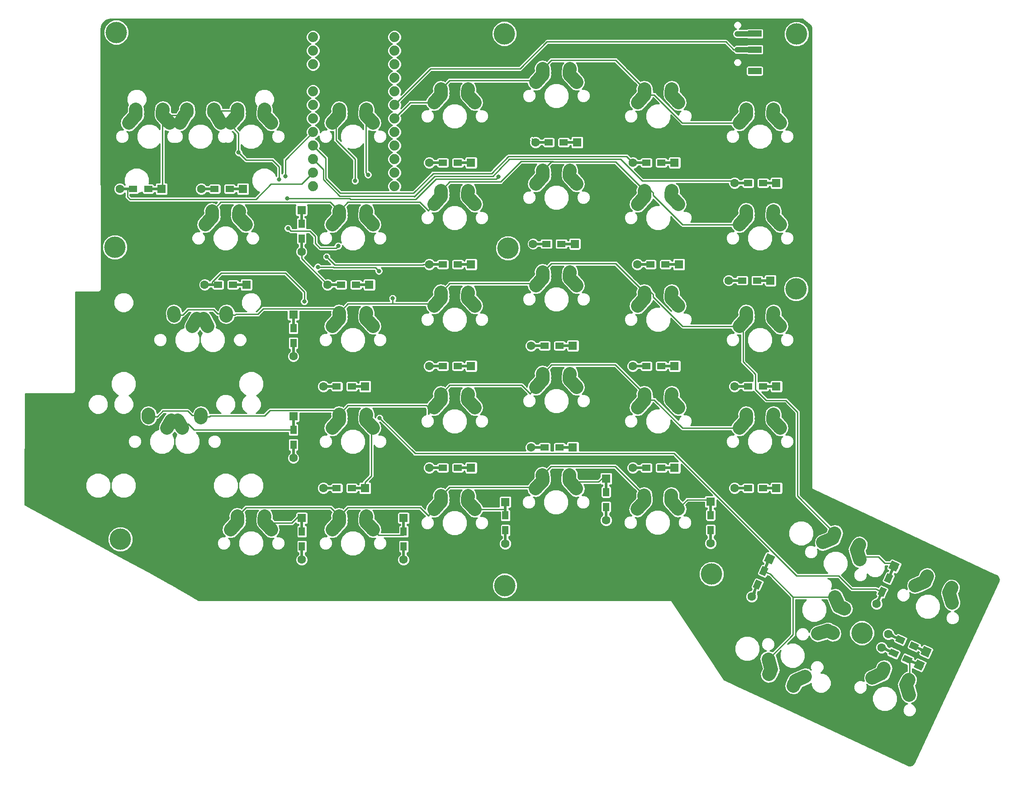
<source format=gbr>
G04 #@! TF.GenerationSoftware,KiCad,Pcbnew,(5.0.2)-1*
G04 #@! TF.CreationDate,2020-01-15T18:12:48+05:30*
G04 #@! TF.ProjectId,ergocape,6572676f-6361-4706-952e-6b696361645f,rev?*
G04 #@! TF.SameCoordinates,Original*
G04 #@! TF.FileFunction,Copper,L1,Top*
G04 #@! TF.FilePolarity,Positive*
%FSLAX46Y46*%
G04 Gerber Fmt 4.6, Leading zero omitted, Abs format (unit mm)*
G04 Created by KiCad (PCBNEW (5.0.2)-1) date 1/15/2020 6:12:48 PM*
%MOMM*%
%LPD*%
G01*
G04 APERTURE LIST*
G04 #@! TA.AperFunction,ComponentPad*
%ADD10C,4.000000*%
G04 #@! TD*
G04 #@! TA.AperFunction,ComponentPad*
%ADD11C,1.879600*%
G04 #@! TD*
G04 #@! TA.AperFunction,SMDPad,CuDef*
%ADD12C,2.500000*%
G04 #@! TD*
G04 #@! TA.AperFunction,Conductor*
%ADD13C,2.500000*%
G04 #@! TD*
G04 #@! TA.AperFunction,ComponentPad*
%ADD14C,2.000000*%
G04 #@! TD*
G04 #@! TA.AperFunction,Conductor*
%ADD15R,0.500000X2.900000*%
G04 #@! TD*
G04 #@! TA.AperFunction,ComponentPad*
%ADD16R,1.600000X1.600000*%
G04 #@! TD*
G04 #@! TA.AperFunction,ComponentPad*
%ADD17C,1.600000*%
G04 #@! TD*
G04 #@! TA.AperFunction,SMDPad,CuDef*
%ADD18R,1.200000X1.600000*%
G04 #@! TD*
G04 #@! TA.AperFunction,Conductor*
%ADD19R,2.900000X0.500000*%
G04 #@! TD*
G04 #@! TA.AperFunction,SMDPad,CuDef*
%ADD20R,1.600000X1.200000*%
G04 #@! TD*
G04 #@! TA.AperFunction,Conductor*
%ADD21C,0.500000*%
G04 #@! TD*
G04 #@! TA.AperFunction,Conductor*
%ADD22C,0.100000*%
G04 #@! TD*
G04 #@! TA.AperFunction,SMDPad,CuDef*
%ADD23C,1.200000*%
G04 #@! TD*
G04 #@! TA.AperFunction,ComponentPad*
%ADD24C,2.500000*%
G04 #@! TD*
G04 #@! TA.AperFunction,SMDPad,CuDef*
%ADD25R,2.500000X1.200000*%
G04 #@! TD*
G04 #@! TA.AperFunction,ViaPad*
%ADD26C,0.800000*%
G04 #@! TD*
G04 #@! TA.AperFunction,Conductor*
%ADD27C,1.016000*%
G04 #@! TD*
G04 #@! TA.AperFunction,Conductor*
%ADD28C,0.250000*%
G04 #@! TD*
G04 #@! TA.AperFunction,Conductor*
%ADD29C,0.254000*%
G04 #@! TD*
G04 APERTURE END LIST*
D10*
G04 #@! TO.P,H10,1*
G04 #@! TO.N,N/C*
X39624000Y-60452000D03*
G04 #@! TD*
D11*
G04 #@! TO.P,M1,24*
G04 #@! TO.N,N/C*
X76708000Y-21082000D03*
G04 #@! TO.P,M1,23*
G04 #@! TO.N,GND*
X76708000Y-23622000D03*
G04 #@! TO.P,M1,22*
G04 #@! TO.N,N/C*
X76708000Y-26162000D03*
G04 #@! TO.P,M1,21*
G04 #@! TO.N,VCC*
X76708000Y-28702000D03*
G04 #@! TO.P,M1,20*
G04 #@! TO.N,/COL1*
X76708000Y-31242000D03*
G04 #@! TO.P,M1,19*
G04 #@! TO.N,/COL2*
X76708000Y-33782000D03*
G04 #@! TO.P,M1,18*
G04 #@! TO.N,/COL3*
X76708000Y-36322000D03*
G04 #@! TO.P,M1,17*
G04 #@! TO.N,/COL4*
X76708000Y-38862000D03*
G04 #@! TO.P,M1,16*
G04 #@! TO.N,/COL5*
X76708000Y-41402000D03*
G04 #@! TO.P,M1,15*
G04 #@! TO.N,/COL6*
X76708000Y-43942000D03*
G04 #@! TO.P,M1,14*
G04 #@! TO.N,/COL7*
X76708000Y-46482000D03*
G04 #@! TO.P,M1,13*
G04 #@! TO.N,N/C*
X76708000Y-49022000D03*
G04 #@! TO.P,M1,12*
X91948000Y-49022000D03*
G04 #@! TO.P,M1,11*
G04 #@! TO.N,/ROW5*
X91948000Y-46482000D03*
G04 #@! TO.P,M1,10*
G04 #@! TO.N,/ROW4*
X91948000Y-43942000D03*
G04 #@! TO.P,M1,9*
G04 #@! TO.N,/ROW3*
X91948000Y-41402000D03*
G04 #@! TO.P,M1,8*
G04 #@! TO.N,/ROW2*
X91948000Y-38862000D03*
G04 #@! TO.P,M1,7*
G04 #@! TO.N,/ROW1*
X91948000Y-36322000D03*
G04 #@! TO.P,M1,6*
G04 #@! TO.N,/SERIAL*
X91948000Y-33782000D03*
G04 #@! TO.P,M1,5*
G04 #@! TO.N,N/C*
X91948000Y-31242000D03*
G04 #@! TO.P,M1,4*
G04 #@! TO.N,GND*
X91948000Y-28702000D03*
G04 #@! TO.P,M1,3*
X91948000Y-26162000D03*
G04 #@! TO.P,M1,2*
G04 #@! TO.N,N/C*
X91948000Y-23622000D03*
G04 #@! TO.P,M1,1*
X91948000Y-21082000D03*
G04 #@! TD*
D12*
G04 #@! TO.P,K_1,1*
G04 #@! TO.N,Net-(D_1-Pad1)*
X86657500Y-34897500D03*
D13*
G04 #@! TD*
G04 #@! TO.N,Net-(D_1-Pad1)*
G04 #@! TO.C,K_1*
X86677499Y-34607500D02*
X86637501Y-35187500D01*
D14*
G04 #@! TO.P,K_1,1*
G04 #@! TO.N,Net-(D_1-Pad1)*
X86637500Y-35187500D03*
X86677500Y-34607500D03*
G04 #@! TO.P,K_1,2*
G04 #@! TO.N,/ROW1*
X81637500Y-35687500D03*
X80327500Y-37147500D03*
G04 #@! TO.P,K_1,1*
G04 #@! TO.N,Net-(D_1-Pad1)*
X86637500Y-35687500D03*
X87947500Y-37147500D03*
G04 #@! TO.P,K_1,2*
G04 #@! TO.N,/ROW1*
X81637500Y-35187500D03*
X81597500Y-34607500D03*
D12*
X80982500Y-36417500D03*
D13*
G04 #@! TD*
G04 #@! TO.N,/ROW1*
G04 #@! TO.C,K_1*
X80327505Y-37147504D02*
X81637495Y-35687496D01*
D12*
G04 #@! TO.P,K_1,2*
G04 #@! TO.N,/ROW1*
X81617500Y-34897500D03*
D13*
G04 #@! TD*
G04 #@! TO.N,/ROW1*
G04 #@! TO.C,K_1*
X81597501Y-34607500D02*
X81637499Y-35187500D01*
D12*
G04 #@! TO.P,K_1,1*
G04 #@! TO.N,Net-(D_1-Pad1)*
X87292500Y-36417500D03*
D13*
G04 #@! TD*
G04 #@! TO.N,Net-(D_1-Pad1)*
G04 #@! TO.C,K_1*
X87947495Y-37147504D02*
X86637505Y-35687496D01*
D14*
G04 #@! TO.P,K_TAB1,2*
G04 #@! TO.N,/ROW2*
X57825000Y-54237500D03*
X57785000Y-53657500D03*
G04 #@! TO.P,K_TAB1,1*
G04 #@! TO.N,Net-(D_tAB1-Pad1)*
X62825000Y-54737500D03*
X64135000Y-56197500D03*
D12*
G04 #@! TO.P,K_TAB1,2*
G04 #@! TO.N,/ROW2*
X57170000Y-55467500D03*
D13*
G04 #@! TD*
G04 #@! TO.N,/ROW2*
G04 #@! TO.C,K_TAB1*
X57824995Y-54737496D02*
X56515005Y-56197504D01*
D12*
G04 #@! TO.P,K_TAB1,1*
G04 #@! TO.N,Net-(D_tAB1-Pad1)*
X63480000Y-55467500D03*
D13*
G04 #@! TD*
G04 #@! TO.N,Net-(D_tAB1-Pad1)*
G04 #@! TO.C,K_TAB1*
X62825005Y-54737496D02*
X64134995Y-56197504D01*
D14*
G04 #@! TO.P,K_TAB1,2*
G04 #@! TO.N,/ROW2*
X57825000Y-54737500D03*
X56515000Y-56197500D03*
D12*
G04 #@! TO.P,K_TAB1,1*
G04 #@! TO.N,Net-(D_tAB1-Pad1)*
X62845000Y-53947500D03*
D13*
G04 #@! TD*
G04 #@! TO.N,Net-(D_tAB1-Pad1)*
G04 #@! TO.C,K_TAB1*
X62825001Y-54237500D02*
X62864999Y-53657500D01*
D14*
G04 #@! TO.P,K_TAB1,1*
G04 #@! TO.N,Net-(D_tAB1-Pad1)*
X62825000Y-54237500D03*
X62865000Y-53657500D03*
D12*
G04 #@! TO.P,K_TAB1,2*
G04 #@! TO.N,/ROW2*
X57805000Y-53947500D03*
D13*
G04 #@! TD*
G04 #@! TO.N,/ROW2*
G04 #@! TO.C,K_TAB1*
X57824999Y-54237500D02*
X57785001Y-53657500D01*
D12*
G04 #@! TO.P,K_TH_1U_2,1*
G04 #@! TO.N,Net-(D_TH1_2-Pad1)*
X188057237Y-141731784D03*
D13*
G04 #@! TD*
G04 #@! TO.N,Net-(D_TH1_2-Pad1)*
G04 #@! TO.C,K_TH_1U_2*
X188197922Y-141477407D02*
X187916552Y-141986161D01*
D14*
G04 #@! TO.P,K_TH_1U_2,1*
G04 #@! TO.N,Net-(D_TH1_2-Pad1)*
X187916552Y-141986161D03*
X188197923Y-141477407D03*
G04 #@! TO.P,K_TH_1U_2,2*
G04 #@! TO.N,/ROW5*
X183173704Y-140326223D03*
X181369418Y-141095803D03*
G04 #@! TO.P,K_TH_1U_2,1*
G04 #@! TO.N,Net-(D_TH1_2-Pad1)*
X187705243Y-142439315D03*
X188275483Y-144316154D03*
G04 #@! TO.P,K_TH_1U_2,2*
G04 #@! TO.N,/ROW5*
X183385013Y-139873069D03*
X183593879Y-139330506D03*
D12*
X182271561Y-140711013D03*
D13*
G04 #@! TD*
G04 #@! TO.N,/ROW5*
G04 #@! TO.C,K_TH_1U_2*
X181369420Y-141095809D02*
X183173702Y-140326217D01*
D12*
G04 #@! TO.P,K_TH_1U_2,2*
G04 #@! TO.N,/ROW5*
X183489446Y-139601788D03*
D13*
G04 #@! TD*
G04 #@! TO.N,/ROW5*
G04 #@! TO.C,K_TH_1U_2*
X183593880Y-139330507D02*
X183385012Y-139873069D01*
D12*
G04 #@! TO.P,K_TH_1U_2,1*
G04 #@! TO.N,Net-(D_TH1_2-Pad1)*
X187990363Y-143377734D03*
D13*
G04 #@! TD*
G04 #@! TO.N,Net-(D_TH1_2-Pad1)*
G04 #@! TO.C,K_TH_1U_2*
X188275477Y-144316156D02*
X187705249Y-142439312D01*
D15*
G04 #@! TO.N,Net-(D_1-Pad1)*
G04 #@! TO.C,D_1*
X74549000Y-54904000D03*
G04 #@! TO.N,/COL2*
X74549000Y-59904000D03*
D16*
G04 #@! TD*
G04 #@! TO.P,D_1,1*
G04 #@! TO.N,Net-(D_1-Pad1)*
X74549000Y-53504000D03*
D17*
G04 #@! TO.P,D_1,2*
G04 #@! TO.N,/COL2*
X74549000Y-61304000D03*
D18*
X74549000Y-58804000D03*
G04 #@! TO.P,D_1,1*
G04 #@! TO.N,Net-(D_1-Pad1)*
X74549000Y-56004000D03*
G04 #@! TD*
D19*
G04 #@! TO.N,Net-(D_2-Pad1)*
G04 #@! TO.C,D_2*
X104894000Y-44608800D03*
G04 #@! TO.N,/COL3*
X99894000Y-44608800D03*
D16*
G04 #@! TD*
G04 #@! TO.P,D_2,1*
G04 #@! TO.N,Net-(D_2-Pad1)*
X106294000Y-44608800D03*
D17*
G04 #@! TO.P,D_2,2*
G04 #@! TO.N,/COL3*
X98494000Y-44608800D03*
D20*
X100994000Y-44608800D03*
G04 #@! TO.P,D_2,1*
G04 #@! TO.N,Net-(D_2-Pad1)*
X103794000Y-44608800D03*
G04 #@! TD*
G04 #@! TO.P,D_3,1*
G04 #@! TO.N,Net-(D_3-Pad1)*
X123638000Y-40798800D03*
G04 #@! TO.P,D_3,2*
G04 #@! TO.N,/COL4*
X120838000Y-40798800D03*
D17*
X118338000Y-40798800D03*
D16*
G04 #@! TO.P,D_3,1*
G04 #@! TO.N,Net-(D_3-Pad1)*
X126138000Y-40798800D03*
D19*
G04 #@! TD*
G04 #@! TO.N,/COL4*
G04 #@! TO.C,D_3*
X119738000Y-40798800D03*
G04 #@! TO.N,Net-(D_3-Pad1)*
G04 #@! TO.C,D_3*
X124738000Y-40798800D03*
G04 #@! TD*
G04 #@! TO.N,Net-(D_4-Pad1)*
G04 #@! TO.C,D_4*
X142994000Y-44608800D03*
G04 #@! TO.N,/COL5*
X137994000Y-44608800D03*
D16*
G04 #@! TD*
G04 #@! TO.P,D_4,1*
G04 #@! TO.N,Net-(D_4-Pad1)*
X144394000Y-44608800D03*
D17*
G04 #@! TO.P,D_4,2*
G04 #@! TO.N,/COL5*
X136594000Y-44608800D03*
D20*
X139094000Y-44608800D03*
G04 #@! TO.P,D_4,1*
G04 #@! TO.N,Net-(D_4-Pad1)*
X141894000Y-44608800D03*
G04 #@! TD*
G04 #@! TO.P,D_5,1*
G04 #@! TO.N,Net-(D_5-Pad1)*
X160944000Y-48418800D03*
G04 #@! TO.P,D_5,2*
G04 #@! TO.N,/COL6*
X158144000Y-48418800D03*
D17*
X155644000Y-48418800D03*
D16*
G04 #@! TO.P,D_5,1*
G04 #@! TO.N,Net-(D_5-Pad1)*
X163444000Y-48418800D03*
D19*
G04 #@! TD*
G04 #@! TO.N,/COL6*
G04 #@! TO.C,D_5*
X157044000Y-48418800D03*
G04 #@! TO.N,Net-(D_5-Pad1)*
G04 #@! TO.C,D_5*
X162044000Y-48418800D03*
G04 #@! TD*
D18*
G04 #@! TO.P,D_ALT1,1*
G04 #@! TO.N,Net-(D_ALT1-Pad1)*
X93662500Y-113694000D03*
G04 #@! TO.P,D_ALT1,2*
G04 #@! TO.N,/COL2*
X93662500Y-116494000D03*
D17*
X93662500Y-118994000D03*
D16*
G04 #@! TO.P,D_ALT1,1*
G04 #@! TO.N,Net-(D_ALT1-Pad1)*
X93662500Y-111194000D03*
D15*
G04 #@! TD*
G04 #@! TO.N,/COL2*
G04 #@! TO.C,D_ALT1*
X93662500Y-117594000D03*
G04 #@! TO.N,Net-(D_ALT1-Pad1)*
G04 #@! TO.C,D_ALT1*
X93662500Y-112594000D03*
G04 #@! TD*
G04 #@! TO.N,Net-(D_bot_1U_2-Pad1)*
G04 #@! TO.C,D_bot_1U_2*
X151130000Y-109514000D03*
G04 #@! TO.N,/COL5*
X151130000Y-114514000D03*
D16*
G04 #@! TD*
G04 #@! TO.P,D_bot_1U_2,1*
G04 #@! TO.N,Net-(D_bot_1U_2-Pad1)*
X151130000Y-108114000D03*
D17*
G04 #@! TO.P,D_bot_1U_2,2*
G04 #@! TO.N,/COL5*
X151130000Y-115914000D03*
D18*
X151130000Y-113414000D03*
G04 #@! TO.P,D_bot_1U_2,1*
G04 #@! TO.N,Net-(D_bot_1U_2-Pad1)*
X151130000Y-110614000D03*
G04 #@! TD*
D15*
G04 #@! TO.N,Net-(D_Bpt_1U_1-Pad1)*
G04 #@! TO.C,D_Bpt_1U_1*
X131572000Y-105196000D03*
G04 #@! TO.N,/COL4*
X131572000Y-110196000D03*
D16*
G04 #@! TD*
G04 #@! TO.P,D_Bpt_1U_1,1*
G04 #@! TO.N,Net-(D_Bpt_1U_1-Pad1)*
X131572000Y-103796000D03*
D17*
G04 #@! TO.P,D_Bpt_1U_1,2*
G04 #@! TO.N,/COL4*
X131572000Y-111596000D03*
D18*
X131572000Y-109096000D03*
G04 #@! TO.P,D_Bpt_1U_1,1*
G04 #@! TO.N,Net-(D_Bpt_1U_1-Pad1)*
X131572000Y-106296000D03*
G04 #@! TD*
D15*
G04 #@! TO.N,Net-(D_CAP1-Pad1)*
G04 #@! TO.C,D_CAP1*
X73025000Y-74493800D03*
G04 #@! TO.N,/COL1*
X73025000Y-79493800D03*
D16*
G04 #@! TD*
G04 #@! TO.P,D_CAP1,1*
G04 #@! TO.N,Net-(D_CAP1-Pad1)*
X73025000Y-73093800D03*
D17*
G04 #@! TO.P,D_CAP1,2*
G04 #@! TO.N,/COL1*
X73025000Y-80893800D03*
D18*
X73025000Y-78393800D03*
G04 #@! TO.P,D_CAP1,1*
G04 #@! TO.N,Net-(D_CAP1-Pad1)*
X73025000Y-75593800D03*
G04 #@! TD*
G04 #@! TO.P,D_CTRL1,1*
G04 #@! TO.N,Net-(D_CTRL1-Pad1)*
X74612500Y-113694000D03*
G04 #@! TO.P,D_CTRL1,2*
G04 #@! TO.N,/COL1*
X74612500Y-116494000D03*
D17*
X74612500Y-118994000D03*
D16*
G04 #@! TO.P,D_CTRL1,1*
G04 #@! TO.N,Net-(D_CTRL1-Pad1)*
X74612500Y-111194000D03*
D15*
G04 #@! TD*
G04 #@! TO.N,/COL1*
G04 #@! TO.C,D_CTRL1*
X74612500Y-117594000D03*
G04 #@! TO.N,Net-(D_CTRL1-Pad1)*
G04 #@! TO.C,D_CTRL1*
X74612500Y-112594000D03*
G04 #@! TD*
D19*
G04 #@! TO.N,Net-(D_D1-Pad1)*
G04 #@! TO.C,D_D1*
X123944000Y-78898800D03*
G04 #@! TO.N,/COL4*
X118944000Y-78898800D03*
D16*
G04 #@! TD*
G04 #@! TO.P,D_D1,1*
G04 #@! TO.N,Net-(D_D1-Pad1)*
X125344000Y-78898800D03*
D17*
G04 #@! TO.P,D_D1,2*
G04 #@! TO.N,/COL4*
X117544000Y-78898800D03*
D20*
X120044000Y-78898800D03*
G04 #@! TO.P,D_D1,1*
G04 #@! TO.N,Net-(D_D1-Pad1)*
X122844000Y-78898800D03*
G04 #@! TD*
G04 #@! TO.P,D_ESC1,1*
G04 #@! TO.N,Net-(D_ESC1-Pad1)*
X61090000Y-49530000D03*
G04 #@! TO.P,D_ESC1,2*
G04 #@! TO.N,/COL1*
X58290000Y-49530000D03*
D17*
X55790000Y-49530000D03*
D16*
G04 #@! TO.P,D_ESC1,1*
G04 #@! TO.N,Net-(D_ESC1-Pad1)*
X63590000Y-49530000D03*
D19*
G04 #@! TD*
G04 #@! TO.N,/COL1*
G04 #@! TO.C,D_ESC1*
X57190000Y-49530000D03*
G04 #@! TO.N,Net-(D_ESC1-Pad1)*
G04 #@! TO.C,D_ESC1*
X62190000Y-49530000D03*
G04 #@! TD*
D18*
G04 #@! TO.P,D_SHIFT_1,1*
G04 #@! TO.N,Net-(D_SHIFT_1-Pad1)*
X73025000Y-94643800D03*
G04 #@! TO.P,D_SHIFT_1,2*
G04 #@! TO.N,/COL1*
X73025000Y-97443800D03*
D17*
X73025000Y-99943800D03*
D16*
G04 #@! TO.P,D_SHIFT_1,1*
G04 #@! TO.N,Net-(D_SHIFT_1-Pad1)*
X73025000Y-92143800D03*
D15*
G04 #@! TD*
G04 #@! TO.N,/COL1*
G04 #@! TO.C,D_SHIFT_1*
X73025000Y-98543800D03*
G04 #@! TO.N,Net-(D_SHIFT_1-Pad1)*
G04 #@! TO.C,D_SHIFT_1*
X73025000Y-93543800D03*
G04 #@! TD*
D20*
G04 #@! TO.P,D_tAB1,1*
G04 #@! TO.N,Net-(D_tAB1-Pad1)*
X61725000Y-67468800D03*
G04 #@! TO.P,D_tAB1,2*
G04 #@! TO.N,/COL1*
X58925000Y-67468800D03*
D17*
X56425000Y-67468800D03*
D16*
G04 #@! TO.P,D_tAB1,1*
G04 #@! TO.N,Net-(D_tAB1-Pad1)*
X64225000Y-67468800D03*
D19*
G04 #@! TD*
G04 #@! TO.N,/COL1*
G04 #@! TO.C,D_tAB1*
X57825000Y-67468800D03*
G04 #@! TO.N,Net-(D_tAB1-Pad1)*
G04 #@! TO.C,D_tAB1*
X62825000Y-67468800D03*
G04 #@! TD*
D21*
G04 #@! TO.N,Net-(D_TH1_1-Pad1)*
G04 #@! TO.C,D_TH1_1*
X190200769Y-135632547D03*
D22*
G36*
X188780968Y-135246327D02*
X188992277Y-134793174D01*
X191620570Y-136018767D01*
X191409261Y-136471920D01*
X188780968Y-135246327D01*
X188780968Y-135246327D01*
G37*
D21*
G04 #@! TO.N,/COL7*
X185669231Y-133519453D03*
D22*
G36*
X184249430Y-133133233D02*
X184460739Y-132680080D01*
X187089032Y-133905673D01*
X186877723Y-134358826D01*
X184249430Y-133133233D01*
X184249430Y-133133233D01*
G37*
D17*
G04 #@! TD*
G04 #@! TO.P,D_TH1_1,1*
G04 #@! TO.N,Net-(D_TH1_1-Pad1)*
X191469600Y-136224211D03*
D22*
G04 #@! TO.N,Net-(D_TH1_1-Pad1)*
G04 #@! TO.C,D_TH1_1*
G36*
X190406459Y-136611163D02*
X191082648Y-135161070D01*
X192532741Y-135837259D01*
X191856552Y-137287352D01*
X190406459Y-136611163D01*
X190406459Y-136611163D01*
G37*
D17*
G04 #@! TD*
G04 #@! TO.P,D_TH1_1,2*
G04 #@! TO.N,/COL7*
X184400400Y-132927789D03*
D23*
G04 #@! TO.P,D_TH1_1,2*
G04 #@! TO.N,/COL7*
X186666169Y-133984334D03*
D22*
G04 #@! TD*
G04 #@! TO.N,/COL7*
G04 #@! TO.C,D_TH1_1*
G36*
X185687552Y-134190024D02*
X186194694Y-133102455D01*
X187644786Y-133778644D01*
X187137644Y-134866213D01*
X185687552Y-134190024D01*
X185687552Y-134190024D01*
G37*
D23*
G04 #@! TO.P,D_TH1_1,1*
G04 #@! TO.N,Net-(D_TH1_1-Pad1)*
X189203831Y-135167666D03*
D22*
G04 #@! TD*
G04 #@! TO.N,Net-(D_TH1_1-Pad1)*
G04 #@! TO.C,D_TH1_1*
G36*
X188225214Y-135373356D02*
X188732356Y-134285787D01*
X190182448Y-134961976D01*
X189675306Y-136049545D01*
X188225214Y-135373356D01*
X188225214Y-135373356D01*
G37*
D23*
G04 #@! TO.P,D_TH1_2,1*
G04 #@! TO.N,Net-(D_TH1_2-Pad1)*
X187953831Y-137666666D03*
D22*
G04 #@! TD*
G04 #@! TO.N,Net-(D_TH1_2-Pad1)*
G04 #@! TO.C,D_TH1_2*
G36*
X186975214Y-137872356D02*
X187482356Y-136784787D01*
X188932448Y-137460976D01*
X188425306Y-138548545D01*
X186975214Y-137872356D01*
X186975214Y-137872356D01*
G37*
D23*
G04 #@! TO.P,D_TH1_2,2*
G04 #@! TO.N,/COL7*
X185416169Y-136483334D03*
D22*
G04 #@! TD*
G04 #@! TO.N,/COL7*
G04 #@! TO.C,D_TH1_2*
G36*
X184437552Y-136689024D02*
X184944694Y-135601455D01*
X186394786Y-136277644D01*
X185887644Y-137365213D01*
X184437552Y-136689024D01*
X184437552Y-136689024D01*
G37*
D17*
G04 #@! TO.P,D_TH1_2,2*
G04 #@! TO.N,/COL7*
X183150400Y-135426789D03*
G04 #@! TO.P,D_TH1_2,1*
G04 #@! TO.N,Net-(D_TH1_2-Pad1)*
X190219600Y-138723211D03*
D22*
G04 #@! TD*
G04 #@! TO.N,Net-(D_TH1_2-Pad1)*
G04 #@! TO.C,D_TH1_2*
G36*
X189156459Y-139110163D02*
X189832648Y-137660070D01*
X191282741Y-138336259D01*
X190606552Y-139786352D01*
X189156459Y-139110163D01*
X189156459Y-139110163D01*
G37*
D21*
G04 #@! TO.N,/COL7*
G04 #@! TO.C,D_TH1_2*
X184419231Y-136018453D03*
D22*
G36*
X182999430Y-135632233D02*
X183210739Y-135179080D01*
X185839032Y-136404673D01*
X185627723Y-136857826D01*
X182999430Y-135632233D01*
X182999430Y-135632233D01*
G37*
D21*
G04 #@! TO.N,Net-(D_TH1_2-Pad1)*
X188950769Y-138131547D03*
D22*
G36*
X187530968Y-137745327D02*
X187742277Y-137292174D01*
X190370570Y-138517767D01*
X190159261Y-138970920D01*
X187530968Y-137745327D01*
X187530968Y-137745327D01*
G37*
G04 #@! TD*
D21*
G04 #@! TO.N,Net-(D_th_2U1-Pad1)*
G04 #@! TO.C,D_th_2U1*
X161559547Y-120118231D03*
D22*
G36*
X161173327Y-121538032D02*
X160720174Y-121326723D01*
X161945767Y-118698430D01*
X162398920Y-118909739D01*
X161173327Y-121538032D01*
X161173327Y-121538032D01*
G37*
D21*
G04 #@! TO.N,/COL6*
X159446453Y-124649769D03*
D22*
G36*
X159060233Y-126069570D02*
X158607080Y-125858261D01*
X159832673Y-123229968D01*
X160285826Y-123441277D01*
X159060233Y-126069570D01*
X159060233Y-126069570D01*
G37*
D17*
G04 #@! TD*
G04 #@! TO.P,D_th_2U1,1*
G04 #@! TO.N,Net-(D_th_2U1-Pad1)*
X162151211Y-118849400D03*
D22*
G04 #@! TO.N,Net-(D_th_2U1-Pad1)*
G04 #@! TO.C,D_th_2U1*
G36*
X162538163Y-119912541D02*
X161088070Y-119236352D01*
X161764259Y-117786259D01*
X163214352Y-118462448D01*
X162538163Y-119912541D01*
X162538163Y-119912541D01*
G37*
D17*
G04 #@! TD*
G04 #@! TO.P,D_th_2U1,2*
G04 #@! TO.N,/COL6*
X158854789Y-125918600D03*
D23*
G04 #@! TO.P,D_th_2U1,2*
G04 #@! TO.N,/COL6*
X159911334Y-123652831D03*
D22*
G04 #@! TD*
G04 #@! TO.N,/COL6*
G04 #@! TO.C,D_th_2U1*
G36*
X160117024Y-124631448D02*
X159029455Y-124124306D01*
X159705644Y-122674214D01*
X160793213Y-123181356D01*
X160117024Y-124631448D01*
X160117024Y-124631448D01*
G37*
D23*
G04 #@! TO.P,D_th_2U1,1*
G04 #@! TO.N,Net-(D_th_2U1-Pad1)*
X161094666Y-121115169D03*
D22*
G04 #@! TD*
G04 #@! TO.N,Net-(D_th_2U1-Pad1)*
G04 #@! TO.C,D_th_2U1*
G36*
X161300356Y-122093786D02*
X160212787Y-121586644D01*
X160888976Y-120136552D01*
X161976545Y-120643694D01*
X161300356Y-122093786D01*
X161300356Y-122093786D01*
G37*
D15*
G04 #@! TO.N,Net-(D_WIN1-Pad1)*
G04 #@! TO.C,D_WIN1*
X112712000Y-109578000D03*
G04 #@! TO.N,/COL3*
X112712000Y-114578000D03*
D16*
G04 #@! TD*
G04 #@! TO.P,D_WIN1,1*
G04 #@! TO.N,Net-(D_WIN1-Pad1)*
X112712000Y-108178000D03*
D17*
G04 #@! TO.P,D_WIN1,2*
G04 #@! TO.N,/COL3*
X112712000Y-115978000D03*
D18*
X112712000Y-113478000D03*
G04 #@! TO.P,D_WIN1,1*
G04 #@! TO.N,Net-(D_WIN1-Pad1)*
X112712000Y-110678000D03*
G04 #@! TD*
D19*
G04 #@! TO.N,Net-(DA1-Pad1)*
G04 #@! TO.C,DA1*
X85050000Y-86518800D03*
G04 #@! TO.N,/COL2*
X80050000Y-86518800D03*
D16*
G04 #@! TD*
G04 #@! TO.P,DA1,1*
G04 #@! TO.N,Net-(DA1-Pad1)*
X86450000Y-86518800D03*
D17*
G04 #@! TO.P,DA1,2*
G04 #@! TO.N,/COL2*
X78650000Y-86518800D03*
D20*
X81150000Y-86518800D03*
G04 #@! TO.P,DA1,1*
G04 #@! TO.N,Net-(DA1-Pad1)*
X83950000Y-86518800D03*
G04 #@! TD*
D19*
G04 #@! TO.N,Net-(DB1-Pad1)*
G04 #@! TO.C,DB1*
X162044000Y-105569000D03*
G04 #@! TO.N,/COL6*
X157044000Y-105569000D03*
D16*
G04 #@! TD*
G04 #@! TO.P,DB1,1*
G04 #@! TO.N,Net-(DB1-Pad1)*
X163444000Y-105569000D03*
D17*
G04 #@! TO.P,DB1,2*
G04 #@! TO.N,/COL6*
X155644000Y-105569000D03*
D20*
X158144000Y-105569000D03*
G04 #@! TO.P,DB1,1*
G04 #@! TO.N,Net-(DB1-Pad1)*
X160944000Y-105569000D03*
G04 #@! TD*
G04 #@! TO.P,DC1,1*
G04 #@! TO.N,Net-(DC1-Pad1)*
X122844000Y-97948800D03*
G04 #@! TO.P,DC1,2*
G04 #@! TO.N,/COL4*
X120044000Y-97948800D03*
D17*
X117544000Y-97948800D03*
D16*
G04 #@! TO.P,DC1,1*
G04 #@! TO.N,Net-(DC1-Pad1)*
X125344000Y-97948800D03*
D19*
G04 #@! TD*
G04 #@! TO.N,/COL4*
G04 #@! TO.C,DC1*
X118944000Y-97948800D03*
G04 #@! TO.N,Net-(DC1-Pad1)*
G04 #@! TO.C,DC1*
X123944000Y-97948800D03*
G04 #@! TD*
D20*
G04 #@! TO.P,DE1,1*
G04 #@! TO.N,Net-(DE1-Pad1)*
X123193000Y-59817000D03*
G04 #@! TO.P,DE1,2*
G04 #@! TO.N,/COL4*
X120393000Y-59817000D03*
D17*
X117893000Y-59817000D03*
D16*
G04 #@! TO.P,DE1,1*
G04 #@! TO.N,Net-(DE1-Pad1)*
X125693000Y-59817000D03*
D19*
G04 #@! TD*
G04 #@! TO.N,/COL4*
G04 #@! TO.C,DE1*
X119293000Y-59817000D03*
G04 #@! TO.N,Net-(DE1-Pad1)*
G04 #@! TO.C,DE1*
X124293000Y-59817000D03*
G04 #@! TD*
D20*
G04 #@! TO.P,DF1,1*
G04 #@! TO.N,Net-(DF1-Pad1)*
X141894000Y-82708800D03*
G04 #@! TO.P,DF1,2*
G04 #@! TO.N,/COL5*
X139094000Y-82708800D03*
D17*
X136594000Y-82708800D03*
D16*
G04 #@! TO.P,DF1,1*
G04 #@! TO.N,Net-(DF1-Pad1)*
X144394000Y-82708800D03*
D19*
G04 #@! TD*
G04 #@! TO.N,/COL5*
G04 #@! TO.C,DF1*
X137994000Y-82708800D03*
G04 #@! TO.N,Net-(DF1-Pad1)*
G04 #@! TO.C,DF1*
X142994000Y-82708800D03*
G04 #@! TD*
D20*
G04 #@! TO.P,DG1,1*
G04 #@! TO.N,Net-(DG1-Pad1)*
X160944000Y-86518800D03*
G04 #@! TO.P,DG1,2*
G04 #@! TO.N,/COL6*
X158144000Y-86518800D03*
D17*
X155644000Y-86518800D03*
D16*
G04 #@! TO.P,DG1,1*
G04 #@! TO.N,Net-(DG1-Pad1)*
X163444000Y-86518800D03*
D19*
G04 #@! TD*
G04 #@! TO.N,/COL6*
G04 #@! TO.C,DG1*
X157044000Y-86518800D03*
G04 #@! TO.N,Net-(DG1-Pad1)*
G04 #@! TO.C,DG1*
X162044000Y-86518800D03*
G04 #@! TD*
G04 #@! TO.N,Net-(DQ1-Pad1)*
G04 #@! TO.C,DQ1*
X85843800Y-67468800D03*
G04 #@! TO.N,/COL2*
X80843800Y-67468800D03*
D16*
G04 #@! TD*
G04 #@! TO.P,DQ1,1*
G04 #@! TO.N,Net-(DQ1-Pad1)*
X87243800Y-67468800D03*
D17*
G04 #@! TO.P,DQ1,2*
G04 #@! TO.N,/COL2*
X79443800Y-67468800D03*
D20*
X81943800Y-67468800D03*
G04 #@! TO.P,DQ1,1*
G04 #@! TO.N,Net-(DQ1-Pad1)*
X84743800Y-67468800D03*
G04 #@! TD*
D19*
G04 #@! TO.N,Net-(DR1-Pad1)*
G04 #@! TO.C,DR1*
X143788000Y-63658800D03*
G04 #@! TO.N,/COL5*
X138788000Y-63658800D03*
D16*
G04 #@! TD*
G04 #@! TO.P,DR1,1*
G04 #@! TO.N,Net-(DR1-Pad1)*
X145188000Y-63658800D03*
D17*
G04 #@! TO.P,DR1,2*
G04 #@! TO.N,/COL5*
X137388000Y-63658800D03*
D20*
X139888000Y-63658800D03*
G04 #@! TO.P,DR1,1*
G04 #@! TO.N,Net-(DR1-Pad1)*
X142688000Y-63658800D03*
G04 #@! TD*
G04 #@! TO.P,DS1,1*
G04 #@! TO.N,Net-(DS1-Pad1)*
X103794000Y-82708800D03*
G04 #@! TO.P,DS1,2*
G04 #@! TO.N,/COL3*
X100994000Y-82708800D03*
D17*
X98494000Y-82708800D03*
D16*
G04 #@! TO.P,DS1,1*
G04 #@! TO.N,Net-(DS1-Pad1)*
X106294000Y-82708800D03*
D19*
G04 #@! TD*
G04 #@! TO.N,/COL3*
G04 #@! TO.C,DS1*
X99894000Y-82708800D03*
G04 #@! TO.N,Net-(DS1-Pad1)*
G04 #@! TO.C,DS1*
X104894000Y-82708800D03*
G04 #@! TD*
D20*
G04 #@! TO.P,DT1,1*
G04 #@! TO.N,Net-(DT1-Pad1)*
X159832000Y-66675000D03*
G04 #@! TO.P,DT1,2*
G04 #@! TO.N,/COL6*
X157032000Y-66675000D03*
D17*
X154532000Y-66675000D03*
D16*
G04 #@! TO.P,DT1,1*
G04 #@! TO.N,Net-(DT1-Pad1)*
X162332000Y-66675000D03*
D19*
G04 #@! TD*
G04 #@! TO.N,/COL6*
G04 #@! TO.C,DT1*
X155932000Y-66675000D03*
G04 #@! TO.N,Net-(DT1-Pad1)*
G04 #@! TO.C,DT1*
X160932000Y-66675000D03*
G04 #@! TD*
D20*
G04 #@! TO.P,DV1,1*
G04 #@! TO.N,Net-(DV1-Pad1)*
X141894000Y-101759000D03*
G04 #@! TO.P,DV1,2*
G04 #@! TO.N,/COL5*
X139094000Y-101759000D03*
D17*
X136594000Y-101759000D03*
D16*
G04 #@! TO.P,DV1,1*
G04 #@! TO.N,Net-(DV1-Pad1)*
X144394000Y-101759000D03*
D19*
G04 #@! TD*
G04 #@! TO.N,/COL5*
G04 #@! TO.C,DV1*
X137994000Y-101759000D03*
G04 #@! TO.N,Net-(DV1-Pad1)*
G04 #@! TO.C,DV1*
X142994000Y-101759000D03*
G04 #@! TD*
G04 #@! TO.N,Net-(DW1-Pad1)*
G04 #@! TO.C,DW1*
X104894000Y-63658800D03*
G04 #@! TO.N,/COL3*
X99894000Y-63658800D03*
D16*
G04 #@! TD*
G04 #@! TO.P,DW1,1*
G04 #@! TO.N,Net-(DW1-Pad1)*
X106294000Y-63658800D03*
D17*
G04 #@! TO.P,DW1,2*
G04 #@! TO.N,/COL3*
X98494000Y-63658800D03*
D20*
X100994000Y-63658800D03*
G04 #@! TO.P,DW1,1*
G04 #@! TO.N,Net-(DW1-Pad1)*
X103794000Y-63658800D03*
G04 #@! TD*
G04 #@! TO.P,DX1,1*
G04 #@! TO.N,Net-(DX1-Pad1)*
X103794000Y-101759000D03*
G04 #@! TO.P,DX1,2*
G04 #@! TO.N,/COL3*
X100994000Y-101759000D03*
D17*
X98494000Y-101759000D03*
D16*
G04 #@! TO.P,DX1,1*
G04 #@! TO.N,Net-(DX1-Pad1)*
X106294000Y-101759000D03*
D19*
G04 #@! TD*
G04 #@! TO.N,/COL3*
G04 #@! TO.C,DX1*
X99894000Y-101759000D03*
G04 #@! TO.N,Net-(DX1-Pad1)*
G04 #@! TO.C,DX1*
X104894000Y-101759000D03*
G04 #@! TD*
G04 #@! TO.N,Net-(DZ1-Pad1)*
G04 #@! TO.C,DZ1*
X85050000Y-105569000D03*
G04 #@! TO.N,/COL2*
X80050000Y-105569000D03*
D16*
G04 #@! TD*
G04 #@! TO.P,DZ1,1*
G04 #@! TO.N,Net-(DZ1-Pad1)*
X86450000Y-105569000D03*
D17*
G04 #@! TO.P,DZ1,2*
G04 #@! TO.N,/COL2*
X78650000Y-105569000D03*
D20*
X81150000Y-105569000D03*
G04 #@! TO.P,DZ1,1*
G04 #@! TO.N,Net-(DZ1-Pad1)*
X83950000Y-105569000D03*
G04 #@! TD*
D12*
G04 #@! TO.P,K_2,1*
G04 #@! TO.N,Net-(D_2-Pad1)*
X105708000Y-31087500D03*
D13*
G04 #@! TD*
G04 #@! TO.N,Net-(D_2-Pad1)*
G04 #@! TO.C,K_2*
X105727999Y-30797500D02*
X105688001Y-31377500D01*
D14*
G04 #@! TO.P,K_2,1*
G04 #@! TO.N,Net-(D_2-Pad1)*
X105688000Y-31377500D03*
X105728000Y-30797500D03*
G04 #@! TO.P,K_2,2*
G04 #@! TO.N,/ROW1*
X100688000Y-31877500D03*
X99378000Y-33337500D03*
G04 #@! TO.P,K_2,1*
G04 #@! TO.N,Net-(D_2-Pad1)*
X105688000Y-31877500D03*
X106998000Y-33337500D03*
G04 #@! TO.P,K_2,2*
G04 #@! TO.N,/ROW1*
X100688000Y-31377500D03*
X100648000Y-30797500D03*
D12*
X100033000Y-32607500D03*
D13*
G04 #@! TD*
G04 #@! TO.N,/ROW1*
G04 #@! TO.C,K_2*
X99378005Y-33337504D02*
X100687995Y-31877496D01*
D12*
G04 #@! TO.P,K_2,2*
G04 #@! TO.N,/ROW1*
X100668000Y-31087500D03*
D13*
G04 #@! TD*
G04 #@! TO.N,/ROW1*
G04 #@! TO.C,K_2*
X100648001Y-30797500D02*
X100687999Y-31377500D01*
D12*
G04 #@! TO.P,K_2,1*
G04 #@! TO.N,Net-(D_2-Pad1)*
X106343000Y-32607500D03*
D13*
G04 #@! TD*
G04 #@! TO.N,Net-(D_2-Pad1)*
G04 #@! TO.C,K_2*
X106997995Y-33337504D02*
X105688005Y-31877496D01*
D12*
G04 #@! TO.P,K_3,1*
G04 #@! TO.N,Net-(D_3-Pad1)*
X125393000Y-28797500D03*
D13*
G04 #@! TD*
G04 #@! TO.N,Net-(D_3-Pad1)*
G04 #@! TO.C,K_3*
X126047995Y-29527504D02*
X124738005Y-28067496D01*
D12*
G04 #@! TO.P,K_3,2*
G04 #@! TO.N,/ROW1*
X119718000Y-27277500D03*
D13*
G04 #@! TD*
G04 #@! TO.N,/ROW1*
G04 #@! TO.C,K_3*
X119698001Y-26987500D02*
X119737999Y-27567500D01*
D12*
G04 #@! TO.P,K_3,2*
G04 #@! TO.N,/ROW1*
X119083000Y-28797500D03*
D13*
G04 #@! TD*
G04 #@! TO.N,/ROW1*
G04 #@! TO.C,K_3*
X118428005Y-29527504D02*
X119737995Y-28067496D01*
D14*
G04 #@! TO.P,K_3,2*
G04 #@! TO.N,/ROW1*
X119698000Y-26987500D03*
X119738000Y-27567500D03*
G04 #@! TO.P,K_3,1*
G04 #@! TO.N,Net-(D_3-Pad1)*
X126048000Y-29527500D03*
X124738000Y-28067500D03*
G04 #@! TO.P,K_3,2*
G04 #@! TO.N,/ROW1*
X118428000Y-29527500D03*
X119738000Y-28067500D03*
G04 #@! TO.P,K_3,1*
G04 #@! TO.N,Net-(D_3-Pad1)*
X124778000Y-26987500D03*
X124738000Y-27567500D03*
D12*
X124758000Y-27277500D03*
D13*
G04 #@! TD*
G04 #@! TO.N,Net-(D_3-Pad1)*
G04 #@! TO.C,K_3*
X124777999Y-26987500D02*
X124738001Y-27567500D01*
D12*
G04 #@! TO.P,K_4,1*
G04 #@! TO.N,Net-(D_4-Pad1)*
X143808000Y-31087500D03*
D13*
G04 #@! TD*
G04 #@! TO.N,Net-(D_4-Pad1)*
G04 #@! TO.C,K_4*
X143827999Y-30797500D02*
X143788001Y-31377500D01*
D14*
G04 #@! TO.P,K_4,1*
G04 #@! TO.N,Net-(D_4-Pad1)*
X143788000Y-31377500D03*
X143828000Y-30797500D03*
G04 #@! TO.P,K_4,2*
G04 #@! TO.N,/ROW1*
X138788000Y-31877500D03*
X137478000Y-33337500D03*
G04 #@! TO.P,K_4,1*
G04 #@! TO.N,Net-(D_4-Pad1)*
X143788000Y-31877500D03*
X145098000Y-33337500D03*
G04 #@! TO.P,K_4,2*
G04 #@! TO.N,/ROW1*
X138788000Y-31377500D03*
X138748000Y-30797500D03*
D12*
X138133000Y-32607500D03*
D13*
G04 #@! TD*
G04 #@! TO.N,/ROW1*
G04 #@! TO.C,K_4*
X137478005Y-33337504D02*
X138787995Y-31877496D01*
D12*
G04 #@! TO.P,K_4,2*
G04 #@! TO.N,/ROW1*
X138768000Y-31087500D03*
D13*
G04 #@! TD*
G04 #@! TO.N,/ROW1*
G04 #@! TO.C,K_4*
X138748001Y-30797500D02*
X138787999Y-31377500D01*
D12*
G04 #@! TO.P,K_4,1*
G04 #@! TO.N,Net-(D_4-Pad1)*
X144443000Y-32607500D03*
D13*
G04 #@! TD*
G04 #@! TO.N,Net-(D_4-Pad1)*
G04 #@! TO.C,K_4*
X145097995Y-33337504D02*
X143788005Y-31877496D01*
D12*
G04 #@! TO.P,K_5,1*
G04 #@! TO.N,Net-(D_5-Pad1)*
X162858000Y-34897500D03*
D13*
G04 #@! TD*
G04 #@! TO.N,Net-(D_5-Pad1)*
G04 #@! TO.C,K_5*
X162877999Y-34607500D02*
X162838001Y-35187500D01*
D14*
G04 #@! TO.P,K_5,1*
G04 #@! TO.N,Net-(D_5-Pad1)*
X162838000Y-35187500D03*
X162878000Y-34607500D03*
G04 #@! TO.P,K_5,2*
G04 #@! TO.N,/ROW1*
X157838000Y-35687500D03*
X156528000Y-37147500D03*
G04 #@! TO.P,K_5,1*
G04 #@! TO.N,Net-(D_5-Pad1)*
X162838000Y-35687500D03*
X164148000Y-37147500D03*
G04 #@! TO.P,K_5,2*
G04 #@! TO.N,/ROW1*
X157838000Y-35187500D03*
X157798000Y-34607500D03*
D12*
X157183000Y-36417500D03*
D13*
G04 #@! TD*
G04 #@! TO.N,/ROW1*
G04 #@! TO.C,K_5*
X156528005Y-37147504D02*
X157837995Y-35687496D01*
D12*
G04 #@! TO.P,K_5,2*
G04 #@! TO.N,/ROW1*
X157818000Y-34897500D03*
D13*
G04 #@! TD*
G04 #@! TO.N,/ROW1*
G04 #@! TO.C,K_5*
X157798001Y-34607500D02*
X157837999Y-35187500D01*
D12*
G04 #@! TO.P,K_5,1*
G04 #@! TO.N,Net-(D_5-Pad1)*
X163493000Y-36417500D03*
D13*
G04 #@! TD*
G04 #@! TO.N,Net-(D_5-Pad1)*
G04 #@! TO.C,K_5*
X164147995Y-37147504D02*
X162838005Y-35687496D01*
D12*
G04 #@! TO.P,K_A1,1*
G04 #@! TO.N,Net-(DA1-Pad1)*
X86657500Y-72997500D03*
D13*
G04 #@! TD*
G04 #@! TO.N,Net-(DA1-Pad1)*
G04 #@! TO.C,K_A1*
X86677499Y-72707500D02*
X86637501Y-73287500D01*
D14*
G04 #@! TO.P,K_A1,1*
G04 #@! TO.N,Net-(DA1-Pad1)*
X86637500Y-73287500D03*
X86677500Y-72707500D03*
G04 #@! TO.P,K_A1,2*
G04 #@! TO.N,/ROW3*
X81637500Y-73787500D03*
X80327500Y-75247500D03*
G04 #@! TO.P,K_A1,1*
G04 #@! TO.N,Net-(DA1-Pad1)*
X86637500Y-73787500D03*
X87947500Y-75247500D03*
G04 #@! TO.P,K_A1,2*
G04 #@! TO.N,/ROW3*
X81637500Y-73287500D03*
X81597500Y-72707500D03*
D12*
X80982500Y-74517500D03*
D13*
G04 #@! TD*
G04 #@! TO.N,/ROW3*
G04 #@! TO.C,K_A1*
X80327505Y-75247504D02*
X81637495Y-73787496D01*
D12*
G04 #@! TO.P,K_A1,2*
G04 #@! TO.N,/ROW3*
X81617500Y-72997500D03*
D13*
G04 #@! TD*
G04 #@! TO.N,/ROW3*
G04 #@! TO.C,K_A1*
X81597501Y-72707500D02*
X81637499Y-73287500D01*
D12*
G04 #@! TO.P,K_A1,1*
G04 #@! TO.N,Net-(DA1-Pad1)*
X87292500Y-74517500D03*
D13*
G04 #@! TD*
G04 #@! TO.N,Net-(DA1-Pad1)*
G04 #@! TO.C,K_A1*
X87947495Y-75247504D02*
X86637505Y-73787496D01*
D12*
G04 #@! TO.P,K_ALT1,1*
G04 #@! TO.N,Net-(D_ALT1-Pad1)*
X87292500Y-112618000D03*
D13*
G04 #@! TD*
G04 #@! TO.N,Net-(D_ALT1-Pad1)*
G04 #@! TO.C,K_ALT1*
X87947495Y-113348004D02*
X86637505Y-111887996D01*
D12*
G04 #@! TO.P,K_ALT1,2*
G04 #@! TO.N,/ROW5*
X81617500Y-111098000D03*
D13*
G04 #@! TD*
G04 #@! TO.N,/ROW5*
G04 #@! TO.C,K_ALT1*
X81597501Y-110808000D02*
X81637499Y-111388000D01*
D12*
G04 #@! TO.P,K_ALT1,2*
G04 #@! TO.N,/ROW5*
X80982500Y-112618000D03*
D13*
G04 #@! TD*
G04 #@! TO.N,/ROW5*
G04 #@! TO.C,K_ALT1*
X80327505Y-113348004D02*
X81637495Y-111887996D01*
D14*
G04 #@! TO.P,K_ALT1,2*
G04 #@! TO.N,/ROW5*
X81597500Y-110808000D03*
X81637500Y-111388000D03*
G04 #@! TO.P,K_ALT1,1*
G04 #@! TO.N,Net-(D_ALT1-Pad1)*
X87947500Y-113348000D03*
X86637500Y-111888000D03*
G04 #@! TO.P,K_ALT1,2*
G04 #@! TO.N,/ROW5*
X80327500Y-113348000D03*
X81637500Y-111888000D03*
G04 #@! TO.P,K_ALT1,1*
G04 #@! TO.N,Net-(D_ALT1-Pad1)*
X86677500Y-110808000D03*
X86637500Y-111388000D03*
D12*
X86657500Y-111098000D03*
D13*
G04 #@! TD*
G04 #@! TO.N,Net-(D_ALT1-Pad1)*
G04 #@! TO.C,K_ALT1*
X86677499Y-110808000D02*
X86637501Y-111388000D01*
D12*
G04 #@! TO.P,K_B1,1*
G04 #@! TO.N,Net-(DB1-Pad1)*
X163493000Y-93567500D03*
D13*
G04 #@! TD*
G04 #@! TO.N,Net-(DB1-Pad1)*
G04 #@! TO.C,K_B1*
X164147995Y-94297504D02*
X162838005Y-92837496D01*
D12*
G04 #@! TO.P,K_B1,2*
G04 #@! TO.N,/ROW4*
X157818000Y-92047500D03*
D13*
G04 #@! TD*
G04 #@! TO.N,/ROW4*
G04 #@! TO.C,K_B1*
X157798001Y-91757500D02*
X157837999Y-92337500D01*
D12*
G04 #@! TO.P,K_B1,2*
G04 #@! TO.N,/ROW4*
X157183000Y-93567500D03*
D13*
G04 #@! TD*
G04 #@! TO.N,/ROW4*
G04 #@! TO.C,K_B1*
X156528005Y-94297504D02*
X157837995Y-92837496D01*
D14*
G04 #@! TO.P,K_B1,2*
G04 #@! TO.N,/ROW4*
X157798000Y-91757500D03*
X157838000Y-92337500D03*
G04 #@! TO.P,K_B1,1*
G04 #@! TO.N,Net-(DB1-Pad1)*
X164148000Y-94297500D03*
X162838000Y-92837500D03*
G04 #@! TO.P,K_B1,2*
G04 #@! TO.N,/ROW4*
X156528000Y-94297500D03*
X157838000Y-92837500D03*
G04 #@! TO.P,K_B1,1*
G04 #@! TO.N,Net-(DB1-Pad1)*
X162878000Y-91757500D03*
X162838000Y-92337500D03*
D12*
X162858000Y-92047500D03*
D13*
G04 #@! TD*
G04 #@! TO.N,Net-(DB1-Pad1)*
G04 #@! TO.C,K_B1*
X162877999Y-91757500D02*
X162838001Y-92337500D01*
D12*
G04 #@! TO.P,K_BOT_1U_1,1*
G04 #@! TO.N,Net-(D_Bpt_1U_1-Pad1)*
X125329000Y-104934000D03*
D13*
G04 #@! TD*
G04 #@! TO.N,Net-(D_Bpt_1U_1-Pad1)*
G04 #@! TO.C,K_BOT_1U_1*
X125983995Y-105664004D02*
X124674005Y-104203996D01*
D12*
G04 #@! TO.P,K_BOT_1U_1,2*
G04 #@! TO.N,/ROW5*
X119654000Y-103414000D03*
D13*
G04 #@! TD*
G04 #@! TO.N,/ROW5*
G04 #@! TO.C,K_BOT_1U_1*
X119634001Y-103124000D02*
X119673999Y-103704000D01*
D12*
G04 #@! TO.P,K_BOT_1U_1,2*
G04 #@! TO.N,/ROW5*
X119019000Y-104934000D03*
D13*
G04 #@! TD*
G04 #@! TO.N,/ROW5*
G04 #@! TO.C,K_BOT_1U_1*
X118364005Y-105664004D02*
X119673995Y-104203996D01*
D14*
G04 #@! TO.P,K_BOT_1U_1,2*
G04 #@! TO.N,/ROW5*
X119634000Y-103124000D03*
X119674000Y-103704000D03*
G04 #@! TO.P,K_BOT_1U_1,1*
G04 #@! TO.N,Net-(D_Bpt_1U_1-Pad1)*
X125984000Y-105664000D03*
X124674000Y-104204000D03*
G04 #@! TO.P,K_BOT_1U_1,2*
G04 #@! TO.N,/ROW5*
X118364000Y-105664000D03*
X119674000Y-104204000D03*
G04 #@! TO.P,K_BOT_1U_1,1*
G04 #@! TO.N,Net-(D_Bpt_1U_1-Pad1)*
X124714000Y-103124000D03*
X124674000Y-103704000D03*
D12*
X124694000Y-103414000D03*
D13*
G04 #@! TD*
G04 #@! TO.N,Net-(D_Bpt_1U_1-Pad1)*
G04 #@! TO.C,K_BOT_1U_1*
X124713999Y-103124000D02*
X124674001Y-103704000D01*
D12*
G04 #@! TO.P,K_BOT_1U_2,1*
G04 #@! TO.N,Net-(D_bot_1U_2-Pad1)*
X144379000Y-108744000D03*
D13*
G04 #@! TD*
G04 #@! TO.N,Net-(D_bot_1U_2-Pad1)*
G04 #@! TO.C,K_BOT_1U_2*
X145033995Y-109474004D02*
X143724005Y-108013996D01*
D12*
G04 #@! TO.P,K_BOT_1U_2,2*
G04 #@! TO.N,/ROW5*
X138704000Y-107224000D03*
D13*
G04 #@! TD*
G04 #@! TO.N,/ROW5*
G04 #@! TO.C,K_BOT_1U_2*
X138684001Y-106934000D02*
X138723999Y-107514000D01*
D12*
G04 #@! TO.P,K_BOT_1U_2,2*
G04 #@! TO.N,/ROW5*
X138069000Y-108744000D03*
D13*
G04 #@! TD*
G04 #@! TO.N,/ROW5*
G04 #@! TO.C,K_BOT_1U_2*
X137414005Y-109474004D02*
X138723995Y-108013996D01*
D14*
G04 #@! TO.P,K_BOT_1U_2,2*
G04 #@! TO.N,/ROW5*
X138684000Y-106934000D03*
X138724000Y-107514000D03*
G04 #@! TO.P,K_BOT_1U_2,1*
G04 #@! TO.N,Net-(D_bot_1U_2-Pad1)*
X145034000Y-109474000D03*
X143724000Y-108014000D03*
G04 #@! TO.P,K_BOT_1U_2,2*
G04 #@! TO.N,/ROW5*
X137414000Y-109474000D03*
X138724000Y-108014000D03*
G04 #@! TO.P,K_BOT_1U_2,1*
G04 #@! TO.N,Net-(D_bot_1U_2-Pad1)*
X143764000Y-106934000D03*
X143724000Y-107514000D03*
D12*
X143744000Y-107224000D03*
D13*
G04 #@! TD*
G04 #@! TO.N,Net-(D_bot_1U_2-Pad1)*
G04 #@! TO.C,K_BOT_1U_2*
X143763999Y-106934000D02*
X143724001Y-107514000D01*
D12*
G04 #@! TO.P,K_C1,1*
G04 #@! TO.N,Net-(DC1-Pad1)*
X124758000Y-84427500D03*
D13*
G04 #@! TD*
G04 #@! TO.N,Net-(DC1-Pad1)*
G04 #@! TO.C,K_C1*
X124777999Y-84137500D02*
X124738001Y-84717500D01*
D14*
G04 #@! TO.P,K_C1,1*
G04 #@! TO.N,Net-(DC1-Pad1)*
X124738000Y-84717500D03*
X124778000Y-84137500D03*
G04 #@! TO.P,K_C1,2*
G04 #@! TO.N,/ROW4*
X119738000Y-85217500D03*
X118428000Y-86677500D03*
G04 #@! TO.P,K_C1,1*
G04 #@! TO.N,Net-(DC1-Pad1)*
X124738000Y-85217500D03*
X126048000Y-86677500D03*
G04 #@! TO.P,K_C1,2*
G04 #@! TO.N,/ROW4*
X119738000Y-84717500D03*
X119698000Y-84137500D03*
D12*
X119083000Y-85947500D03*
D13*
G04 #@! TD*
G04 #@! TO.N,/ROW4*
G04 #@! TO.C,K_C1*
X118428005Y-86677504D02*
X119737995Y-85217496D01*
D12*
G04 #@! TO.P,K_C1,2*
G04 #@! TO.N,/ROW4*
X119718000Y-84427500D03*
D13*
G04 #@! TD*
G04 #@! TO.N,/ROW4*
G04 #@! TO.C,K_C1*
X119698001Y-84137500D02*
X119737999Y-84717500D01*
D12*
G04 #@! TO.P,K_C1,1*
G04 #@! TO.N,Net-(DC1-Pad1)*
X125393000Y-85947500D03*
D13*
G04 #@! TD*
G04 #@! TO.N,Net-(DC1-Pad1)*
G04 #@! TO.C,K_C1*
X126047995Y-86677504D02*
X124738005Y-85217496D01*
D24*
G04 #@! TO.P,K_CAPS1,1*
G04 #@! TO.N,Net-(D_CAP1-Pad1)*
X54538800Y-74517500D03*
D13*
G04 #@! TD*
G04 #@! TO.N,Net-(D_CAP1-Pad1)*
G04 #@! TO.C,K_CAPS1*
X54944253Y-73787546D02*
X54133347Y-75247454D01*
D24*
G04 #@! TO.P,K_CAPS1,2*
G04 #@! TO.N,/ROW3*
X60463800Y-72997500D03*
D13*
G04 #@! TD*
G04 #@! TO.N,/ROW3*
G04 #@! TO.C,K_CAPS1*
X60483524Y-72708172D02*
X60444076Y-73286828D01*
D12*
G04 #@! TO.P,K_CTRL1,1*
G04 #@! TO.N,Net-(D_CTRL1-Pad1)*
X68242500Y-112618000D03*
D13*
G04 #@! TD*
G04 #@! TO.N,Net-(D_CTRL1-Pad1)*
G04 #@! TO.C,K_CTRL1*
X68897495Y-113348004D02*
X67587505Y-111887996D01*
D12*
G04 #@! TO.P,K_CTRL1,2*
G04 #@! TO.N,/ROW5*
X62567500Y-111098000D03*
D13*
G04 #@! TD*
G04 #@! TO.N,/ROW5*
G04 #@! TO.C,K_CTRL1*
X62547501Y-110808000D02*
X62587499Y-111388000D01*
D12*
G04 #@! TO.P,K_CTRL1,2*
G04 #@! TO.N,/ROW5*
X61932500Y-112618000D03*
D13*
G04 #@! TD*
G04 #@! TO.N,/ROW5*
G04 #@! TO.C,K_CTRL1*
X61277505Y-113348004D02*
X62587495Y-111887996D01*
D14*
G04 #@! TO.P,K_CTRL1,2*
G04 #@! TO.N,/ROW5*
X62547500Y-110808000D03*
X62587500Y-111388000D03*
G04 #@! TO.P,K_CTRL1,1*
G04 #@! TO.N,Net-(D_CTRL1-Pad1)*
X68897500Y-113348000D03*
X67587500Y-111888000D03*
G04 #@! TO.P,K_CTRL1,2*
G04 #@! TO.N,/ROW5*
X61277500Y-113348000D03*
X62587500Y-111888000D03*
G04 #@! TO.P,K_CTRL1,1*
G04 #@! TO.N,Net-(D_CTRL1-Pad1)*
X67627500Y-110808000D03*
X67587500Y-111388000D03*
D12*
X67607500Y-111098000D03*
D13*
G04 #@! TD*
G04 #@! TO.N,Net-(D_CTRL1-Pad1)*
G04 #@! TO.C,K_CTRL1*
X67627499Y-110808000D02*
X67587501Y-111388000D01*
D12*
G04 #@! TO.P,K_D1,1*
G04 #@! TO.N,Net-(D_D1-Pad1)*
X124758000Y-65377500D03*
D13*
G04 #@! TD*
G04 #@! TO.N,Net-(D_D1-Pad1)*
G04 #@! TO.C,K_D1*
X124777999Y-65087500D02*
X124738001Y-65667500D01*
D14*
G04 #@! TO.P,K_D1,1*
G04 #@! TO.N,Net-(D_D1-Pad1)*
X124738000Y-65667500D03*
X124778000Y-65087500D03*
G04 #@! TO.P,K_D1,2*
G04 #@! TO.N,/ROW3*
X119738000Y-66167500D03*
X118428000Y-67627500D03*
G04 #@! TO.P,K_D1,1*
G04 #@! TO.N,Net-(D_D1-Pad1)*
X124738000Y-66167500D03*
X126048000Y-67627500D03*
G04 #@! TO.P,K_D1,2*
G04 #@! TO.N,/ROW3*
X119738000Y-65667500D03*
X119698000Y-65087500D03*
D12*
X119083000Y-66897500D03*
D13*
G04 #@! TD*
G04 #@! TO.N,/ROW3*
G04 #@! TO.C,K_D1*
X118428005Y-67627504D02*
X119737995Y-66167496D01*
D12*
G04 #@! TO.P,K_D1,2*
G04 #@! TO.N,/ROW3*
X119718000Y-65377500D03*
D13*
G04 #@! TD*
G04 #@! TO.N,/ROW3*
G04 #@! TO.C,K_D1*
X119698001Y-65087500D02*
X119737999Y-65667500D01*
D12*
G04 #@! TO.P,K_D1,1*
G04 #@! TO.N,Net-(D_D1-Pad1)*
X125393000Y-66897500D03*
D13*
G04 #@! TD*
G04 #@! TO.N,Net-(D_D1-Pad1)*
G04 #@! TO.C,K_D1*
X126047995Y-67627504D02*
X124738005Y-66167496D01*
D12*
G04 #@! TO.P,K_E1,1*
G04 #@! TO.N,Net-(DE1-Pad1)*
X124758000Y-46327500D03*
D13*
G04 #@! TD*
G04 #@! TO.N,Net-(DE1-Pad1)*
G04 #@! TO.C,K_E1*
X124777999Y-46037500D02*
X124738001Y-46617500D01*
D14*
G04 #@! TO.P,K_E1,1*
G04 #@! TO.N,Net-(DE1-Pad1)*
X124738000Y-46617500D03*
X124778000Y-46037500D03*
G04 #@! TO.P,K_E1,2*
G04 #@! TO.N,/ROW2*
X119738000Y-47117500D03*
X118428000Y-48577500D03*
G04 #@! TO.P,K_E1,1*
G04 #@! TO.N,Net-(DE1-Pad1)*
X124738000Y-47117500D03*
X126048000Y-48577500D03*
G04 #@! TO.P,K_E1,2*
G04 #@! TO.N,/ROW2*
X119738000Y-46617500D03*
X119698000Y-46037500D03*
D12*
X119083000Y-47847500D03*
D13*
G04 #@! TD*
G04 #@! TO.N,/ROW2*
G04 #@! TO.C,K_E1*
X118428005Y-48577504D02*
X119737995Y-47117496D01*
D12*
G04 #@! TO.P,K_E1,2*
G04 #@! TO.N,/ROW2*
X119718000Y-46327500D03*
D13*
G04 #@! TD*
G04 #@! TO.N,/ROW2*
G04 #@! TO.C,K_E1*
X119698001Y-46037500D02*
X119737999Y-46617500D01*
D12*
G04 #@! TO.P,K_E1,1*
G04 #@! TO.N,Net-(DE1-Pad1)*
X125393000Y-47847500D03*
D13*
G04 #@! TD*
G04 #@! TO.N,Net-(DE1-Pad1)*
G04 #@! TO.C,K_E1*
X126047995Y-48577504D02*
X124738005Y-47117496D01*
D24*
G04 #@! TO.P,K_ENTER_rev_2.25u_1,2*
G04 #@! TO.N,/ROW3*
X50661200Y-72997500D03*
D13*
G04 #@! TD*
G04 #@! TO.N,/ROW3*
G04 #@! TO.C,K_ENTER_rev_2.25u_1*
X50680924Y-73286828D02*
X50641476Y-72708172D01*
D24*
G04 #@! TO.P,K_ENTER_rev_2.25u_1,1*
G04 #@! TO.N,Net-(D_CAP1-Pad1)*
X56586200Y-74517500D03*
D13*
G04 #@! TD*
G04 #@! TO.N,Net-(D_CAP1-Pad1)*
G04 #@! TO.C,K_ENTER_rev_2.25u_1*
X56991653Y-75247454D02*
X56180747Y-73787546D01*
D12*
G04 #@! TO.P,K_ESC1,1*
G04 #@! TO.N,Net-(D_ESC1-Pad1)*
X68242500Y-36417500D03*
D13*
G04 #@! TD*
G04 #@! TO.N,Net-(D_ESC1-Pad1)*
G04 #@! TO.C,K_ESC1*
X68897495Y-37147504D02*
X67587505Y-35687496D01*
D12*
G04 #@! TO.P,K_ESC1,2*
G04 #@! TO.N,/ROW1*
X62567500Y-34897500D03*
D13*
G04 #@! TD*
G04 #@! TO.N,/ROW1*
G04 #@! TO.C,K_ESC1*
X62547501Y-34607500D02*
X62587499Y-35187500D01*
D12*
G04 #@! TO.P,K_ESC1,2*
G04 #@! TO.N,/ROW1*
X61932500Y-36417500D03*
D13*
G04 #@! TD*
G04 #@! TO.N,/ROW1*
G04 #@! TO.C,K_ESC1*
X61277505Y-37147504D02*
X62587495Y-35687496D01*
D14*
G04 #@! TO.P,K_ESC1,2*
G04 #@! TO.N,/ROW1*
X62547500Y-34607500D03*
X62587500Y-35187500D03*
G04 #@! TO.P,K_ESC1,1*
G04 #@! TO.N,Net-(D_ESC1-Pad1)*
X68897500Y-37147500D03*
X67587500Y-35687500D03*
G04 #@! TO.P,K_ESC1,2*
G04 #@! TO.N,/ROW1*
X61277500Y-37147500D03*
X62587500Y-35687500D03*
G04 #@! TO.P,K_ESC1,1*
G04 #@! TO.N,Net-(D_ESC1-Pad1)*
X67627500Y-34607500D03*
X67587500Y-35187500D03*
D12*
X67607500Y-34897500D03*
D13*
G04 #@! TD*
G04 #@! TO.N,Net-(D_ESC1-Pad1)*
G04 #@! TO.C,K_ESC1*
X67627499Y-34607500D02*
X67587501Y-35187500D01*
D12*
G04 #@! TO.P,K_F1,1*
G04 #@! TO.N,Net-(DF1-Pad1)*
X144443000Y-70707500D03*
D13*
G04 #@! TD*
G04 #@! TO.N,Net-(DF1-Pad1)*
G04 #@! TO.C,K_F1*
X145097995Y-71437504D02*
X143788005Y-69977496D01*
D12*
G04 #@! TO.P,K_F1,2*
G04 #@! TO.N,/ROW3*
X138768000Y-69187500D03*
D13*
G04 #@! TD*
G04 #@! TO.N,/ROW3*
G04 #@! TO.C,K_F1*
X138748001Y-68897500D02*
X138787999Y-69477500D01*
D12*
G04 #@! TO.P,K_F1,2*
G04 #@! TO.N,/ROW3*
X138133000Y-70707500D03*
D13*
G04 #@! TD*
G04 #@! TO.N,/ROW3*
G04 #@! TO.C,K_F1*
X137478005Y-71437504D02*
X138787995Y-69977496D01*
D14*
G04 #@! TO.P,K_F1,2*
G04 #@! TO.N,/ROW3*
X138748000Y-68897500D03*
X138788000Y-69477500D03*
G04 #@! TO.P,K_F1,1*
G04 #@! TO.N,Net-(DF1-Pad1)*
X145098000Y-71437500D03*
X143788000Y-69977500D03*
G04 #@! TO.P,K_F1,2*
G04 #@! TO.N,/ROW3*
X137478000Y-71437500D03*
X138788000Y-69977500D03*
G04 #@! TO.P,K_F1,1*
G04 #@! TO.N,Net-(DF1-Pad1)*
X143828000Y-68897500D03*
X143788000Y-69477500D03*
D12*
X143808000Y-69187500D03*
D13*
G04 #@! TD*
G04 #@! TO.N,Net-(DF1-Pad1)*
G04 #@! TO.C,K_F1*
X143827999Y-68897500D02*
X143788001Y-69477500D01*
D12*
G04 #@! TO.P,K_G1,1*
G04 #@! TO.N,Net-(DG1-Pad1)*
X162858000Y-72997500D03*
D13*
G04 #@! TD*
G04 #@! TO.N,Net-(DG1-Pad1)*
G04 #@! TO.C,K_G1*
X162877999Y-72707500D02*
X162838001Y-73287500D01*
D14*
G04 #@! TO.P,K_G1,1*
G04 #@! TO.N,Net-(DG1-Pad1)*
X162838000Y-73287500D03*
X162878000Y-72707500D03*
G04 #@! TO.P,K_G1,2*
G04 #@! TO.N,/ROW3*
X157838000Y-73787500D03*
X156528000Y-75247500D03*
G04 #@! TO.P,K_G1,1*
G04 #@! TO.N,Net-(DG1-Pad1)*
X162838000Y-73787500D03*
X164148000Y-75247500D03*
G04 #@! TO.P,K_G1,2*
G04 #@! TO.N,/ROW3*
X157838000Y-73287500D03*
X157798000Y-72707500D03*
D12*
X157183000Y-74517500D03*
D13*
G04 #@! TD*
G04 #@! TO.N,/ROW3*
G04 #@! TO.C,K_G1*
X156528005Y-75247504D02*
X157837995Y-73787496D01*
D12*
G04 #@! TO.P,K_G1,2*
G04 #@! TO.N,/ROW3*
X157818000Y-72997500D03*
D13*
G04 #@! TD*
G04 #@! TO.N,/ROW3*
G04 #@! TO.C,K_G1*
X157798001Y-72707500D02*
X157837999Y-73287500D01*
D12*
G04 #@! TO.P,K_G1,1*
G04 #@! TO.N,Net-(DG1-Pad1)*
X163493000Y-74517500D03*
D13*
G04 #@! TD*
G04 #@! TO.N,Net-(DG1-Pad1)*
G04 #@! TO.C,K_G1*
X164147995Y-75247504D02*
X162838005Y-73787496D01*
D12*
G04 #@! TO.P,K_Q1,1*
G04 #@! TO.N,Net-(DQ1-Pad1)*
X87292500Y-55467500D03*
D13*
G04 #@! TD*
G04 #@! TO.N,Net-(DQ1-Pad1)*
G04 #@! TO.C,K_Q1*
X87947495Y-56197504D02*
X86637505Y-54737496D01*
D12*
G04 #@! TO.P,K_Q1,2*
G04 #@! TO.N,/ROW2*
X81617500Y-53947500D03*
D13*
G04 #@! TD*
G04 #@! TO.N,/ROW2*
G04 #@! TO.C,K_Q1*
X81597501Y-53657500D02*
X81637499Y-54237500D01*
D12*
G04 #@! TO.P,K_Q1,2*
G04 #@! TO.N,/ROW2*
X80982500Y-55467500D03*
D13*
G04 #@! TD*
G04 #@! TO.N,/ROW2*
G04 #@! TO.C,K_Q1*
X80327505Y-56197504D02*
X81637495Y-54737496D01*
D14*
G04 #@! TO.P,K_Q1,2*
G04 #@! TO.N,/ROW2*
X81597500Y-53657500D03*
X81637500Y-54237500D03*
G04 #@! TO.P,K_Q1,1*
G04 #@! TO.N,Net-(DQ1-Pad1)*
X87947500Y-56197500D03*
X86637500Y-54737500D03*
G04 #@! TO.P,K_Q1,2*
G04 #@! TO.N,/ROW2*
X80327500Y-56197500D03*
X81637500Y-54737500D03*
G04 #@! TO.P,K_Q1,1*
G04 #@! TO.N,Net-(DQ1-Pad1)*
X86677500Y-53657500D03*
X86637500Y-54237500D03*
D12*
X86657500Y-53947500D03*
D13*
G04 #@! TD*
G04 #@! TO.N,Net-(DQ1-Pad1)*
G04 #@! TO.C,K_Q1*
X86677499Y-53657500D02*
X86637501Y-54237500D01*
D12*
G04 #@! TO.P,K_R1,1*
G04 #@! TO.N,Net-(DR1-Pad1)*
X144443000Y-51657500D03*
D13*
G04 #@! TD*
G04 #@! TO.N,Net-(DR1-Pad1)*
G04 #@! TO.C,K_R1*
X145097995Y-52387504D02*
X143788005Y-50927496D01*
D12*
G04 #@! TO.P,K_R1,2*
G04 #@! TO.N,/ROW2*
X138768000Y-50137500D03*
D13*
G04 #@! TD*
G04 #@! TO.N,/ROW2*
G04 #@! TO.C,K_R1*
X138748001Y-49847500D02*
X138787999Y-50427500D01*
D12*
G04 #@! TO.P,K_R1,2*
G04 #@! TO.N,/ROW2*
X138133000Y-51657500D03*
D13*
G04 #@! TD*
G04 #@! TO.N,/ROW2*
G04 #@! TO.C,K_R1*
X137478005Y-52387504D02*
X138787995Y-50927496D01*
D14*
G04 #@! TO.P,K_R1,2*
G04 #@! TO.N,/ROW2*
X138748000Y-49847500D03*
X138788000Y-50427500D03*
G04 #@! TO.P,K_R1,1*
G04 #@! TO.N,Net-(DR1-Pad1)*
X145098000Y-52387500D03*
X143788000Y-50927500D03*
G04 #@! TO.P,K_R1,2*
G04 #@! TO.N,/ROW2*
X137478000Y-52387500D03*
X138788000Y-50927500D03*
G04 #@! TO.P,K_R1,1*
G04 #@! TO.N,Net-(DR1-Pad1)*
X143828000Y-49847500D03*
X143788000Y-50427500D03*
D12*
X143808000Y-50137500D03*
D13*
G04 #@! TD*
G04 #@! TO.N,Net-(DR1-Pad1)*
G04 #@! TO.C,K_R1*
X143827999Y-49847500D02*
X143788001Y-50427500D01*
D12*
G04 #@! TO.P,K_S1,1*
G04 #@! TO.N,Net-(DS1-Pad1)*
X106343000Y-70707500D03*
D13*
G04 #@! TD*
G04 #@! TO.N,Net-(DS1-Pad1)*
G04 #@! TO.C,K_S1*
X106997995Y-71437504D02*
X105688005Y-69977496D01*
D12*
G04 #@! TO.P,K_S1,2*
G04 #@! TO.N,/ROW3*
X100668000Y-69187500D03*
D13*
G04 #@! TD*
G04 #@! TO.N,/ROW3*
G04 #@! TO.C,K_S1*
X100648001Y-68897500D02*
X100687999Y-69477500D01*
D12*
G04 #@! TO.P,K_S1,2*
G04 #@! TO.N,/ROW3*
X100033000Y-70707500D03*
D13*
G04 #@! TD*
G04 #@! TO.N,/ROW3*
G04 #@! TO.C,K_S1*
X99378005Y-71437504D02*
X100687995Y-69977496D01*
D14*
G04 #@! TO.P,K_S1,2*
G04 #@! TO.N,/ROW3*
X100648000Y-68897500D03*
X100688000Y-69477500D03*
G04 #@! TO.P,K_S1,1*
G04 #@! TO.N,Net-(DS1-Pad1)*
X106998000Y-71437500D03*
X105688000Y-69977500D03*
G04 #@! TO.P,K_S1,2*
G04 #@! TO.N,/ROW3*
X99378000Y-71437500D03*
X100688000Y-69977500D03*
G04 #@! TO.P,K_S1,1*
G04 #@! TO.N,Net-(DS1-Pad1)*
X105728000Y-68897500D03*
X105688000Y-69477500D03*
D12*
X105708000Y-69187500D03*
D13*
G04 #@! TD*
G04 #@! TO.N,Net-(DS1-Pad1)*
G04 #@! TO.C,K_S1*
X105727999Y-68897500D02*
X105688001Y-69477500D01*
D24*
G04 #@! TO.P,K_SHIFT1,1*
G04 #@! TO.N,Net-(D_SHIFT_1-Pad1)*
X49776200Y-93567500D03*
D13*
G04 #@! TD*
G04 #@! TO.N,Net-(D_SHIFT_1-Pad1)*
G04 #@! TO.C,K_SHIFT1*
X50181653Y-92837546D02*
X49370747Y-94297454D01*
D24*
G04 #@! TO.P,K_SHIFT1,2*
G04 #@! TO.N,/ROW4*
X55701200Y-92047500D03*
D13*
G04 #@! TD*
G04 #@! TO.N,/ROW4*
G04 #@! TO.C,K_SHIFT1*
X55720924Y-91758172D02*
X55681476Y-92336828D01*
D24*
G04 #@! TO.P,K_SHIFT_REV_2.75_1,1*
G04 #@! TO.N,Net-(D_SHIFT_1-Pad1)*
X51823800Y-93567500D03*
D13*
G04 #@! TD*
G04 #@! TO.N,Net-(D_SHIFT_1-Pad1)*
G04 #@! TO.C,K_SHIFT_REV_2.75_1*
X52229253Y-94297454D02*
X51418347Y-92837546D01*
D24*
G04 #@! TO.P,K_SHIFT_REV_2.75_1,2*
G04 #@! TO.N,/ROW4*
X45898800Y-92047500D03*
D13*
G04 #@! TD*
G04 #@! TO.N,/ROW4*
G04 #@! TO.C,K_SHIFT_REV_2.75_1*
X45918524Y-92336828D02*
X45879076Y-91758172D01*
D12*
G04 #@! TO.P,K_T1,1*
G04 #@! TO.N,Net-(DT1-Pad1)*
X162858000Y-53947500D03*
D13*
G04 #@! TD*
G04 #@! TO.N,Net-(DT1-Pad1)*
G04 #@! TO.C,K_T1*
X162877999Y-53657500D02*
X162838001Y-54237500D01*
D14*
G04 #@! TO.P,K_T1,1*
G04 #@! TO.N,Net-(DT1-Pad1)*
X162838000Y-54237500D03*
X162878000Y-53657500D03*
G04 #@! TO.P,K_T1,2*
G04 #@! TO.N,/ROW2*
X157838000Y-54737500D03*
X156528000Y-56197500D03*
G04 #@! TO.P,K_T1,1*
G04 #@! TO.N,Net-(DT1-Pad1)*
X162838000Y-54737500D03*
X164148000Y-56197500D03*
G04 #@! TO.P,K_T1,2*
G04 #@! TO.N,/ROW2*
X157838000Y-54237500D03*
X157798000Y-53657500D03*
D12*
X157183000Y-55467500D03*
D13*
G04 #@! TD*
G04 #@! TO.N,/ROW2*
G04 #@! TO.C,K_T1*
X156528005Y-56197504D02*
X157837995Y-54737496D01*
D12*
G04 #@! TO.P,K_T1,2*
G04 #@! TO.N,/ROW2*
X157818000Y-53947500D03*
D13*
G04 #@! TD*
G04 #@! TO.N,/ROW2*
G04 #@! TO.C,K_T1*
X157798001Y-53657500D02*
X157837999Y-54237500D01*
D12*
G04 #@! TO.P,K_T1,1*
G04 #@! TO.N,Net-(DT1-Pad1)*
X163493000Y-55467500D03*
D13*
G04 #@! TD*
G04 #@! TO.N,Net-(DT1-Pad1)*
G04 #@! TO.C,K_T1*
X164147995Y-56197504D02*
X162838005Y-54737496D01*
D12*
G04 #@! TO.P,K_TH_1U_1,1*
G04 #@! TO.N,Net-(D_TH1_1-Pad1)*
X196107237Y-124466784D03*
D13*
G04 #@! TD*
G04 #@! TO.N,Net-(D_TH1_1-Pad1)*
G04 #@! TO.C,K_TH_1U_1*
X196247922Y-124212407D02*
X195966552Y-124721161D01*
D14*
G04 #@! TO.P,K_TH_1U_1,1*
G04 #@! TO.N,Net-(D_TH1_1-Pad1)*
X195966552Y-124721161D03*
X196247923Y-124212407D03*
G04 #@! TO.P,K_TH_1U_1,2*
G04 #@! TO.N,/ROW4*
X191223704Y-123061223D03*
X189419418Y-123830803D03*
G04 #@! TO.P,K_TH_1U_1,1*
G04 #@! TO.N,Net-(D_TH1_1-Pad1)*
X195755243Y-125174315D03*
X196325483Y-127051154D03*
G04 #@! TO.P,K_TH_1U_1,2*
G04 #@! TO.N,/ROW4*
X191435013Y-122608069D03*
X191643879Y-122065506D03*
D12*
X190321561Y-123446013D03*
D13*
G04 #@! TD*
G04 #@! TO.N,/ROW4*
G04 #@! TO.C,K_TH_1U_1*
X189419420Y-123830809D02*
X191223702Y-123061217D01*
D12*
G04 #@! TO.P,K_TH_1U_1,2*
G04 #@! TO.N,/ROW4*
X191539446Y-122336788D03*
D13*
G04 #@! TD*
G04 #@! TO.N,/ROW4*
G04 #@! TO.C,K_TH_1U_1*
X191643880Y-122065507D02*
X191435012Y-122608069D01*
D12*
G04 #@! TO.P,K_TH_1U_1,1*
G04 #@! TO.N,Net-(D_TH1_1-Pad1)*
X196040363Y-126112734D03*
D13*
G04 #@! TD*
G04 #@! TO.N,Net-(D_TH1_1-Pad1)*
G04 #@! TO.C,K_TH_1U_1*
X196325477Y-127051156D02*
X195755249Y-125174312D01*
D12*
G04 #@! TO.P,K_V1,1*
G04 #@! TO.N,Net-(DV1-Pad1)*
X143808000Y-88237500D03*
D13*
G04 #@! TD*
G04 #@! TO.N,Net-(DV1-Pad1)*
G04 #@! TO.C,K_V1*
X143827999Y-87947500D02*
X143788001Y-88527500D01*
D14*
G04 #@! TO.P,K_V1,1*
G04 #@! TO.N,Net-(DV1-Pad1)*
X143788000Y-88527500D03*
X143828000Y-87947500D03*
G04 #@! TO.P,K_V1,2*
G04 #@! TO.N,/ROW4*
X138788000Y-89027500D03*
X137478000Y-90487500D03*
G04 #@! TO.P,K_V1,1*
G04 #@! TO.N,Net-(DV1-Pad1)*
X143788000Y-89027500D03*
X145098000Y-90487500D03*
G04 #@! TO.P,K_V1,2*
G04 #@! TO.N,/ROW4*
X138788000Y-88527500D03*
X138748000Y-87947500D03*
D12*
X138133000Y-89757500D03*
D13*
G04 #@! TD*
G04 #@! TO.N,/ROW4*
G04 #@! TO.C,K_V1*
X137478005Y-90487504D02*
X138787995Y-89027496D01*
D12*
G04 #@! TO.P,K_V1,2*
G04 #@! TO.N,/ROW4*
X138768000Y-88237500D03*
D13*
G04 #@! TD*
G04 #@! TO.N,/ROW4*
G04 #@! TO.C,K_V1*
X138748001Y-87947500D02*
X138787999Y-88527500D01*
D12*
G04 #@! TO.P,K_V1,1*
G04 #@! TO.N,Net-(DV1-Pad1)*
X144443000Y-89757500D03*
D13*
G04 #@! TD*
G04 #@! TO.N,Net-(DV1-Pad1)*
G04 #@! TO.C,K_V1*
X145097995Y-90487504D02*
X143788005Y-89027496D01*
D12*
G04 #@! TO.P,K_W1,1*
G04 #@! TO.N,Net-(DW1-Pad1)*
X105708000Y-50137500D03*
D13*
G04 #@! TD*
G04 #@! TO.N,Net-(DW1-Pad1)*
G04 #@! TO.C,K_W1*
X105727999Y-49847500D02*
X105688001Y-50427500D01*
D14*
G04 #@! TO.P,K_W1,1*
G04 #@! TO.N,Net-(DW1-Pad1)*
X105688000Y-50427500D03*
X105728000Y-49847500D03*
G04 #@! TO.P,K_W1,2*
G04 #@! TO.N,/ROW2*
X100688000Y-50927500D03*
X99378000Y-52387500D03*
G04 #@! TO.P,K_W1,1*
G04 #@! TO.N,Net-(DW1-Pad1)*
X105688000Y-50927500D03*
X106998000Y-52387500D03*
G04 #@! TO.P,K_W1,2*
G04 #@! TO.N,/ROW2*
X100688000Y-50427500D03*
X100648000Y-49847500D03*
D12*
X100033000Y-51657500D03*
D13*
G04 #@! TD*
G04 #@! TO.N,/ROW2*
G04 #@! TO.C,K_W1*
X99378005Y-52387504D02*
X100687995Y-50927496D01*
D12*
G04 #@! TO.P,K_W1,2*
G04 #@! TO.N,/ROW2*
X100668000Y-50137500D03*
D13*
G04 #@! TD*
G04 #@! TO.N,/ROW2*
G04 #@! TO.C,K_W1*
X100648001Y-49847500D02*
X100687999Y-50427500D01*
D12*
G04 #@! TO.P,K_W1,1*
G04 #@! TO.N,Net-(DW1-Pad1)*
X106343000Y-51657500D03*
D13*
G04 #@! TD*
G04 #@! TO.N,Net-(DW1-Pad1)*
G04 #@! TO.C,K_W1*
X106997995Y-52387504D02*
X105688005Y-50927496D01*
D12*
G04 #@! TO.P,K_WIN1,1*
G04 #@! TO.N,Net-(D_WIN1-Pad1)*
X105708000Y-107288000D03*
D13*
G04 #@! TD*
G04 #@! TO.N,Net-(D_WIN1-Pad1)*
G04 #@! TO.C,K_WIN1*
X105727999Y-106998000D02*
X105688001Y-107578000D01*
D14*
G04 #@! TO.P,K_WIN1,1*
G04 #@! TO.N,Net-(D_WIN1-Pad1)*
X105688000Y-107578000D03*
X105728000Y-106998000D03*
G04 #@! TO.P,K_WIN1,2*
G04 #@! TO.N,/ROW5*
X100688000Y-108078000D03*
X99378000Y-109538000D03*
G04 #@! TO.P,K_WIN1,1*
G04 #@! TO.N,Net-(D_WIN1-Pad1)*
X105688000Y-108078000D03*
X106998000Y-109538000D03*
G04 #@! TO.P,K_WIN1,2*
G04 #@! TO.N,/ROW5*
X100688000Y-107578000D03*
X100648000Y-106998000D03*
D12*
X100033000Y-108808000D03*
D13*
G04 #@! TD*
G04 #@! TO.N,/ROW5*
G04 #@! TO.C,K_WIN1*
X99378005Y-109538004D02*
X100687995Y-108077996D01*
D12*
G04 #@! TO.P,K_WIN1,2*
G04 #@! TO.N,/ROW5*
X100668000Y-107288000D03*
D13*
G04 #@! TD*
G04 #@! TO.N,/ROW5*
G04 #@! TO.C,K_WIN1*
X100648001Y-106998000D02*
X100687999Y-107578000D01*
D12*
G04 #@! TO.P,K_WIN1,1*
G04 #@! TO.N,Net-(D_WIN1-Pad1)*
X106343000Y-108808000D03*
D13*
G04 #@! TD*
G04 #@! TO.N,Net-(D_WIN1-Pad1)*
G04 #@! TO.C,K_WIN1*
X106997995Y-109538004D02*
X105688005Y-108077996D01*
D12*
G04 #@! TO.P,K_X1,1*
G04 #@! TO.N,Net-(DX1-Pad1)*
X106343000Y-89757500D03*
D13*
G04 #@! TD*
G04 #@! TO.N,Net-(DX1-Pad1)*
G04 #@! TO.C,K_X1*
X106997995Y-90487504D02*
X105688005Y-89027496D01*
D12*
G04 #@! TO.P,K_X1,2*
G04 #@! TO.N,/ROW4*
X100668000Y-88237500D03*
D13*
G04 #@! TD*
G04 #@! TO.N,/ROW4*
G04 #@! TO.C,K_X1*
X100648001Y-87947500D02*
X100687999Y-88527500D01*
D12*
G04 #@! TO.P,K_X1,2*
G04 #@! TO.N,/ROW4*
X100033000Y-89757500D03*
D13*
G04 #@! TD*
G04 #@! TO.N,/ROW4*
G04 #@! TO.C,K_X1*
X99378005Y-90487504D02*
X100687995Y-89027496D01*
D14*
G04 #@! TO.P,K_X1,2*
G04 #@! TO.N,/ROW4*
X100648000Y-87947500D03*
X100688000Y-88527500D03*
G04 #@! TO.P,K_X1,1*
G04 #@! TO.N,Net-(DX1-Pad1)*
X106998000Y-90487500D03*
X105688000Y-89027500D03*
G04 #@! TO.P,K_X1,2*
G04 #@! TO.N,/ROW4*
X99378000Y-90487500D03*
X100688000Y-89027500D03*
G04 #@! TO.P,K_X1,1*
G04 #@! TO.N,Net-(DX1-Pad1)*
X105728000Y-87947500D03*
X105688000Y-88527500D03*
D12*
X105708000Y-88237500D03*
D13*
G04 #@! TD*
G04 #@! TO.N,Net-(DX1-Pad1)*
G04 #@! TO.C,K_X1*
X105727999Y-87947500D02*
X105688001Y-88527500D01*
D12*
G04 #@! TO.P,K_Z1,1*
G04 #@! TO.N,Net-(DZ1-Pad1)*
X87292500Y-93567500D03*
D13*
G04 #@! TD*
G04 #@! TO.N,Net-(DZ1-Pad1)*
G04 #@! TO.C,K_Z1*
X87947495Y-94297504D02*
X86637505Y-92837496D01*
D12*
G04 #@! TO.P,K_Z1,2*
G04 #@! TO.N,/ROW4*
X81617500Y-92047500D03*
D13*
G04 #@! TD*
G04 #@! TO.N,/ROW4*
G04 #@! TO.C,K_Z1*
X81597501Y-91757500D02*
X81637499Y-92337500D01*
D12*
G04 #@! TO.P,K_Z1,2*
G04 #@! TO.N,/ROW4*
X80982500Y-93567500D03*
D13*
G04 #@! TD*
G04 #@! TO.N,/ROW4*
G04 #@! TO.C,K_Z1*
X80327505Y-94297504D02*
X81637495Y-92837496D01*
D14*
G04 #@! TO.P,K_Z1,2*
G04 #@! TO.N,/ROW4*
X81597500Y-91757500D03*
X81637500Y-92337500D03*
G04 #@! TO.P,K_Z1,1*
G04 #@! TO.N,Net-(DZ1-Pad1)*
X87947500Y-94297500D03*
X86637500Y-92837500D03*
G04 #@! TO.P,K_Z1,2*
G04 #@! TO.N,/ROW4*
X80327500Y-94297500D03*
X81637500Y-92837500D03*
G04 #@! TO.P,K_Z1,1*
G04 #@! TO.N,Net-(DZ1-Pad1)*
X86677500Y-91757500D03*
X86637500Y-92337500D03*
D12*
X86657500Y-92047500D03*
D13*
G04 #@! TD*
G04 #@! TO.N,Net-(DZ1-Pad1)*
G04 #@! TO.C,K_Z1*
X86677499Y-91757500D02*
X86637501Y-92337500D01*
D23*
G04 #@! TO.P,D_TH1_3,1*
G04 #@! TO.N,Net-(D_TH1_3-Pad1)*
X184428666Y-122475169D03*
D22*
G04 #@! TD*
G04 #@! TO.N,Net-(D_TH1_3-Pad1)*
G04 #@! TO.C,D_TH1_3*
G36*
X184634356Y-123453786D02*
X183546787Y-122946644D01*
X184222976Y-121496552D01*
X185310545Y-122003694D01*
X184634356Y-123453786D01*
X184634356Y-123453786D01*
G37*
D23*
G04 #@! TO.P,D_TH1_3,2*
G04 #@! TO.N,/COL7*
X183245334Y-125012831D03*
D22*
G04 #@! TD*
G04 #@! TO.N,/COL7*
G04 #@! TO.C,D_TH1_3*
G36*
X183451024Y-125991448D02*
X182363455Y-125484306D01*
X183039644Y-124034214D01*
X184127213Y-124541356D01*
X183451024Y-125991448D01*
X183451024Y-125991448D01*
G37*
D17*
G04 #@! TO.P,D_TH1_3,2*
G04 #@! TO.N,/COL7*
X182188789Y-127278600D03*
G04 #@! TO.P,D_TH1_3,1*
G04 #@! TO.N,Net-(D_TH1_3-Pad1)*
X185485211Y-120209400D03*
D22*
G04 #@! TD*
G04 #@! TO.N,Net-(D_TH1_3-Pad1)*
G04 #@! TO.C,D_TH1_3*
G36*
X185872163Y-121272541D02*
X184422070Y-120596352D01*
X185098259Y-119146259D01*
X186548352Y-119822448D01*
X185872163Y-121272541D01*
X185872163Y-121272541D01*
G37*
D21*
G04 #@! TO.N,/COL7*
G04 #@! TO.C,D_TH1_3*
X182780453Y-126009769D03*
D22*
G36*
X182394233Y-127429570D02*
X181941080Y-127218261D01*
X183166673Y-124589968D01*
X183619826Y-124801277D01*
X182394233Y-127429570D01*
X182394233Y-127429570D01*
G37*
D21*
G04 #@! TO.N,Net-(D_TH1_3-Pad1)*
X184893547Y-121478231D03*
D22*
G36*
X184507327Y-122898032D02*
X184054174Y-122686723D01*
X185279767Y-120058430D01*
X185732920Y-120269739D01*
X184507327Y-122898032D01*
X184507327Y-122898032D01*
G37*
G04 #@! TD*
D12*
G04 #@! TO.P,K_THUMB_1U_4,1*
G04 #@! TO.N,Net-(D_TH1_3-Pad1)*
X178830237Y-116403784D03*
D13*
G04 #@! TD*
G04 #@! TO.N,Net-(D_TH1_3-Pad1)*
G04 #@! TO.C,K_THUMB_1U_4*
X178970922Y-116149407D02*
X178689552Y-116658161D01*
D14*
G04 #@! TO.P,K_THUMB_1U_4,1*
G04 #@! TO.N,Net-(D_TH1_3-Pad1)*
X178689552Y-116658161D03*
X178970923Y-116149407D03*
G04 #@! TO.P,K_THUMB_1U_4,2*
G04 #@! TO.N,/ROW3*
X173946704Y-114998223D03*
X172142418Y-115767803D03*
G04 #@! TO.P,K_THUMB_1U_4,1*
G04 #@! TO.N,Net-(D_TH1_3-Pad1)*
X178478243Y-117111315D03*
X179048483Y-118988154D03*
G04 #@! TO.P,K_THUMB_1U_4,2*
G04 #@! TO.N,/ROW3*
X174158013Y-114545069D03*
X174366879Y-114002506D03*
D12*
X173044561Y-115383013D03*
D13*
G04 #@! TD*
G04 #@! TO.N,/ROW3*
G04 #@! TO.C,K_THUMB_1U_4*
X172142420Y-115767809D02*
X173946702Y-114998217D01*
D12*
G04 #@! TO.P,K_THUMB_1U_4,2*
G04 #@! TO.N,/ROW3*
X174262446Y-114273788D03*
D13*
G04 #@! TD*
G04 #@! TO.N,/ROW3*
G04 #@! TO.C,K_THUMB_1U_4*
X174366880Y-114002507D02*
X174158012Y-114545069D01*
D12*
G04 #@! TO.P,K_THUMB_1U_4,1*
G04 #@! TO.N,Net-(D_TH1_3-Pad1)*
X178763363Y-118049734D03*
D13*
G04 #@! TD*
G04 #@! TO.N,Net-(D_TH1_3-Pad1)*
G04 #@! TO.C,K_THUMB_1U_4*
X179048477Y-118988156D02*
X178478249Y-117111312D01*
D12*
G04 #@! TO.P,K_THUMB_1U_3,1*
G04 #@! TO.N,Net-(D_th_2U1-Pad1)*
X162162763Y-140221216D03*
D13*
G04 #@! TD*
G04 #@! TO.N,Net-(D_th_2U1-Pad1)*
G04 #@! TO.C,K_THUMB_1U_3*
X162022078Y-140475593D02*
X162303448Y-139966839D01*
D14*
G04 #@! TO.P,K_THUMB_1U_3,1*
G04 #@! TO.N,Net-(D_th_2U1-Pad1)*
X162303448Y-139966839D03*
X162022077Y-140475593D03*
G04 #@! TO.P,K_THUMB_1U_3,2*
G04 #@! TO.N,/ROW5*
X167046296Y-141626777D03*
X168850582Y-140857197D03*
G04 #@! TO.P,K_THUMB_1U_3,1*
G04 #@! TO.N,Net-(D_th_2U1-Pad1)*
X162514757Y-139513685D03*
X161944517Y-137636846D03*
G04 #@! TO.P,K_THUMB_1U_3,2*
G04 #@! TO.N,/ROW5*
X166834987Y-142079931D03*
X166626121Y-142622494D03*
D12*
X167948439Y-141241987D03*
D13*
G04 #@! TD*
G04 #@! TO.N,/ROW5*
G04 #@! TO.C,K_THUMB_1U_3*
X168850580Y-140857191D02*
X167046298Y-141626783D01*
D12*
G04 #@! TO.P,K_THUMB_1U_3,2*
G04 #@! TO.N,/ROW5*
X166730554Y-142351212D03*
D13*
G04 #@! TD*
G04 #@! TO.N,/ROW5*
G04 #@! TO.C,K_THUMB_1U_3*
X166626120Y-142622493D02*
X166834988Y-142079931D01*
D12*
G04 #@! TO.P,K_THUMB_1U_3,1*
G04 #@! TO.N,Net-(D_th_2U1-Pad1)*
X162229637Y-138575266D03*
D13*
G04 #@! TD*
G04 #@! TO.N,Net-(D_th_2U1-Pad1)*
G04 #@! TO.C,K_THUMB_1U_3*
X161944523Y-137636844D02*
X162514751Y-139513688D01*
D24*
G04 #@! TO.P,K_THUMB_2U1,2*
G04 #@! TO.N,/ROW5*
X173785216Y-132632237D03*
D13*
G04 #@! TD*
G04 #@! TO.N,/ROW5*
G04 #@! TO.C,K_THUMB_2U1*
X174039704Y-132772722D02*
X173530728Y-132491752D01*
D14*
G04 #@! TO.P,K_THUMB_2U1,2*
G04 #@! TO.N,/ROW5*
X173530839Y-132491552D03*
X174039593Y-132772923D03*
D24*
G04 #@! TO.P,K_THUMB_2U1,1*
G04 #@! TO.N,Net-(D_th_2U1-Pad1)*
X175190777Y-127748704D03*
D14*
X174421197Y-125944418D03*
D24*
G04 #@! TO.P,K_THUMB_2U1,2*
G04 #@! TO.N,/ROW5*
X172139266Y-132565363D03*
D13*
G04 #@! TD*
G04 #@! TO.N,/ROW5*
G04 #@! TO.C,K_THUMB_2U1*
X171200844Y-132850477D02*
X173077688Y-132280249D01*
D24*
G04 #@! TO.P,K_THUMB_2U1,1*
G04 #@! TO.N,Net-(D_th_2U1-Pad1)*
X174805987Y-126846561D03*
D13*
G04 #@! TD*
G04 #@! TO.N,Net-(D_th_2U1-Pad1)*
G04 #@! TO.C,K_THUMB_2U1*
X174421191Y-125944420D02*
X175190783Y-127748702D01*
D24*
G04 #@! TO.P,K_THUMB_2U1,2*
G04 #@! TO.N,/ROW5*
X173077685Y-132280243D03*
D14*
X171200846Y-132850483D03*
D24*
G04 #@! TO.P,K_THUMB_2U1,1*
G04 #@! TO.N,Net-(D_th_2U1-Pad1)*
X175915212Y-128064446D03*
D13*
G04 #@! TD*
G04 #@! TO.N,Net-(D_th_2U1-Pad1)*
G04 #@! TO.C,K_THUMB_2U1*
X176186411Y-128169093D02*
X175644013Y-127959799D01*
D24*
G04 #@! TO.P,K_THUMB_2U1,1*
G04 #@! TO.N,Net-(D_th_2U1-Pad1)*
X175643931Y-127960013D03*
X176186494Y-128168879D03*
G04 #@! TD*
D25*
G04 #@! TO.P,J2,T*
G04 #@! TO.N,VCC*
X152912000Y-28528700D03*
G04 #@! TO.P,J2,R1*
G04 #@! TO.N,N/C*
X159412000Y-27428700D03*
G04 #@! TO.P,J2,S*
G04 #@! TO.N,GND*
X159412000Y-20428700D03*
G04 #@! TO.P,J2,R2*
G04 #@! TO.N,/SERIAL*
X159412000Y-23428700D03*
G04 #@! TD*
D10*
G04 #@! TO.P,H1,1*
G04 #@! TO.N,N/C*
X167196000Y-20510500D03*
G04 #@! TD*
G04 #@! TO.P,H2,1*
G04 #@! TO.N,N/C*
X112586000Y-123825000D03*
G04 #@! TD*
G04 #@! TO.P,H3,1*
G04 #@! TO.N,N/C*
X40640000Y-115126000D03*
G04 #@! TD*
G04 #@! TO.P,H5,1*
G04 #@! TO.N,N/C*
X113220000Y-60642500D03*
G04 #@! TD*
G04 #@! TO.P,H6,1*
G04 #@! TO.N,N/C*
X167132000Y-68262500D03*
G04 #@! TD*
G04 #@! TO.P,H8,1*
G04 #@! TO.N,N/C*
X179451000Y-132715000D03*
G04 #@! TD*
G04 #@! TO.P,H9,1*
G04 #@! TO.N,N/C*
X112522000Y-20447000D03*
G04 #@! TD*
G04 #@! TO.P,H11,1*
G04 #@! TO.N,N/C*
X39878000Y-20193000D03*
G04 #@! TD*
G04 #@! TO.P,H12,1*
G04 #@! TO.N,N/C*
X151320000Y-121666000D03*
G04 #@! TD*
D24*
G04 #@! TO.P,K_BKSP_1,1*
G04 #@! TO.N,Net-(D_EXTRA1-Pad1)*
X53106000Y-34897500D03*
D13*
G04 #@! TD*
G04 #@! TO.N,Net-(D_EXTRA1-Pad1)*
G04 #@! TO.C,K_BKSP_1*
X53086276Y-34608172D02*
X53125724Y-35186828D01*
D24*
G04 #@! TO.P,K_BKSP_1,2*
G04 #@! TO.N,/ROW1*
X59031000Y-36417500D03*
D13*
G04 #@! TD*
G04 #@! TO.N,/ROW1*
G04 #@! TO.C,K_BKSP_1*
X58625547Y-35687546D02*
X59436453Y-37147454D01*
D24*
G04 #@! TO.P,K_BKSP_1,1*
G04 #@! TO.N,Net-(D_EXTRA1-Pad1)*
X52221000Y-36417500D03*
D13*
G04 #@! TD*
G04 #@! TO.N,Net-(D_EXTRA1-Pad1)*
G04 #@! TO.C,K_BKSP_1*
X52626453Y-35687546D02*
X51815547Y-37147454D01*
D24*
G04 #@! TO.P,K_BKSP_1,2*
G04 #@! TO.N,/ROW1*
X58146000Y-34897500D03*
D13*
G04 #@! TD*
G04 #@! TO.N,/ROW1*
G04 #@! TO.C,K_BKSP_1*
X58165724Y-34608172D02*
X58126276Y-35186828D01*
D20*
G04 #@! TO.P,D_EXTRA1,1*
G04 #@! TO.N,Net-(D_EXTRA1-Pad1)*
X45850000Y-49530000D03*
G04 #@! TO.P,D_EXTRA1,2*
G04 #@! TO.N,/COL7*
X43050000Y-49530000D03*
D17*
X40550000Y-49530000D03*
D16*
G04 #@! TO.P,D_EXTRA1,1*
G04 #@! TO.N,Net-(D_EXTRA1-Pad1)*
X48350000Y-49530000D03*
D19*
G04 #@! TD*
G04 #@! TO.N,/COL7*
G04 #@! TO.C,D_EXTRA1*
X41950000Y-49530000D03*
G04 #@! TO.N,Net-(D_EXTRA1-Pad1)*
G04 #@! TO.C,D_EXTRA1*
X46950000Y-49530000D03*
G04 #@! TD*
D12*
G04 #@! TO.P,K_XTRA1,1*
G04 #@! TO.N,Net-(D_EXTRA1-Pad1)*
X48570200Y-34910200D03*
D13*
G04 #@! TD*
G04 #@! TO.N,Net-(D_EXTRA1-Pad1)*
G04 #@! TO.C,K_XTRA1*
X48590199Y-34620200D02*
X48550201Y-35200200D01*
D14*
G04 #@! TO.P,K_XTRA1,1*
G04 #@! TO.N,Net-(D_EXTRA1-Pad1)*
X48550200Y-35200200D03*
X48590200Y-34620200D03*
G04 #@! TO.P,K_XTRA1,2*
G04 #@! TO.N,/ROW1*
X43550200Y-35700200D03*
X42240200Y-37160200D03*
G04 #@! TO.P,K_XTRA1,1*
G04 #@! TO.N,Net-(D_EXTRA1-Pad1)*
X48550200Y-35700200D03*
X49860200Y-37160200D03*
G04 #@! TO.P,K_XTRA1,2*
G04 #@! TO.N,/ROW1*
X43550200Y-35200200D03*
X43510200Y-34620200D03*
D12*
X42895200Y-36430200D03*
D13*
G04 #@! TD*
G04 #@! TO.N,/ROW1*
G04 #@! TO.C,K_XTRA1*
X42240205Y-37160204D02*
X43550195Y-35700196D01*
D12*
G04 #@! TO.P,K_XTRA1,2*
G04 #@! TO.N,/ROW1*
X43530200Y-34910200D03*
D13*
G04 #@! TD*
G04 #@! TO.N,/ROW1*
G04 #@! TO.C,K_XTRA1*
X43510201Y-34620200D02*
X43550199Y-35200200D01*
D12*
G04 #@! TO.P,K_XTRA1,1*
G04 #@! TO.N,Net-(D_EXTRA1-Pad1)*
X49205200Y-36430200D03*
D13*
G04 #@! TD*
G04 #@! TO.N,Net-(D_EXTRA1-Pad1)*
G04 #@! TO.C,K_XTRA1*
X49860195Y-37160204D02*
X48550205Y-35700196D01*
D26*
G04 #@! TO.N,GND*
X156083000Y-20447000D03*
G04 #@! TO.N,VCC*
X156337000Y-28575000D03*
G04 #@! TO.N,Net-(D_1-Pad1)*
X77597000Y-64135000D03*
X89027000Y-64897000D03*
X86995000Y-46863000D03*
G04 #@! TO.N,/COL3*
X79248000Y-62230000D03*
G04 #@! TO.N,/COL4*
X71501000Y-47117000D03*
X71882000Y-51266700D03*
X111379000Y-47244000D03*
G04 #@! TO.N,/COL7*
X89159500Y-92436600D03*
G04 #@! TO.N,/ROW1*
X84582000Y-48006000D03*
X81407000Y-60198000D03*
X70358000Y-47752000D03*
X72009000Y-56896000D03*
X62765399Y-42699399D03*
G04 #@! TO.N,/ROW3*
X91592700Y-70033700D03*
G04 #@! TO.N,/SERIAL*
X156083000Y-23428700D03*
G04 #@! TO.N,/COL1*
X75057000Y-70612000D03*
G04 #@! TD*
D27*
G04 #@! TO.N,GND*
X159393700Y-20447000D02*
X159412000Y-20428700D01*
X156083000Y-20447000D02*
X159393700Y-20447000D01*
G04 #@! TO.N,VCC*
X152912000Y-28528700D02*
X156290700Y-28528700D01*
X156290700Y-28528700D02*
X156337000Y-28575000D01*
D28*
G04 #@! TO.N,Net-(D_1-Pad1)*
X86677500Y-34607500D02*
X86657500Y-34627500D01*
X86657500Y-34627500D02*
X86657500Y-34897500D01*
X87292500Y-36417500D02*
X87947500Y-37072500D01*
X87947500Y-37072500D02*
X87947500Y-37147500D01*
X74549000Y-53504000D02*
X74549000Y-54904000D01*
X74549000Y-56004000D02*
X74549000Y-54904000D01*
X86637500Y-35687500D02*
X86637500Y-46251500D01*
X80512065Y-64135000D02*
X80639065Y-64262000D01*
X77597000Y-64135000D02*
X80512065Y-64135000D01*
X80639065Y-64262000D02*
X88138000Y-64262000D01*
X88138000Y-64262000D02*
X88392000Y-64262000D01*
X88392000Y-64262000D02*
X89027000Y-64897000D01*
X86637500Y-46251500D02*
X86637500Y-46505500D01*
X86637500Y-46505500D02*
X86995000Y-46863000D01*
G04 #@! TO.N,/COL2*
X74549000Y-61304000D02*
X74549000Y-59904000D01*
X74549000Y-58804000D02*
X74549000Y-59904000D01*
X78650000Y-86518800D02*
X80050000Y-86518800D01*
X81150000Y-86518800D02*
X80050000Y-86518800D01*
X79443800Y-67468800D02*
X80843800Y-67468800D01*
X81943800Y-67468800D02*
X80843800Y-67468800D01*
X78650000Y-105569000D02*
X80050000Y-105569000D01*
X81150000Y-105569000D02*
X80050000Y-105569000D01*
X93662500Y-117594000D02*
X93662500Y-118994000D01*
X93662500Y-116494000D02*
X93662500Y-117594000D01*
X74549000Y-62574000D02*
X79443800Y-67468800D01*
X74549000Y-61304000D02*
X74549000Y-62574000D01*
G04 #@! TO.N,Net-(D_2-Pad1)*
X105728000Y-30797500D02*
X105708000Y-30817500D01*
X105708000Y-30817500D02*
X105708000Y-31087500D01*
X106343000Y-32607500D02*
X106998000Y-33262500D01*
X106998000Y-33262500D02*
X106998000Y-33337500D01*
X106294000Y-44608800D02*
X104894000Y-44608800D01*
X103794000Y-44608800D02*
X104894000Y-44608800D01*
G04 #@! TO.N,/COL3*
X98494000Y-44608800D02*
X99894000Y-44608800D01*
X100994000Y-44608800D02*
X99894000Y-44608800D01*
X112712000Y-115978000D02*
X112712000Y-114578000D01*
X112712000Y-113478000D02*
X112712000Y-114578000D01*
X98494000Y-63658800D02*
X99894000Y-63658800D01*
X100994000Y-63658800D02*
X99894000Y-63658800D01*
X98494000Y-82708800D02*
X99894000Y-82708800D01*
X99894000Y-82708800D02*
X100994000Y-82708800D01*
X98494000Y-101759000D02*
X99894000Y-101759000D01*
X99894000Y-101759000D02*
X100994000Y-101759000D01*
X79248000Y-62230000D02*
X79647999Y-62629999D01*
X97362630Y-63658800D02*
X97267430Y-63754000D01*
X98494000Y-63658800D02*
X97362630Y-63658800D01*
X80772000Y-63754000D02*
X79248000Y-62230000D01*
X97267430Y-63754000D02*
X80772000Y-63754000D01*
G04 #@! TO.N,/COL4*
X76708000Y-38862000D02*
X76708000Y-39087500D01*
X117671200Y-40132000D02*
X118338000Y-40798800D01*
X119738000Y-40798800D02*
X118338000Y-40798800D01*
X131572000Y-111596000D02*
X131572000Y-110196000D01*
X131572000Y-109096000D02*
X131572000Y-110196000D01*
X117544000Y-78898800D02*
X118944000Y-78898800D01*
X120044000Y-78898800D02*
X118944000Y-78898800D01*
X119738000Y-40798800D02*
X120838000Y-40798800D01*
X117544000Y-97948800D02*
X118944000Y-97948800D01*
X118944000Y-97948800D02*
X120044000Y-97948800D01*
X117893000Y-59817000D02*
X119293000Y-59817000D01*
X119293000Y-59817000D02*
X120393000Y-59817000D01*
X76708000Y-38862000D02*
X71501000Y-44069000D01*
X71501000Y-44069000D02*
X71501000Y-47117000D01*
X71882000Y-51266700D02*
X73364700Y-51266700D01*
X73364700Y-51266700D02*
X73406000Y-51308000D01*
X73406000Y-51308000D02*
X83566000Y-51308000D01*
X83566000Y-51308000D02*
X83693000Y-51435000D01*
X83693000Y-51435000D02*
X95885000Y-51435000D01*
X95885000Y-51435000D02*
X99695000Y-47625000D01*
X99695000Y-47625000D02*
X110998000Y-47625000D01*
X110998000Y-47625000D02*
X111379000Y-47244000D01*
G04 #@! TO.N,Net-(D_3-Pad1)*
X126138000Y-40798800D02*
X124738000Y-40798800D01*
X124738000Y-40798800D02*
X123638000Y-40798800D01*
X125393000Y-28797500D02*
X124738000Y-28142500D01*
X124738000Y-28142500D02*
X124738000Y-28067500D01*
X124758000Y-27277500D02*
X124738000Y-27297500D01*
X124738000Y-27297500D02*
X124738000Y-27567500D01*
G04 #@! TO.N,Net-(D_4-Pad1)*
X143808000Y-31087500D02*
X143828000Y-31067500D01*
X143828000Y-31067500D02*
X143828000Y-30797500D01*
X144443000Y-32607500D02*
X145098000Y-33262500D01*
X145098000Y-33262500D02*
X145098000Y-33337500D01*
X144394000Y-44608800D02*
X142994000Y-44608800D01*
X141894000Y-44608800D02*
X142994000Y-44608800D01*
G04 #@! TO.N,/COL5*
X136594000Y-44608800D02*
X137994000Y-44608800D01*
X139094000Y-44608800D02*
X137994000Y-44608800D01*
X151130000Y-115914000D02*
X151130000Y-114514000D01*
X151130000Y-113414000D02*
X151130000Y-114514000D01*
X137388000Y-63658800D02*
X138788000Y-63658800D01*
X139888000Y-63658800D02*
X138788000Y-63658800D01*
X136594000Y-82708800D02*
X137994000Y-82708800D01*
X137994000Y-82708800D02*
X139094000Y-82708800D01*
X136594000Y-101759000D02*
X137994000Y-101759000D01*
X137994000Y-101759000D02*
X139094000Y-101759000D01*
X135419200Y-43434000D02*
X136594000Y-44608800D01*
X113284000Y-43434000D02*
X135419200Y-43434000D01*
X110109000Y-46609000D02*
X113284000Y-43434000D01*
X99187000Y-46609000D02*
X110109000Y-46609000D01*
X79066210Y-43760210D02*
X79066210Y-47564276D01*
X76708000Y-41402000D02*
X79066210Y-43760210D01*
X79066210Y-47564276D02*
X81793934Y-50292000D01*
X81795933Y-50290001D02*
X95505999Y-50290001D01*
X81793934Y-50292000D02*
X81795933Y-50290001D01*
X95505999Y-50290001D02*
X99187000Y-46609000D01*
G04 #@! TO.N,/COL6*
X155644000Y-48418800D02*
X155189000Y-47963800D01*
X155189000Y-47963800D02*
X138321300Y-47963800D01*
X138321300Y-47963800D02*
X134291500Y-43934000D01*
X134291500Y-43934000D02*
X113491600Y-43934000D01*
X113491600Y-43934000D02*
X111665100Y-45760500D01*
X155644000Y-48418800D02*
X157044000Y-48418800D01*
X155644000Y-105569000D02*
X157044000Y-105569000D01*
X158144000Y-105569000D02*
X157044000Y-105569000D01*
X157044000Y-48418800D02*
X158144000Y-48418800D01*
X155644000Y-86518800D02*
X157044000Y-86518800D01*
X157044000Y-86518800D02*
X158144000Y-86518800D01*
X154532000Y-66675000D02*
X155932000Y-66675000D01*
X155932000Y-66675000D02*
X157032000Y-66675000D01*
X158854800Y-125918600D02*
X159446500Y-125326900D01*
X159446500Y-125326900D02*
X159446500Y-124649800D01*
X159911300Y-123652800D02*
X159446500Y-124117600D01*
X159446500Y-124117600D02*
X159446500Y-124649800D01*
X111665100Y-45760500D02*
X111665100Y-45814900D01*
X111665100Y-45814900D02*
X110363000Y-47117000D01*
X110363000Y-47117000D02*
X99441000Y-47117000D01*
X99441000Y-47117000D02*
X95631000Y-50927000D01*
X95558790Y-50854790D02*
X81715790Y-50854790D01*
X95631000Y-50927000D02*
X95558790Y-50854790D01*
X81715790Y-50854790D02*
X78613000Y-47752000D01*
X78613000Y-45847000D02*
X76708000Y-43942000D01*
X78613000Y-47752000D02*
X78613000Y-45847000D01*
G04 #@! TO.N,Net-(D_5-Pad1)*
X162858000Y-34897500D02*
X162858000Y-34617500D01*
X162858000Y-34617500D02*
X162868000Y-34607500D01*
X162878000Y-34607500D02*
X162868000Y-34607500D01*
X163493000Y-36417500D02*
X164148000Y-37072500D01*
X164148000Y-37072500D02*
X164148000Y-37147500D01*
X163444000Y-48418800D02*
X162044000Y-48418800D01*
X162044000Y-48418800D02*
X160944000Y-48418800D01*
G04 #@! TO.N,Net-(D_ALT1-Pad1)*
X93662500Y-112594000D02*
X93662500Y-111194000D01*
X93662500Y-113144000D02*
X93662500Y-112594000D01*
X93662500Y-113144000D02*
X93662500Y-113694000D01*
X93662500Y-113694000D02*
X93662500Y-114372500D01*
X93662500Y-114372500D02*
X88972000Y-114372500D01*
X88972000Y-114372500D02*
X87947500Y-113348000D01*
X87292500Y-112618000D02*
X86637500Y-111963000D01*
X86637500Y-111963000D02*
X86637500Y-111888000D01*
X86657500Y-111098000D02*
X86637500Y-111118000D01*
X86637500Y-111118000D02*
X86637500Y-111388000D01*
G04 #@! TO.N,Net-(D_bot_1U_2-Pad1)*
X151130000Y-110614000D02*
X151130000Y-109514000D01*
X151130000Y-108114000D02*
X151130000Y-107735500D01*
X151130000Y-109514000D02*
X151130000Y-108114000D01*
X145034000Y-109474000D02*
X146772500Y-107735500D01*
X146772500Y-107735500D02*
X151130000Y-107735500D01*
X144379000Y-108744000D02*
X143724000Y-108089000D01*
X143724000Y-108089000D02*
X143724000Y-108014000D01*
X143744000Y-107224000D02*
X143724000Y-107244000D01*
X143724000Y-107244000D02*
X143724000Y-107514000D01*
G04 #@! TO.N,Net-(D_Bpt_1U_1-Pad1)*
X131572000Y-106296000D02*
X131572000Y-105196000D01*
X131572000Y-103796000D02*
X131572000Y-103417500D01*
X131572000Y-105196000D02*
X131572000Y-103796000D01*
X125039000Y-104569000D02*
X125197800Y-104410200D01*
X125197800Y-104410200D02*
X130145400Y-104410200D01*
X130145400Y-104410200D02*
X131138100Y-103417500D01*
X131138100Y-103417500D02*
X131572000Y-103417500D01*
X125329000Y-104934000D02*
X125039000Y-104644000D01*
X125039000Y-104644000D02*
X125039000Y-104569000D01*
X125039000Y-104569000D02*
X124674000Y-104204000D01*
X124694000Y-103414000D02*
X124674000Y-103434000D01*
X124674000Y-103434000D02*
X124674000Y-103704000D01*
G04 #@! TO.N,Net-(D_CAP1-Pad1)*
X73025000Y-73093800D02*
X73025000Y-74493800D01*
X54538800Y-74517500D02*
X56586200Y-74517500D01*
G04 #@! TO.N,Net-(D_CTRL1-Pad1)*
X74612500Y-113694000D02*
X74612500Y-112594000D01*
X74612500Y-111194000D02*
X74612500Y-110815500D01*
X74612500Y-112594000D02*
X74612500Y-111194000D01*
X67952500Y-112253000D02*
X68111300Y-112094200D01*
X68111300Y-112094200D02*
X72755300Y-112094200D01*
X72755300Y-112094200D02*
X74034000Y-110815500D01*
X74034000Y-110815500D02*
X74612500Y-110815500D01*
X68242500Y-112618000D02*
X67952500Y-112328000D01*
X67952500Y-112328000D02*
X67952500Y-112253000D01*
X67952500Y-112253000D02*
X67587500Y-111888000D01*
X67607500Y-111098000D02*
X67587500Y-111118000D01*
X67587500Y-111118000D02*
X67587500Y-111388000D01*
G04 #@! TO.N,Net-(D_D1-Pad1)*
X124758000Y-65377500D02*
X124778000Y-65357500D01*
X124778000Y-65357500D02*
X124778000Y-65087500D01*
X125393000Y-66897500D02*
X126048000Y-67552500D01*
X126048000Y-67552500D02*
X126048000Y-67627500D01*
X125344000Y-78898800D02*
X123944000Y-78898800D01*
X122844000Y-78898800D02*
X123944000Y-78898800D01*
G04 #@! TO.N,Net-(D_ESC1-Pad1)*
X63590000Y-49530000D02*
X62190000Y-49530000D01*
X62190000Y-49530000D02*
X61090000Y-49530000D01*
X68242500Y-36417500D02*
X67587500Y-35762500D01*
X67587500Y-35762500D02*
X67587500Y-35687500D01*
X67607500Y-34897500D02*
X67587500Y-34917500D01*
X67587500Y-34917500D02*
X67587500Y-35187500D01*
G04 #@! TO.N,Net-(D_SHIFT_1-Pad1)*
X73025000Y-93543800D02*
X73025000Y-92143800D01*
X73025000Y-94643800D02*
X73025000Y-93543800D01*
X49776200Y-93567500D02*
X51823800Y-93567500D01*
X54429984Y-94643800D02*
X73025000Y-94643800D01*
X51823800Y-93567500D02*
X53353684Y-93567500D01*
X53353684Y-93567500D02*
X54429984Y-94643800D01*
G04 #@! TO.N,Net-(D_tAB1-Pad1)*
X63480000Y-55467500D02*
X64135000Y-56122500D01*
X64135000Y-56122500D02*
X64135000Y-56197500D01*
X62845000Y-53947500D02*
X62865000Y-53927500D01*
X62865000Y-53927500D02*
X62865000Y-53657500D01*
X64225000Y-67468800D02*
X62825000Y-67468800D01*
X62825000Y-67468800D02*
X61725000Y-67468800D01*
G04 #@! TO.N,Net-(D_TH1_1-Pad1)*
X195966600Y-124721200D02*
X196107200Y-124580600D01*
X196107200Y-124580600D02*
X196107200Y-124466800D01*
X196040400Y-126112700D02*
X195755200Y-125827500D01*
X195755200Y-125827500D02*
X195755200Y-125174300D01*
X191469600Y-136224200D02*
X190792500Y-136224200D01*
X190792500Y-136224200D02*
X190200800Y-135632500D01*
X189203800Y-135167700D02*
X189736000Y-135167700D01*
X189736000Y-135167700D02*
X190200800Y-135632500D01*
G04 #@! TO.N,/COL7*
X183245300Y-125012800D02*
X182031400Y-124446800D01*
X89159500Y-92436600D02*
X95800300Y-99077400D01*
X95800300Y-99077400D02*
X144294100Y-99077400D01*
X144294100Y-99077400D02*
X167219200Y-122002500D01*
X167219200Y-122002500D02*
X175092400Y-122002500D01*
X175092400Y-122002500D02*
X177536700Y-124446800D01*
X177536700Y-124446800D02*
X182031400Y-124446800D01*
X41950000Y-49530000D02*
X43050000Y-49530000D01*
X40550000Y-49530000D02*
X41950000Y-49530000D01*
X184400400Y-132927800D02*
X185077500Y-132927800D01*
X185077500Y-132927800D02*
X185669200Y-133519500D01*
X186666200Y-133984300D02*
X186134000Y-133984300D01*
X186134000Y-133984300D02*
X185669200Y-133519500D01*
X183150400Y-135426800D02*
X183827500Y-135426800D01*
X183827500Y-135426800D02*
X184419200Y-136018500D01*
X184419200Y-136018500D02*
X184951400Y-136018500D01*
X184951400Y-136018500D02*
X185416200Y-136483300D01*
X182780500Y-126009800D02*
X182188800Y-126601500D01*
X182188800Y-126601500D02*
X182188800Y-127278600D01*
X183245300Y-125012800D02*
X183245300Y-125545000D01*
X183245300Y-125545000D02*
X182780500Y-126009800D01*
X74592500Y-48597500D02*
X76708000Y-46482000D01*
X68834000Y-48597500D02*
X74592500Y-48597500D01*
X65996500Y-51435000D02*
X68834000Y-48597500D01*
X42418000Y-51435000D02*
X65996500Y-51435000D01*
X41950000Y-49530000D02*
X41950000Y-50967000D01*
X41950000Y-50967000D02*
X42418000Y-51435000D01*
G04 #@! TO.N,Net-(D_TH1_2-Pad1)*
X187916600Y-141986200D02*
X188057200Y-141845600D01*
X188057200Y-141845600D02*
X188057200Y-141731800D01*
X187990400Y-143377700D02*
X187705200Y-143092500D01*
X187705200Y-143092500D02*
X187705200Y-142439300D01*
X188418600Y-138131500D02*
X187953800Y-137666700D01*
X188950800Y-138131500D02*
X188418600Y-138131500D01*
X188418600Y-138131500D02*
X188418600Y-141256700D01*
X188418600Y-141256700D02*
X188197900Y-141477400D01*
G04 #@! TO.N,Net-(D_th_2U1-Pad1)*
X166571800Y-125944400D02*
X162308600Y-121681200D01*
X174421200Y-125944400D02*
X166571800Y-125944400D01*
X166571800Y-125944400D02*
X166571800Y-133009500D01*
X166571800Y-133009500D02*
X161944500Y-137636800D01*
X162303400Y-139966800D02*
X162162800Y-140107400D01*
X162162800Y-140107400D02*
X162162800Y-140221200D01*
X162229600Y-138575300D02*
X162514800Y-138860500D01*
X162514800Y-138860500D02*
X162514800Y-139513700D01*
X161559500Y-120118200D02*
X161094700Y-120583000D01*
X161094700Y-120583000D02*
X161094700Y-121115200D01*
X162151200Y-118849400D02*
X161559500Y-119441100D01*
X161559500Y-119441100D02*
X161559500Y-120118200D01*
X161094700Y-121115200D02*
X162308600Y-121681200D01*
X175643900Y-127960000D02*
X175402100Y-127960000D01*
X175402100Y-127960000D02*
X175190800Y-127748700D01*
X175915200Y-128064400D02*
X175810800Y-127960000D01*
X175810800Y-127960000D02*
X175643900Y-127960000D01*
X176186500Y-128168900D02*
X176019700Y-128168900D01*
X176019700Y-128168900D02*
X175915200Y-128064400D01*
G04 #@! TO.N,Net-(D_WIN1-Pad1)*
X105728000Y-106998000D02*
X105708000Y-107018000D01*
X105708000Y-107018000D02*
X105708000Y-107288000D01*
X106343000Y-108808000D02*
X106998000Y-109463000D01*
X106998000Y-109463000D02*
X106998000Y-109538000D01*
X112712000Y-109538000D02*
X112712000Y-109578000D01*
X112712000Y-108178000D02*
X112712000Y-109538000D01*
X112712000Y-109538000D02*
X106998000Y-109538000D01*
X112712000Y-110678000D02*
X112712000Y-109578000D01*
G04 #@! TO.N,Net-(DA1-Pad1)*
X86677500Y-72707500D02*
X86657500Y-72727500D01*
X86657500Y-72727500D02*
X86657500Y-72997500D01*
X87292500Y-74517500D02*
X87947500Y-75172500D01*
X87947500Y-75172500D02*
X87947500Y-75247500D01*
X86450000Y-86518800D02*
X85050000Y-86518800D01*
X83950000Y-86518800D02*
X85050000Y-86518800D01*
G04 #@! TO.N,Net-(DB1-Pad1)*
X160944000Y-105569000D02*
X162044000Y-105569000D01*
X163444000Y-105569000D02*
X162044000Y-105569000D01*
X163493000Y-93567500D02*
X162838000Y-92912500D01*
X162838000Y-92912500D02*
X162838000Y-92837500D01*
X162858000Y-92047500D02*
X162838000Y-92067500D01*
X162838000Y-92067500D02*
X162838000Y-92337500D01*
G04 #@! TO.N,Net-(DC1-Pad1)*
X124778000Y-84137500D02*
X124758000Y-84157500D01*
X124758000Y-84157500D02*
X124758000Y-84427500D01*
X125393000Y-85947500D02*
X126048000Y-86602500D01*
X126048000Y-86602500D02*
X126048000Y-86677500D01*
X125344000Y-97948800D02*
X123944000Y-97948800D01*
X123944000Y-97948800D02*
X122844000Y-97948800D01*
G04 #@! TO.N,Net-(DE1-Pad1)*
X124778000Y-46037500D02*
X124758000Y-46057500D01*
X124758000Y-46057500D02*
X124758000Y-46327500D01*
X125393000Y-47847500D02*
X126048000Y-48502500D01*
X126048000Y-48502500D02*
X126048000Y-48577500D01*
X125693000Y-59817000D02*
X124293000Y-59817000D01*
X124293000Y-59817000D02*
X123193000Y-59817000D01*
G04 #@! TO.N,Net-(DF1-Pad1)*
X144394000Y-82708800D02*
X142994000Y-82708800D01*
X142994000Y-82708800D02*
X141894000Y-82708800D01*
X144443000Y-70707500D02*
X143788000Y-70052500D01*
X143788000Y-70052500D02*
X143788000Y-69977500D01*
X143808000Y-69187500D02*
X143788000Y-69207500D01*
X143788000Y-69207500D02*
X143788000Y-69477500D01*
G04 #@! TO.N,Net-(DG1-Pad1)*
X162878000Y-72707500D02*
X162858000Y-72727500D01*
X162858000Y-72727500D02*
X162858000Y-72997500D01*
X163493000Y-74517500D02*
X164148000Y-75172500D01*
X164148000Y-75172500D02*
X164148000Y-75247500D01*
X163444000Y-86518800D02*
X162044000Y-86518800D01*
X162044000Y-86518800D02*
X160944000Y-86518800D01*
G04 #@! TO.N,Net-(DQ1-Pad1)*
X84743800Y-67468800D02*
X85843800Y-67468800D01*
X87243800Y-67468800D02*
X85843800Y-67468800D01*
X87292500Y-55467500D02*
X86637500Y-54812500D01*
X86637500Y-54812500D02*
X86637500Y-54737500D01*
X86657500Y-53947500D02*
X86637500Y-53967500D01*
X86637500Y-53967500D02*
X86637500Y-54237500D01*
G04 #@! TO.N,Net-(DR1-Pad1)*
X145188000Y-63658800D02*
X143788000Y-63658800D01*
X142688000Y-63658800D02*
X143788000Y-63658800D01*
X144443000Y-51657500D02*
X143788000Y-51002500D01*
X143788000Y-51002500D02*
X143788000Y-50927500D01*
X143808000Y-50137500D02*
X143788000Y-50157500D01*
X143788000Y-50157500D02*
X143788000Y-50427500D01*
G04 #@! TO.N,Net-(DS1-Pad1)*
X106294000Y-82708800D02*
X104894000Y-82708800D01*
X104894000Y-82708800D02*
X103794000Y-82708800D01*
X106343000Y-70707500D02*
X105688000Y-70052500D01*
X105688000Y-70052500D02*
X105688000Y-69977500D01*
X105708000Y-69187500D02*
X105688000Y-69207500D01*
X105688000Y-69207500D02*
X105688000Y-69477500D01*
G04 #@! TO.N,Net-(DT1-Pad1)*
X162878000Y-53657500D02*
X162858000Y-53677500D01*
X162858000Y-53677500D02*
X162858000Y-53947500D01*
X163493000Y-55467500D02*
X164148000Y-56122500D01*
X164148000Y-56122500D02*
X164148000Y-56197500D01*
X162332000Y-66675000D02*
X160932000Y-66675000D01*
X160932000Y-66675000D02*
X159832000Y-66675000D01*
G04 #@! TO.N,Net-(DV1-Pad1)*
X143828000Y-87947500D02*
X143808000Y-87967500D01*
X143808000Y-87967500D02*
X143808000Y-88237500D01*
X144443000Y-89757500D02*
X145098000Y-90412500D01*
X145098000Y-90412500D02*
X145098000Y-90487500D01*
X144394000Y-101759000D02*
X142994000Y-101759000D01*
X142994000Y-101759000D02*
X141894000Y-101759000D01*
G04 #@! TO.N,Net-(DW1-Pad1)*
X105728000Y-49847500D02*
X105708000Y-49867500D01*
X105708000Y-49867500D02*
X105708000Y-50137500D01*
X106343000Y-51657500D02*
X106998000Y-52312500D01*
X106998000Y-52312500D02*
X106998000Y-52387500D01*
X106294000Y-63658800D02*
X104894000Y-63658800D01*
X103794000Y-63658800D02*
X104894000Y-63658800D01*
G04 #@! TO.N,Net-(DX1-Pad1)*
X106294000Y-101759000D02*
X104894000Y-101759000D01*
X104894000Y-101759000D02*
X103794000Y-101759000D01*
X106343000Y-89757500D02*
X105688000Y-89102500D01*
X105688000Y-89102500D02*
X105688000Y-89027500D01*
X105708000Y-88237500D02*
X105688000Y-88257500D01*
X105688000Y-88257500D02*
X105688000Y-88527500D01*
G04 #@! TO.N,Net-(DZ1-Pad1)*
X86450000Y-105569000D02*
X85050000Y-105569000D01*
X83950000Y-105569000D02*
X85050000Y-105569000D01*
X87620000Y-94297500D02*
X87620000Y-103270500D01*
X87620000Y-103270500D02*
X86450000Y-104440500D01*
X86450000Y-105569000D02*
X86450000Y-104440500D01*
X87292500Y-93567500D02*
X86637500Y-92912500D01*
X86637500Y-92912500D02*
X86637500Y-92837500D01*
X86657500Y-92047500D02*
X86637500Y-92067500D01*
X86637500Y-92067500D02*
X86637500Y-92337500D01*
G04 #@! TO.N,/ROW1*
X43510200Y-34620200D02*
X43510200Y-34890200D01*
X43510200Y-34890200D02*
X43530200Y-34910200D01*
X42895200Y-36430200D02*
X42240200Y-37085200D01*
X42240200Y-37085200D02*
X42240200Y-37160200D01*
X80982500Y-36417500D02*
X80327500Y-37072500D01*
X80327500Y-37072500D02*
X80327500Y-37147500D01*
X81617500Y-34897500D02*
X81597500Y-34877500D01*
X81597500Y-34877500D02*
X81597500Y-34607500D01*
X99378000Y-33337500D02*
X94932500Y-33337500D01*
X94932500Y-33337500D02*
X91948000Y-36322000D01*
X100033000Y-32607500D02*
X99378000Y-33262500D01*
X99378000Y-33262500D02*
X99378000Y-33337500D01*
X100668000Y-31087500D02*
X100648000Y-31067500D01*
X100648000Y-31067500D02*
X100648000Y-30797500D01*
X138748000Y-30797500D02*
X133322500Y-25372000D01*
X133322500Y-25372000D02*
X121313500Y-25372000D01*
X121313500Y-25372000D02*
X119698000Y-26987500D01*
X138768000Y-31087500D02*
X138748000Y-31067500D01*
X138748000Y-31067500D02*
X138748000Y-30797500D01*
X138133000Y-32607500D02*
X137478000Y-33262500D01*
X137478000Y-33262500D02*
X137478000Y-33337500D01*
X156952200Y-36648300D02*
X156470800Y-37129700D01*
X156470800Y-37129700D02*
X145824900Y-37129700D01*
X145824900Y-37129700D02*
X140572700Y-31877500D01*
X140572700Y-31877500D02*
X138788000Y-31877500D01*
X156952200Y-36648300D02*
X156528000Y-37072500D01*
X156528000Y-37072500D02*
X156528000Y-37147500D01*
X157183000Y-36417500D02*
X156952200Y-36648300D01*
X157818000Y-34897500D02*
X157798000Y-34877500D01*
X157798000Y-34877500D02*
X157798000Y-34607500D01*
X118428000Y-29527500D02*
X118077100Y-29176600D01*
X118077100Y-29176600D02*
X102268900Y-29176600D01*
X102268900Y-29176600D02*
X100648000Y-30797500D01*
X119083000Y-28797500D02*
X119738000Y-28142500D01*
X119738000Y-28142500D02*
X119738000Y-28067500D01*
X119738000Y-27567500D02*
X119718000Y-27547500D01*
X119718000Y-27547500D02*
X119718000Y-27277500D01*
X79883000Y-37592000D02*
X80327500Y-37147500D01*
X61932500Y-36417500D02*
X62260000Y-36090000D01*
X62260000Y-36090000D02*
X62587500Y-36090000D01*
X62587500Y-36090000D02*
X62587500Y-35687500D01*
X62587500Y-35187500D02*
X62567500Y-35167500D01*
X62567500Y-35167500D02*
X62567500Y-34897500D01*
X80982500Y-36417500D02*
X80982500Y-40342500D01*
X80982500Y-40342500D02*
X84582000Y-43942000D01*
X84582000Y-43942000D02*
X84582000Y-48006000D01*
X81007001Y-60597999D02*
X77996999Y-60597999D01*
X81407000Y-60198000D02*
X81007001Y-60597999D01*
X77996999Y-60597999D02*
X77089000Y-59690000D01*
X77089000Y-59690000D02*
X77089000Y-58420000D01*
X77089000Y-58420000D02*
X76073000Y-57404000D01*
X76073000Y-57404000D02*
X72517000Y-57404000D01*
X72517000Y-57404000D02*
X72009000Y-56896000D01*
X62765399Y-39139886D02*
X62765399Y-42699399D01*
X61932500Y-36417500D02*
X61932500Y-38306987D01*
X61932500Y-38306987D02*
X62765399Y-39139886D01*
X62765399Y-42699399D02*
X64135000Y-44069000D01*
X64135000Y-44069000D02*
X69088000Y-44069000D01*
X69088000Y-44069000D02*
X70358000Y-45339000D01*
X70358000Y-45339000D02*
X70358000Y-47752000D01*
X61547501Y-35607499D02*
X62547500Y-34607500D01*
X60737500Y-36417500D02*
X61547501Y-35607499D01*
X59031000Y-36417500D02*
X60737500Y-36417500D01*
X62257500Y-34897500D02*
X62547500Y-34607500D01*
X58146000Y-34897500D02*
X62257500Y-34897500D01*
G04 #@! TO.N,/ROW3*
X91592700Y-71039800D02*
X83265200Y-71039800D01*
X83265200Y-71039800D02*
X81597500Y-72707500D01*
X99378000Y-71437500D02*
X98980300Y-71039800D01*
X98980300Y-71039800D02*
X91592700Y-71039800D01*
X91592700Y-71039800D02*
X91592700Y-70033700D01*
X81597500Y-72707500D02*
X81462500Y-72707500D01*
X81462500Y-72707500D02*
X80720200Y-71965200D01*
X80720200Y-71965200D02*
X67374600Y-71965200D01*
X67374600Y-71965200D02*
X66342300Y-72997500D01*
X66342300Y-72997500D02*
X62214600Y-72997500D01*
X62214600Y-72997500D02*
X62102900Y-73109200D01*
X81617500Y-72997500D02*
X81597500Y-72977500D01*
X81597500Y-72977500D02*
X81597500Y-72707500D01*
X60463800Y-72997500D02*
X62102900Y-73109200D01*
X80982500Y-74517500D02*
X80327500Y-75172500D01*
X80327500Y-75172500D02*
X80327500Y-75247500D01*
X118428000Y-67258100D02*
X118428000Y-67627500D01*
X119083000Y-66897500D02*
X118722400Y-67258100D01*
X118722400Y-67258100D02*
X118428000Y-67258100D01*
X118428000Y-67258100D02*
X102287400Y-67258100D01*
X102287400Y-67258100D02*
X100648000Y-68897500D01*
X119718000Y-65377500D02*
X119698000Y-65357500D01*
X119698000Y-65357500D02*
X119698000Y-65087500D01*
X138748000Y-68897500D02*
X133324600Y-63474100D01*
X133324600Y-63474100D02*
X121311400Y-63474100D01*
X121311400Y-63474100D02*
X119698000Y-65087500D01*
X157183000Y-74517500D02*
X156528000Y-75172500D01*
X156528000Y-75172500D02*
X156528000Y-75247500D01*
X157818000Y-72997500D02*
X157798000Y-72977500D01*
X157798000Y-72977500D02*
X157798000Y-72707500D01*
X172142400Y-115767800D02*
X172659800Y-115767800D01*
X172659800Y-115767800D02*
X173044600Y-115383000D01*
X173044600Y-115383000D02*
X173561900Y-115383000D01*
X173561900Y-115383000D02*
X173946700Y-114998200D01*
X174262400Y-114273800D02*
X174158000Y-114378200D01*
X174158000Y-114378200D02*
X174158000Y-114545100D01*
X138133000Y-70707500D02*
X139865800Y-68776200D01*
X139865800Y-68776200D02*
X140399600Y-69310000D01*
X140399600Y-69310000D02*
X140399600Y-69746600D01*
X140399600Y-69746600D02*
X145900500Y-75247500D01*
X145900500Y-75247500D02*
X156528000Y-75247500D01*
X138133000Y-70707500D02*
X138788000Y-70052500D01*
X138788000Y-70052500D02*
X138788000Y-69977500D01*
X138788000Y-69477500D02*
X138768000Y-69457500D01*
X138768000Y-69457500D02*
X138768000Y-69187500D01*
X100033000Y-70707500D02*
X100688000Y-70052500D01*
X100688000Y-70052500D02*
X100688000Y-69977500D01*
X100688000Y-69477500D02*
X100668000Y-69457500D01*
X100668000Y-69457500D02*
X100668000Y-69187500D01*
X60463800Y-72997500D02*
X58824700Y-72885800D01*
X50661200Y-72997500D02*
X52300300Y-73109200D01*
X52300300Y-73109200D02*
X53300800Y-72108700D01*
X53300800Y-72108700D02*
X58047700Y-72108700D01*
X58047700Y-72108700D02*
X58824700Y-72885700D01*
X58824700Y-72885700D02*
X58824700Y-72885800D01*
X157183000Y-74517500D02*
X157183000Y-81872000D01*
X157183000Y-81872000D02*
X159512000Y-84201000D01*
X159512000Y-84201000D02*
X159512000Y-87077562D01*
X165182562Y-89109562D02*
X161544000Y-89109562D01*
X167386000Y-91313000D02*
X165182562Y-89109562D01*
X167386000Y-107021627D02*
X167386000Y-91313000D01*
X174366879Y-114002506D02*
X167386000Y-107021627D01*
X159512000Y-87077562D02*
X161544000Y-89109562D01*
G04 #@! TO.N,/ROW5*
X181369400Y-141095800D02*
X181886800Y-141095800D01*
X181886800Y-141095800D02*
X182271600Y-140711000D01*
X182271600Y-140711000D02*
X182788900Y-140711000D01*
X182788900Y-140711000D02*
X183173700Y-140326200D01*
X183489400Y-139601800D02*
X183385000Y-139706200D01*
X183385000Y-139706200D02*
X183385000Y-139873100D01*
X98300200Y-110739300D02*
X96741200Y-109180300D01*
X96741200Y-109180300D02*
X83225200Y-109180300D01*
X83225200Y-109180300D02*
X81597500Y-110808000D01*
X100033000Y-108808000D02*
X98300200Y-110739300D01*
X100033000Y-108808000D02*
X99378000Y-109463000D01*
X99378000Y-109463000D02*
X99378000Y-109538000D01*
X100668000Y-107288000D02*
X100648000Y-107268000D01*
X100648000Y-107268000D02*
X100648000Y-106998000D01*
X168850600Y-140857200D02*
X168333200Y-140857200D01*
X168333200Y-140857200D02*
X167948400Y-141242000D01*
X167948400Y-141242000D02*
X167431100Y-141242000D01*
X167431100Y-141242000D02*
X167046300Y-141626800D01*
X81617500Y-111098000D02*
X81637500Y-111118000D01*
X81637500Y-111118000D02*
X81637500Y-111388000D01*
X80982500Y-112618000D02*
X81637500Y-111963000D01*
X81637500Y-111963000D02*
X81637500Y-111888000D01*
X62547500Y-110808000D02*
X64164800Y-109190700D01*
X64164800Y-109190700D02*
X79980200Y-109190700D01*
X79980200Y-109190700D02*
X81597500Y-110808000D01*
X118364000Y-105664000D02*
X118077700Y-105377700D01*
X118077700Y-105377700D02*
X102268300Y-105377700D01*
X102268300Y-105377700D02*
X100648000Y-106998000D01*
X119019000Y-104934000D02*
X119674000Y-104279000D01*
X119674000Y-104279000D02*
X119674000Y-104204000D01*
X119654000Y-103124000D02*
X119654000Y-103414000D01*
X138684000Y-106934000D02*
X133246800Y-101496800D01*
X133246800Y-101496800D02*
X121281200Y-101496800D01*
X121281200Y-101496800D02*
X119654000Y-103124000D01*
X119654000Y-103124000D02*
X119634000Y-103124000D01*
X138069000Y-108744000D02*
X138724000Y-108089000D01*
X138724000Y-108089000D02*
X138724000Y-108014000D01*
X138724000Y-107514000D02*
X138704000Y-107494000D01*
X138704000Y-107494000D02*
X138704000Y-107224000D01*
X61932500Y-112618000D02*
X62587500Y-111963000D01*
X62587500Y-111963000D02*
X62587500Y-111888000D01*
X62587500Y-111388000D02*
X62567500Y-111368000D01*
X62567500Y-111368000D02*
X62567500Y-111098000D01*
X173530800Y-132491600D02*
X173644600Y-132491600D01*
X173644600Y-132491600D02*
X173785200Y-132632200D01*
X173077700Y-132280200D02*
X173319400Y-132280200D01*
X173319400Y-132280200D02*
X173530800Y-132491600D01*
X174039600Y-132772900D02*
X173925900Y-132772900D01*
X173925900Y-132772900D02*
X173785200Y-132632200D01*
X172139300Y-132565400D02*
X172792500Y-132565400D01*
X172792500Y-132565400D02*
X173077700Y-132280200D01*
X171200800Y-132850500D02*
X171854200Y-132850500D01*
X171854200Y-132850500D02*
X172139300Y-132565400D01*
G04 #@! TO.N,/ROW4*
X81597500Y-91757500D02*
X80855200Y-91015200D01*
X80855200Y-91015200D02*
X68668400Y-91015200D01*
X68668400Y-91015200D02*
X67636100Y-92047500D01*
X67636100Y-92047500D02*
X57452000Y-92047500D01*
X57452000Y-92047500D02*
X57340300Y-92159200D01*
X55701200Y-92047500D02*
X57340300Y-92159200D01*
X81597500Y-91757500D02*
X83252600Y-90102400D01*
X83252600Y-90102400D02*
X97915100Y-90102400D01*
X97915100Y-90102400D02*
X98300200Y-90487500D01*
X55701200Y-92047500D02*
X54062100Y-91935800D01*
X118428000Y-86677500D02*
X118556200Y-86549300D01*
X118556200Y-86549300D02*
X118556200Y-86534700D01*
X118556200Y-86534700D02*
X117350200Y-87878800D01*
X119083000Y-85947500D02*
X118556200Y-86534700D01*
X119718000Y-84427500D02*
X119698000Y-84407500D01*
X119698000Y-84407500D02*
X119698000Y-84137500D01*
X189419400Y-123830800D02*
X189936800Y-123830800D01*
X189936800Y-123830800D02*
X190321600Y-123446000D01*
X190321600Y-123446000D02*
X190838900Y-123446000D01*
X190838900Y-123446000D02*
X191223700Y-123061200D01*
X191539400Y-122336800D02*
X191435000Y-122441200D01*
X191435000Y-122441200D02*
X191435000Y-122608100D01*
X138748000Y-87947500D02*
X133292600Y-82492100D01*
X133292600Y-82492100D02*
X121343400Y-82492100D01*
X121343400Y-82492100D02*
X119698000Y-84137500D01*
X138768000Y-88237500D02*
X138748000Y-88217500D01*
X138748000Y-88217500D02*
X138748000Y-87947500D01*
X138133000Y-89757500D02*
X137478000Y-90412500D01*
X137478000Y-90412500D02*
X137478000Y-90487500D01*
X156528000Y-94297500D02*
X145842700Y-94297500D01*
X145842700Y-94297500D02*
X140572700Y-89027500D01*
X140572700Y-89027500D02*
X138788000Y-89027500D01*
X157183000Y-93567500D02*
X157838000Y-92912500D01*
X157838000Y-92912500D02*
X157838000Y-92837500D01*
X157838000Y-92337500D02*
X157818000Y-92317500D01*
X157818000Y-92317500D02*
X157818000Y-92047500D01*
X100648000Y-87947500D02*
X102298700Y-86296800D01*
X102298700Y-86296800D02*
X115768200Y-86296800D01*
X115768200Y-86296800D02*
X117350200Y-87878800D01*
X100688000Y-88527500D02*
X100668000Y-88507500D01*
X100668000Y-88507500D02*
X100668000Y-88237500D01*
X98300200Y-90487500D02*
X99378000Y-90487500D01*
X98300200Y-90487500D02*
X98300200Y-91688800D01*
X100033000Y-89757500D02*
X98300200Y-91688800D01*
X80982500Y-93567500D02*
X81637500Y-92912500D01*
X81637500Y-92912500D02*
X81637500Y-92837500D01*
X81637500Y-92337500D02*
X81617500Y-92317500D01*
X81617500Y-92317500D02*
X81617500Y-92047500D01*
X45898800Y-92047500D02*
X47537900Y-92159200D01*
X47537900Y-92159200D02*
X48570400Y-91126700D01*
X48570400Y-91126700D02*
X53253100Y-91126700D01*
X53253100Y-91126700D02*
X54062100Y-91935700D01*
X54062100Y-91935700D02*
X54062100Y-91935800D01*
G04 #@! TO.N,/ROW2*
X118428000Y-48208100D02*
X118428000Y-48577500D01*
X119083000Y-47847500D02*
X118722400Y-48208100D01*
X118722400Y-48208100D02*
X118428000Y-48208100D01*
X102287400Y-48208100D02*
X100648000Y-49847500D01*
X119718000Y-46327500D02*
X119698000Y-46307500D01*
X119698000Y-46307500D02*
X119698000Y-46037500D01*
X138748000Y-49847500D02*
X133325900Y-44425400D01*
X121310100Y-44425400D02*
X119698000Y-46037500D01*
X157183000Y-55467500D02*
X156528000Y-56122500D01*
X156528000Y-56122500D02*
X156528000Y-56197500D01*
X157818000Y-53947500D02*
X157798000Y-53927500D01*
X157798000Y-53927500D02*
X157798000Y-53657500D01*
X99378000Y-52387500D02*
X99506200Y-52259300D01*
X99506200Y-52259300D02*
X99506200Y-52244700D01*
X99506200Y-52244700D02*
X98300200Y-53588800D01*
X100033000Y-51657500D02*
X99506200Y-52244700D01*
X100668000Y-50137500D02*
X100648000Y-50117500D01*
X100648000Y-50117500D02*
X100648000Y-49847500D01*
X57785000Y-53657500D02*
X59447600Y-51994900D01*
X59447600Y-51994900D02*
X79934900Y-51994900D01*
X79934900Y-51994900D02*
X81597500Y-53657500D01*
X57805000Y-53947500D02*
X57785000Y-53927500D01*
X57785000Y-53927500D02*
X57785000Y-53657500D01*
X57170000Y-55467500D02*
X56515000Y-56122500D01*
X56515000Y-56122500D02*
X56515000Y-56197500D01*
X81597500Y-53657500D02*
X83248200Y-52006800D01*
X83248200Y-52006800D02*
X96718200Y-52006800D01*
X96718200Y-52006800D02*
X98300200Y-53588800D01*
X80982500Y-55467500D02*
X81637500Y-54812500D01*
X81637500Y-54812500D02*
X81637500Y-54737500D01*
X81637500Y-54237500D02*
X81617500Y-54217500D01*
X81617500Y-54217500D02*
X81617500Y-53947500D01*
X138133000Y-51657500D02*
X139865800Y-49726200D01*
X139865800Y-49726200D02*
X140399600Y-50260000D01*
X140399600Y-50260000D02*
X140399600Y-50754000D01*
X140399600Y-50754000D02*
X145843100Y-56197500D01*
X145843100Y-56197500D02*
X156528000Y-56197500D01*
X138133000Y-51657500D02*
X138788000Y-51002500D01*
X138788000Y-51002500D02*
X138788000Y-50927500D01*
X138788000Y-50427500D02*
X138768000Y-50407500D01*
X138768000Y-50407500D02*
X138768000Y-50137500D01*
X110109000Y-48208100D02*
X102287400Y-48208100D01*
X121627810Y-44387210D02*
X121666000Y-44425400D01*
X115632790Y-44387210D02*
X121627810Y-44387210D01*
X111811900Y-48208100D02*
X115632790Y-44387210D01*
X110109000Y-48208100D02*
X111811900Y-48208100D01*
X133325900Y-44425400D02*
X121666000Y-44425400D01*
X121666000Y-44425400D02*
X121310100Y-44425400D01*
G04 #@! TO.N,/SERIAL*
X155474700Y-23428700D02*
X154004100Y-21958100D01*
X120503300Y-21958100D02*
X154004100Y-21958100D01*
X115443000Y-27018400D02*
X120503300Y-21958100D01*
X98711600Y-27018400D02*
X115443000Y-27018400D01*
X91948000Y-33782000D02*
X98711600Y-27018400D01*
X156083000Y-23428700D02*
X155474700Y-23428700D01*
D27*
X156083000Y-23428700D02*
X159412000Y-23428700D01*
D28*
G04 #@! TO.N,/COL1*
X73025000Y-80893800D02*
X73025000Y-79493800D01*
X73025000Y-78393800D02*
X73025000Y-79493800D01*
X74612500Y-117594000D02*
X74612500Y-118994000D01*
X74612500Y-116494000D02*
X74612500Y-117594000D01*
X55790000Y-49530000D02*
X57190000Y-49530000D01*
X57190000Y-49530000D02*
X58290000Y-49530000D01*
X73025000Y-98543800D02*
X73025000Y-99943800D01*
X73025000Y-97443800D02*
X73025000Y-98543800D01*
X56425000Y-67468800D02*
X57825000Y-67468800D01*
X57825000Y-67468800D02*
X58925000Y-67468800D01*
X57825000Y-66968800D02*
X59515800Y-65278000D01*
X57825000Y-67468800D02*
X57825000Y-66968800D01*
X59515800Y-65278000D02*
X71501000Y-65278000D01*
X71501000Y-65278000D02*
X75057000Y-68834000D01*
X75057000Y-68834000D02*
X75057000Y-70612000D01*
G04 #@! TO.N,Net-(D_TH1_3-Pad1)*
X178689600Y-116658200D02*
X178830200Y-116517600D01*
X178830200Y-116517600D02*
X178830200Y-116403800D01*
X179137400Y-118423600D02*
X179048500Y-118512500D01*
X179048500Y-118512500D02*
X179048500Y-118988200D01*
X185734100Y-119675400D02*
X185680500Y-119621800D01*
X185680500Y-119621800D02*
X183729800Y-119621800D01*
X183729800Y-119621800D02*
X182531600Y-118423600D01*
X182531600Y-118423600D02*
X179137400Y-118423600D01*
X178763400Y-118049700D02*
X179137400Y-118423600D01*
X184893500Y-121478200D02*
X185734100Y-119675400D01*
X184428700Y-122475200D02*
X184428700Y-121943000D01*
X184428700Y-121943000D02*
X184893500Y-121478200D01*
G04 #@! TO.N,Net-(D_EXTRA1-Pad1)*
X48590200Y-34620200D02*
X48570200Y-34640200D01*
X48570200Y-34640200D02*
X48570200Y-34910200D01*
X49205200Y-36430200D02*
X49860200Y-37085200D01*
X49860200Y-37085200D02*
X49860200Y-37160200D01*
X48350000Y-49530000D02*
X46950000Y-49530000D01*
X46950000Y-49530000D02*
X45850000Y-49530000D01*
X48550200Y-49329800D02*
X48350000Y-49530000D01*
X48550200Y-35700200D02*
X48550200Y-49329800D01*
X52208300Y-36430200D02*
X52221000Y-36417500D01*
X49205200Y-36430200D02*
X52208300Y-36430200D01*
X51503700Y-35700200D02*
X52221000Y-36417500D01*
X48550200Y-35700200D02*
X51503700Y-35700200D01*
G04 #@! TD*
D29*
G04 #@! TO.N,VCC*
G36*
X169916416Y-18939086D02*
X169960605Y-19086843D01*
X169978000Y-19320920D01*
X169978001Y-105354489D01*
X169969558Y-105388651D01*
X169978001Y-105444357D01*
X169978001Y-105454909D01*
X169984719Y-105488684D01*
X169996742Y-105568009D01*
X170002344Y-105577289D01*
X170004459Y-105587922D01*
X170049032Y-105654630D01*
X170090494Y-105723314D01*
X170099222Y-105729745D01*
X170105244Y-105738757D01*
X170171949Y-105783328D01*
X170199678Y-105803758D01*
X170209233Y-105808240D01*
X170256079Y-105839542D01*
X170290592Y-105846407D01*
X204144987Y-121727979D01*
X204158950Y-121738217D01*
X204623900Y-121955028D01*
X204886655Y-122139011D01*
X204985001Y-122279463D01*
X205101693Y-122571193D01*
X205119939Y-122639288D01*
X205093737Y-122938773D01*
X205062181Y-123025475D01*
X205058683Y-123030245D01*
X189185707Y-157069952D01*
X188997580Y-157338625D01*
X188768007Y-157499375D01*
X188497302Y-157571909D01*
X188197818Y-157545708D01*
X188046205Y-157490526D01*
X188028674Y-157487435D01*
X160253380Y-144535603D01*
X181374100Y-144535603D01*
X181374100Y-145480397D01*
X181735657Y-146353273D01*
X182403727Y-147021343D01*
X183276603Y-147382900D01*
X184221397Y-147382900D01*
X185094273Y-147021343D01*
X185762343Y-146353273D01*
X186123900Y-145480397D01*
X186123900Y-144535603D01*
X185762343Y-143662727D01*
X185094273Y-142994657D01*
X184221397Y-142633100D01*
X183276603Y-142633100D01*
X182403727Y-142994657D01*
X181735657Y-143662727D01*
X181374100Y-144535603D01*
X160253380Y-144535603D01*
X156240632Y-142664428D01*
X164963696Y-142664428D01*
X165106289Y-143297417D01*
X165480261Y-143827656D01*
X166028681Y-144174420D01*
X166668055Y-144284917D01*
X167301044Y-144142324D01*
X167831283Y-143768352D01*
X168090516Y-143358366D01*
X168276510Y-142875222D01*
X169638240Y-142294395D01*
X169889343Y-142122783D01*
X169889343Y-142474419D01*
X170179362Y-143174587D01*
X170715247Y-143710472D01*
X171415415Y-144000491D01*
X172173271Y-144000491D01*
X172873439Y-143710472D01*
X173409324Y-143174587D01*
X173644719Y-142606292D01*
X177863956Y-142606292D01*
X177863956Y-143115906D01*
X178058977Y-143586727D01*
X178419328Y-143947078D01*
X178890149Y-144142099D01*
X179399763Y-144142099D01*
X179870584Y-143947078D01*
X180230935Y-143586727D01*
X180425956Y-143115906D01*
X180425956Y-142606292D01*
X180324523Y-142361411D01*
X180749160Y-142638756D01*
X181386833Y-142758670D01*
X181861563Y-142659061D01*
X182757208Y-142277036D01*
X186050233Y-142277036D01*
X186097989Y-142759746D01*
X186761612Y-144943990D01*
X186990458Y-145371682D01*
X187492206Y-145783090D01*
X187968910Y-145927470D01*
X187627416Y-146068922D01*
X187267065Y-146429273D01*
X187072044Y-146900094D01*
X187072044Y-147409708D01*
X187267065Y-147880529D01*
X187627416Y-148240880D01*
X188098237Y-148435901D01*
X188607851Y-148435901D01*
X189078672Y-148240880D01*
X189439023Y-147880529D01*
X189634044Y-147409708D01*
X189634044Y-146900094D01*
X189439023Y-146429273D01*
X189078672Y-146068922D01*
X188702041Y-145912916D01*
X188758900Y-145907291D01*
X189331003Y-145601175D01*
X189742411Y-145099426D01*
X189930493Y-144478432D01*
X189882737Y-143995721D01*
X189452374Y-142579226D01*
X189702927Y-142126192D01*
X189850364Y-141664076D01*
X189796014Y-141017505D01*
X189498370Y-140440949D01*
X189002743Y-140022185D01*
X188924600Y-139997254D01*
X188924600Y-139412601D01*
X188992287Y-139462231D01*
X190442380Y-140138420D01*
X190589608Y-140174446D01*
X190739415Y-140151389D01*
X190868995Y-140072758D01*
X190958620Y-139950524D01*
X191634809Y-138500431D01*
X191670835Y-138353203D01*
X191647778Y-138203396D01*
X191569147Y-138073816D01*
X191446913Y-137984191D01*
X189996820Y-137308002D01*
X189849592Y-137271976D01*
X189699785Y-137295033D01*
X189570205Y-137373664D01*
X189480580Y-137495898D01*
X189412311Y-137642301D01*
X189293837Y-137587056D01*
X189320542Y-137477921D01*
X189297485Y-137328113D01*
X189218854Y-137198534D01*
X189096620Y-137108908D01*
X187646528Y-136432719D01*
X187499301Y-136396693D01*
X187349494Y-136419750D01*
X187219914Y-136498381D01*
X187130288Y-136620615D01*
X186623146Y-137708184D01*
X186587120Y-137855411D01*
X186610177Y-138005219D01*
X186688808Y-138134798D01*
X186811042Y-138224424D01*
X187912600Y-138738089D01*
X187912601Y-139864640D01*
X187738019Y-139879315D01*
X187161464Y-140176960D01*
X186848405Y-140547479D01*
X186411547Y-141337376D01*
X186355459Y-141513174D01*
X186238315Y-141656042D01*
X186050233Y-142277036D01*
X182757208Y-142277036D01*
X183961362Y-141763421D01*
X184361837Y-141489723D01*
X184716649Y-140946478D01*
X184750794Y-140764904D01*
X184849408Y-140608942D01*
X185173699Y-139766554D01*
X185256304Y-139288572D01*
X185113711Y-138655583D01*
X184739739Y-138125344D01*
X184191319Y-137778580D01*
X183551944Y-137668084D01*
X182918956Y-137810676D01*
X182388717Y-138184648D01*
X182129484Y-138594635D01*
X181943491Y-139077777D01*
X180581760Y-139658605D01*
X180181285Y-139932303D01*
X179826473Y-140475549D01*
X179706559Y-141113222D01*
X179839801Y-141748247D01*
X179853264Y-141767946D01*
X179399763Y-141580099D01*
X178890149Y-141580099D01*
X178419328Y-141775120D01*
X178058977Y-142135471D01*
X177863956Y-142606292D01*
X173644719Y-142606292D01*
X173699343Y-142474419D01*
X173699343Y-141716563D01*
X173409324Y-141016395D01*
X172873439Y-140480510D01*
X172173271Y-140190491D01*
X171770226Y-140190491D01*
X171800672Y-140177880D01*
X172161023Y-139817529D01*
X172356044Y-139346708D01*
X172356044Y-138837094D01*
X172161023Y-138366273D01*
X171800672Y-138005922D01*
X171329851Y-137810901D01*
X170820237Y-137810901D01*
X170349416Y-138005922D01*
X169989065Y-138366273D01*
X169794044Y-138837094D01*
X169794044Y-139346708D01*
X169895477Y-139591589D01*
X169470840Y-139314244D01*
X168833166Y-139194330D01*
X168358436Y-139293938D01*
X166258638Y-140189579D01*
X165858163Y-140463277D01*
X165503351Y-141006523D01*
X165469206Y-141188097D01*
X165370592Y-141344059D01*
X165046301Y-142186447D01*
X164963696Y-142664428D01*
X156240632Y-142664428D01*
X153737595Y-141497243D01*
X153667472Y-141464544D01*
X149493714Y-135182393D01*
X155607312Y-135182393D01*
X155607312Y-136127187D01*
X155968869Y-137000063D01*
X156636939Y-137668133D01*
X157509815Y-138029690D01*
X158454609Y-138029690D01*
X159327485Y-137668133D01*
X159995555Y-137000063D01*
X160357112Y-136127187D01*
X160357112Y-135182393D01*
X159995555Y-134309517D01*
X159327485Y-133641447D01*
X158454609Y-133279890D01*
X157509815Y-133279890D01*
X156636939Y-133641447D01*
X155968869Y-134309517D01*
X155607312Y-135182393D01*
X149493714Y-135182393D01*
X143939664Y-126822690D01*
X143939542Y-126822078D01*
X143889451Y-126747111D01*
X143864962Y-126710252D01*
X143864536Y-126709823D01*
X143838757Y-126671243D01*
X143801185Y-126646138D01*
X143769318Y-126614103D01*
X143726501Y-126596235D01*
X143687922Y-126570458D01*
X143643602Y-126561642D01*
X143601902Y-126544241D01*
X143555507Y-126544119D01*
X143554909Y-126544000D01*
X143510248Y-126544000D01*
X143420495Y-126543764D01*
X143419921Y-126544000D01*
X55244305Y-126544000D01*
X54118685Y-125868629D01*
X54116556Y-125866745D01*
X54080163Y-125845516D01*
X54044100Y-125823878D01*
X54041429Y-125822921D01*
X51062857Y-124085421D01*
X51057782Y-124081184D01*
X51024072Y-124062797D01*
X50990973Y-124043489D01*
X50984735Y-124041340D01*
X49719827Y-123351390D01*
X110205000Y-123351390D01*
X110205000Y-124298610D01*
X110567485Y-125173728D01*
X111237272Y-125843515D01*
X112112390Y-126206000D01*
X113059610Y-126206000D01*
X113934728Y-125843515D01*
X114094558Y-125683685D01*
X157673789Y-125683685D01*
X157673789Y-126153515D01*
X157853586Y-126587583D01*
X158185806Y-126919803D01*
X158619874Y-127099600D01*
X159089704Y-127099600D01*
X159523772Y-126919803D01*
X159855992Y-126587583D01*
X160035789Y-126153515D01*
X160035789Y-125683685D01*
X159938273Y-125448260D01*
X159952500Y-125376735D01*
X159952500Y-125376734D01*
X159962413Y-125326901D01*
X159952500Y-125277067D01*
X159952500Y-125075281D01*
X159990944Y-124992837D01*
X160100079Y-125019542D01*
X160249887Y-124996485D01*
X160379466Y-124917854D01*
X160469092Y-124795620D01*
X161145281Y-123345528D01*
X161181307Y-123198301D01*
X161158250Y-123048494D01*
X161079619Y-122918914D01*
X160957385Y-122829288D01*
X159869816Y-122322146D01*
X159722589Y-122286120D01*
X159572781Y-122309177D01*
X159443202Y-122387808D01*
X159353576Y-122510042D01*
X158677387Y-123960134D01*
X158641361Y-124107361D01*
X158664418Y-124257168D01*
X158743049Y-124386748D01*
X158833656Y-124453184D01*
X158701030Y-124737600D01*
X158619874Y-124737600D01*
X158185806Y-124917397D01*
X157853586Y-125249617D01*
X157673789Y-125683685D01*
X114094558Y-125683685D01*
X114604515Y-125173728D01*
X114967000Y-124298610D01*
X114967000Y-123351390D01*
X114604515Y-122476272D01*
X113934728Y-121806485D01*
X113059610Y-121444000D01*
X112112390Y-121444000D01*
X111237272Y-121806485D01*
X110567485Y-122476272D01*
X110205000Y-123351390D01*
X49719827Y-123351390D01*
X45761661Y-121192390D01*
X148939000Y-121192390D01*
X148939000Y-122139610D01*
X149301485Y-123014728D01*
X149971272Y-123684515D01*
X150846390Y-124047000D01*
X151793610Y-124047000D01*
X152668728Y-123684515D01*
X153338515Y-123014728D01*
X153701000Y-122139610D01*
X153701000Y-121192390D01*
X153338515Y-120317272D01*
X152668728Y-119647485D01*
X151793610Y-119285000D01*
X150846390Y-119285000D01*
X149971272Y-119647485D01*
X149301485Y-120317272D01*
X148939000Y-121192390D01*
X45761661Y-121192390D01*
X41300601Y-118759085D01*
X73431500Y-118759085D01*
X73431500Y-119228915D01*
X73611297Y-119662983D01*
X73943517Y-119995203D01*
X74377585Y-120175000D01*
X74847415Y-120175000D01*
X75281483Y-119995203D01*
X75613703Y-119662983D01*
X75793500Y-119228915D01*
X75793500Y-118759085D01*
X92481500Y-118759085D01*
X92481500Y-119228915D01*
X92661297Y-119662983D01*
X92993517Y-119995203D01*
X93427585Y-120175000D01*
X93897415Y-120175000D01*
X94331483Y-119995203D01*
X94663703Y-119662983D01*
X94843500Y-119228915D01*
X94843500Y-118759085D01*
X94663703Y-118325017D01*
X94331483Y-117992797D01*
X94300964Y-117980156D01*
X94300964Y-117674813D01*
X94411159Y-117652894D01*
X94537186Y-117568686D01*
X94621394Y-117442659D01*
X94650964Y-117294000D01*
X94650964Y-115743085D01*
X111531000Y-115743085D01*
X111531000Y-116212915D01*
X111710797Y-116646983D01*
X112043017Y-116979203D01*
X112477085Y-117159000D01*
X112946915Y-117159000D01*
X113380983Y-116979203D01*
X113713203Y-116646983D01*
X113893000Y-116212915D01*
X113893000Y-115743085D01*
X113866491Y-115679085D01*
X149949000Y-115679085D01*
X149949000Y-116148915D01*
X150128797Y-116582983D01*
X150461017Y-116915203D01*
X150895085Y-117095000D01*
X151364915Y-117095000D01*
X151798983Y-116915203D01*
X152131203Y-116582983D01*
X152311000Y-116148915D01*
X152311000Y-115679085D01*
X152131203Y-115245017D01*
X151798983Y-114912797D01*
X151768464Y-114900156D01*
X151768464Y-114594813D01*
X151878659Y-114572894D01*
X152004686Y-114488686D01*
X152088894Y-114362659D01*
X152118464Y-114214000D01*
X152118464Y-112614000D01*
X152088894Y-112465341D01*
X152004686Y-112339314D01*
X151878659Y-112255106D01*
X151730000Y-112225536D01*
X150530000Y-112225536D01*
X150381341Y-112255106D01*
X150255314Y-112339314D01*
X150171106Y-112465341D01*
X150141536Y-112614000D01*
X150141536Y-114214000D01*
X150171106Y-114362659D01*
X150255314Y-114488686D01*
X150381341Y-114572894D01*
X150491536Y-114594813D01*
X150491536Y-114900156D01*
X150461017Y-114912797D01*
X150128797Y-115245017D01*
X149949000Y-115679085D01*
X113866491Y-115679085D01*
X113713203Y-115309017D01*
X113380983Y-114976797D01*
X113350464Y-114964156D01*
X113350464Y-114658813D01*
X113460659Y-114636894D01*
X113586686Y-114552686D01*
X113670894Y-114426659D01*
X113700464Y-114278000D01*
X113700464Y-112678000D01*
X113670894Y-112529341D01*
X113586686Y-112403314D01*
X113460659Y-112319106D01*
X113312000Y-112289536D01*
X112112000Y-112289536D01*
X111963341Y-112319106D01*
X111837314Y-112403314D01*
X111753106Y-112529341D01*
X111723536Y-112678000D01*
X111723536Y-114278000D01*
X111753106Y-114426659D01*
X111837314Y-114552686D01*
X111963341Y-114636894D01*
X112073536Y-114658813D01*
X112073536Y-114964156D01*
X112043017Y-114976797D01*
X111710797Y-115309017D01*
X111531000Y-115743085D01*
X94650964Y-115743085D01*
X94650964Y-115694000D01*
X94621394Y-115545341D01*
X94537186Y-115419314D01*
X94411159Y-115335106D01*
X94262500Y-115305536D01*
X93062500Y-115305536D01*
X92913841Y-115335106D01*
X92787814Y-115419314D01*
X92703606Y-115545341D01*
X92674036Y-115694000D01*
X92674036Y-117294000D01*
X92703606Y-117442659D01*
X92787814Y-117568686D01*
X92913841Y-117652894D01*
X93024036Y-117674813D01*
X93024036Y-117980156D01*
X92993517Y-117992797D01*
X92661297Y-118325017D01*
X92481500Y-118759085D01*
X75793500Y-118759085D01*
X75613703Y-118325017D01*
X75281483Y-117992797D01*
X75250964Y-117980156D01*
X75250964Y-117674813D01*
X75361159Y-117652894D01*
X75487186Y-117568686D01*
X75571394Y-117442659D01*
X75600964Y-117294000D01*
X75600964Y-115694000D01*
X75571394Y-115545341D01*
X75487186Y-115419314D01*
X75361159Y-115335106D01*
X75212500Y-115305536D01*
X74012500Y-115305536D01*
X73863841Y-115335106D01*
X73737814Y-115419314D01*
X73653606Y-115545341D01*
X73624036Y-115694000D01*
X73624036Y-117294000D01*
X73653606Y-117442659D01*
X73737814Y-117568686D01*
X73863841Y-117652894D01*
X73974036Y-117674813D01*
X73974036Y-117980156D01*
X73943517Y-117992797D01*
X73611297Y-118325017D01*
X73431500Y-118759085D01*
X41300601Y-118759085D01*
X33771660Y-114652390D01*
X38259000Y-114652390D01*
X38259000Y-115599610D01*
X38621485Y-116474728D01*
X39291272Y-117144515D01*
X40166390Y-117507000D01*
X41113610Y-117507000D01*
X41988728Y-117144515D01*
X42658515Y-116474728D01*
X43007089Y-115633193D01*
X58726500Y-115633193D01*
X58726500Y-116142807D01*
X58921521Y-116613628D01*
X59281872Y-116973979D01*
X59752693Y-117169000D01*
X60262307Y-117169000D01*
X60733128Y-116973979D01*
X61093479Y-116613628D01*
X61288500Y-116142807D01*
X61288500Y-115633193D01*
X61198372Y-115415603D01*
X62712600Y-115415603D01*
X62712600Y-116360397D01*
X63074157Y-117233273D01*
X63742227Y-117901343D01*
X64615103Y-118262900D01*
X65559897Y-118262900D01*
X66432773Y-117901343D01*
X67100843Y-117233273D01*
X67462400Y-116360397D01*
X67462400Y-115415603D01*
X67100843Y-114542727D01*
X66432773Y-113874657D01*
X65559897Y-113513100D01*
X64615103Y-113513100D01*
X63742227Y-113874657D01*
X63074157Y-114542727D01*
X62712600Y-115415603D01*
X61198372Y-115415603D01*
X61093479Y-115162372D01*
X60868123Y-114937016D01*
X61367435Y-115008523D01*
X61996042Y-114847709D01*
X62384197Y-114556803D01*
X63908746Y-112857666D01*
X64156030Y-112440364D01*
X64248014Y-111798066D01*
X64202223Y-111619074D01*
X64225686Y-111436047D01*
X64163584Y-110535532D01*
X64036446Y-110067423D01*
X64022158Y-110048933D01*
X64374392Y-109696700D01*
X66425030Y-109696700D01*
X66138554Y-110067423D01*
X66011416Y-110535532D01*
X65949314Y-111436046D01*
X65972777Y-111619074D01*
X65926986Y-111798066D01*
X66018970Y-112440363D01*
X66266254Y-112857666D01*
X67790802Y-114556803D01*
X68178957Y-114847709D01*
X68807564Y-115008523D01*
X69306877Y-114937016D01*
X69081521Y-115162372D01*
X68886500Y-115633193D01*
X68886500Y-116142807D01*
X69081521Y-116613628D01*
X69441872Y-116973979D01*
X69912693Y-117169000D01*
X70422307Y-117169000D01*
X70893128Y-116973979D01*
X71253479Y-116613628D01*
X71448500Y-116142807D01*
X71448500Y-115633193D01*
X71253479Y-115162372D01*
X70893128Y-114802021D01*
X70422307Y-114607000D01*
X69972224Y-114607000D01*
X70008069Y-114585759D01*
X70397200Y-114066542D01*
X70558014Y-113437934D01*
X70466030Y-112795636D01*
X70350219Y-112600200D01*
X72705466Y-112600200D01*
X72755300Y-112610113D01*
X72805134Y-112600200D01*
X72805135Y-112600200D01*
X72952731Y-112570841D01*
X73120106Y-112459006D01*
X73148338Y-112416753D01*
X73448434Y-112116657D01*
X73453606Y-112142659D01*
X73537814Y-112268686D01*
X73663841Y-112352894D01*
X73812500Y-112382464D01*
X73974036Y-112382464D01*
X73974036Y-112513187D01*
X73863841Y-112535106D01*
X73737814Y-112619314D01*
X73653606Y-112745341D01*
X73624036Y-112894000D01*
X73624036Y-114494000D01*
X73653606Y-114642659D01*
X73737814Y-114768686D01*
X73863841Y-114852894D01*
X74012500Y-114882464D01*
X75212500Y-114882464D01*
X75361159Y-114852894D01*
X75487186Y-114768686D01*
X75571394Y-114642659D01*
X75600964Y-114494000D01*
X75600964Y-112894000D01*
X75571394Y-112745341D01*
X75487186Y-112619314D01*
X75361159Y-112535106D01*
X75250964Y-112513187D01*
X75250964Y-112382464D01*
X75412500Y-112382464D01*
X75561159Y-112352894D01*
X75687186Y-112268686D01*
X75771394Y-112142659D01*
X75800964Y-111994000D01*
X75800964Y-110394000D01*
X75771394Y-110245341D01*
X75687186Y-110119314D01*
X75561159Y-110035106D01*
X75412500Y-110005536D01*
X73812500Y-110005536D01*
X73663841Y-110035106D01*
X73537814Y-110119314D01*
X73453606Y-110245341D01*
X73424036Y-110394000D01*
X73424036Y-110709872D01*
X72545709Y-111588200D01*
X69509799Y-111588200D01*
X69230068Y-111276435D01*
X69265686Y-110759953D01*
X69204009Y-110278823D01*
X68881497Y-109715801D01*
X68856779Y-109696700D01*
X79770609Y-109696700D01*
X80141811Y-110067902D01*
X80020991Y-110278823D01*
X79959314Y-110759954D01*
X79994932Y-111276434D01*
X79006254Y-112378334D01*
X78758970Y-112795637D01*
X78666986Y-113437934D01*
X78827800Y-114066541D01*
X79216931Y-114585759D01*
X79252776Y-114607000D01*
X78802693Y-114607000D01*
X78331872Y-114802021D01*
X77971521Y-115162372D01*
X77776500Y-115633193D01*
X77776500Y-116142807D01*
X77971521Y-116613628D01*
X78331872Y-116973979D01*
X78802693Y-117169000D01*
X79312307Y-117169000D01*
X79783128Y-116973979D01*
X80143479Y-116613628D01*
X80338500Y-116142807D01*
X80338500Y-115633193D01*
X80248372Y-115415603D01*
X81762600Y-115415603D01*
X81762600Y-116360397D01*
X82124157Y-117233273D01*
X82792227Y-117901343D01*
X83665103Y-118262900D01*
X84609897Y-118262900D01*
X85482773Y-117901343D01*
X86150843Y-117233273D01*
X86512400Y-116360397D01*
X86512400Y-115415603D01*
X86150843Y-114542727D01*
X85482773Y-113874657D01*
X84609897Y-113513100D01*
X83665103Y-113513100D01*
X82792227Y-113874657D01*
X82124157Y-114542727D01*
X81762600Y-115415603D01*
X80248372Y-115415603D01*
X80143479Y-115162372D01*
X79918123Y-114937016D01*
X80417435Y-115008523D01*
X81046042Y-114847709D01*
X81434197Y-114556803D01*
X82958746Y-112857666D01*
X83206030Y-112440364D01*
X83298014Y-111798066D01*
X83252223Y-111619074D01*
X83275686Y-111436047D01*
X83213584Y-110535532D01*
X83086446Y-110067423D01*
X83072158Y-110048933D01*
X83434792Y-109686300D01*
X85483067Y-109686300D01*
X85188554Y-110067423D01*
X85061416Y-110535532D01*
X84999314Y-111436046D01*
X85022777Y-111619074D01*
X84976986Y-111798066D01*
X85068970Y-112440363D01*
X85316254Y-112857666D01*
X86840802Y-114556803D01*
X87228957Y-114847709D01*
X87857564Y-115008523D01*
X88356877Y-114937016D01*
X88131521Y-115162372D01*
X87936500Y-115633193D01*
X87936500Y-116142807D01*
X88131521Y-116613628D01*
X88491872Y-116973979D01*
X88962693Y-117169000D01*
X89472307Y-117169000D01*
X89943128Y-116973979D01*
X90303479Y-116613628D01*
X90498500Y-116142807D01*
X90498500Y-115633193D01*
X90303479Y-115162372D01*
X90019607Y-114878500D01*
X93042572Y-114878500D01*
X93062500Y-114882464D01*
X93632593Y-114882464D01*
X93662500Y-114888413D01*
X93692407Y-114882464D01*
X94262500Y-114882464D01*
X94411159Y-114852894D01*
X94537186Y-114768686D01*
X94621394Y-114642659D01*
X94650964Y-114494000D01*
X94650964Y-112894000D01*
X94621394Y-112745341D01*
X94537186Y-112619314D01*
X94411159Y-112535106D01*
X94300964Y-112513187D01*
X94300964Y-112382464D01*
X94462500Y-112382464D01*
X94611159Y-112352894D01*
X94737186Y-112268686D01*
X94821394Y-112142659D01*
X94850964Y-111994000D01*
X94850964Y-110394000D01*
X94821394Y-110245341D01*
X94737186Y-110119314D01*
X94611159Y-110035106D01*
X94462500Y-110005536D01*
X92862500Y-110005536D01*
X92713841Y-110035106D01*
X92587814Y-110119314D01*
X92503606Y-110245341D01*
X92474036Y-110394000D01*
X92474036Y-111994000D01*
X92503606Y-112142659D01*
X92587814Y-112268686D01*
X92713841Y-112352894D01*
X92862500Y-112382464D01*
X93024036Y-112382464D01*
X93024036Y-112513187D01*
X92913841Y-112535106D01*
X92787814Y-112619314D01*
X92703606Y-112745341D01*
X92674036Y-112894000D01*
X92674036Y-113866500D01*
X89498376Y-113866500D01*
X89608014Y-113437934D01*
X89516030Y-112795636D01*
X89268746Y-112378334D01*
X88280068Y-111276435D01*
X88315686Y-110759953D01*
X88254009Y-110278823D01*
X87931497Y-109715801D01*
X87893320Y-109686300D01*
X96531609Y-109686300D01*
X97704075Y-110858767D01*
X97382372Y-110992021D01*
X97022021Y-111352372D01*
X96827000Y-111823193D01*
X96827000Y-112332807D01*
X97022021Y-112803628D01*
X97382372Y-113163979D01*
X97853193Y-113359000D01*
X98362807Y-113359000D01*
X98833628Y-113163979D01*
X99193979Y-112803628D01*
X99389000Y-112332807D01*
X99389000Y-111823193D01*
X99298872Y-111605603D01*
X100813100Y-111605603D01*
X100813100Y-112550397D01*
X101174657Y-113423273D01*
X101842727Y-114091343D01*
X102715603Y-114452900D01*
X103660397Y-114452900D01*
X104533273Y-114091343D01*
X105201343Y-113423273D01*
X105562900Y-112550397D01*
X105562900Y-111605603D01*
X105201343Y-110732727D01*
X104533273Y-110064657D01*
X103660397Y-109703100D01*
X102715603Y-109703100D01*
X101842727Y-110064657D01*
X101174657Y-110732727D01*
X100813100Y-111605603D01*
X99298872Y-111605603D01*
X99193979Y-111352372D01*
X98968623Y-111127016D01*
X99467935Y-111198523D01*
X100096542Y-111037709D01*
X100484697Y-110746803D01*
X102009246Y-109047666D01*
X102256530Y-108630364D01*
X102348514Y-107988066D01*
X102302723Y-107809074D01*
X102326186Y-107626047D01*
X102264084Y-106725532D01*
X102136946Y-106257423D01*
X102122658Y-106238933D01*
X102477892Y-105883700D01*
X104527848Y-105883700D01*
X104239054Y-106257423D01*
X104111916Y-106725532D01*
X104049814Y-107626046D01*
X104073277Y-107809074D01*
X104027486Y-107988066D01*
X104119470Y-108630363D01*
X104366754Y-109047666D01*
X105891302Y-110746803D01*
X106279457Y-111037709D01*
X106908064Y-111198523D01*
X107407377Y-111127016D01*
X107182021Y-111352372D01*
X106987000Y-111823193D01*
X106987000Y-112332807D01*
X107182021Y-112803628D01*
X107542372Y-113163979D01*
X108013193Y-113359000D01*
X108522807Y-113359000D01*
X108993628Y-113163979D01*
X109353979Y-112803628D01*
X109549000Y-112332807D01*
X109549000Y-111823193D01*
X109353979Y-111352372D01*
X108993628Y-110992021D01*
X108522807Y-110797000D01*
X108072724Y-110797000D01*
X108108569Y-110775759D01*
X108497700Y-110256542D01*
X108552074Y-110044000D01*
X111723536Y-110044000D01*
X111723536Y-111478000D01*
X111753106Y-111626659D01*
X111837314Y-111752686D01*
X111963341Y-111836894D01*
X112112000Y-111866464D01*
X113312000Y-111866464D01*
X113460659Y-111836894D01*
X113586686Y-111752686D01*
X113670894Y-111626659D01*
X113700464Y-111478000D01*
X113700464Y-111361085D01*
X130391000Y-111361085D01*
X130391000Y-111830915D01*
X130570797Y-112264983D01*
X130903017Y-112597203D01*
X131337085Y-112777000D01*
X131806915Y-112777000D01*
X132240983Y-112597203D01*
X132573203Y-112264983D01*
X132753000Y-111830915D01*
X132753000Y-111361085D01*
X132573203Y-110927017D01*
X132240983Y-110594797D01*
X132210464Y-110582156D01*
X132210464Y-110276813D01*
X132320659Y-110254894D01*
X132446686Y-110170686D01*
X132530894Y-110044659D01*
X132560464Y-109896000D01*
X132560464Y-108296000D01*
X132530894Y-108147341D01*
X132446686Y-108021314D01*
X132320659Y-107937106D01*
X132172000Y-107907536D01*
X130972000Y-107907536D01*
X130823341Y-107937106D01*
X130697314Y-108021314D01*
X130613106Y-108147341D01*
X130583536Y-108296000D01*
X130583536Y-109896000D01*
X130613106Y-110044659D01*
X130697314Y-110170686D01*
X130823341Y-110254894D01*
X130933536Y-110276813D01*
X130933536Y-110582156D01*
X130903017Y-110594797D01*
X130570797Y-110927017D01*
X130391000Y-111361085D01*
X113700464Y-111361085D01*
X113700464Y-109878000D01*
X113670894Y-109729341D01*
X113586686Y-109603314D01*
X113460659Y-109519106D01*
X113350464Y-109497187D01*
X113350464Y-109366464D01*
X113512000Y-109366464D01*
X113660659Y-109336894D01*
X113786686Y-109252686D01*
X113870894Y-109126659D01*
X113900464Y-108978000D01*
X113900464Y-107378000D01*
X113870894Y-107229341D01*
X113786686Y-107103314D01*
X113660659Y-107019106D01*
X113512000Y-106989536D01*
X111912000Y-106989536D01*
X111763341Y-107019106D01*
X111637314Y-107103314D01*
X111553106Y-107229341D01*
X111523536Y-107378000D01*
X111523536Y-108978000D01*
X111534277Y-109032000D01*
X108573170Y-109032000D01*
X108566530Y-108985636D01*
X108319246Y-108568334D01*
X107330568Y-107466435D01*
X107366186Y-106949953D01*
X107304509Y-106468823D01*
X106981997Y-105905801D01*
X106953397Y-105883700D01*
X116736684Y-105883700D01*
X116864300Y-106382541D01*
X117253431Y-106901759D01*
X117289276Y-106923000D01*
X116839193Y-106923000D01*
X116368372Y-107118021D01*
X116008021Y-107478372D01*
X115813000Y-107949193D01*
X115813000Y-108458807D01*
X116008021Y-108929628D01*
X116368372Y-109289979D01*
X116839193Y-109485000D01*
X117348807Y-109485000D01*
X117819628Y-109289979D01*
X118179979Y-108929628D01*
X118375000Y-108458807D01*
X118375000Y-107949193D01*
X118284872Y-107731603D01*
X119799100Y-107731603D01*
X119799100Y-108676397D01*
X120160657Y-109549273D01*
X120828727Y-110217343D01*
X121701603Y-110578900D01*
X122646397Y-110578900D01*
X123519273Y-110217343D01*
X124187343Y-109549273D01*
X124548900Y-108676397D01*
X124548900Y-107731603D01*
X124187343Y-106858727D01*
X123519273Y-106190657D01*
X122646397Y-105829100D01*
X121701603Y-105829100D01*
X120828727Y-106190657D01*
X120160657Y-106858727D01*
X119799100Y-107731603D01*
X118284872Y-107731603D01*
X118179979Y-107478372D01*
X117954623Y-107253016D01*
X118453935Y-107324523D01*
X119082542Y-107163709D01*
X119470697Y-106872803D01*
X120995246Y-105173666D01*
X121242530Y-104756364D01*
X121334514Y-104114066D01*
X121288723Y-103935074D01*
X121312186Y-103752047D01*
X121250084Y-102851532D01*
X121122946Y-102383423D01*
X121117376Y-102376215D01*
X121490792Y-102002800D01*
X123519180Y-102002800D01*
X123225054Y-102383423D01*
X123097916Y-102851532D01*
X123035814Y-103752046D01*
X123059277Y-103935074D01*
X123013486Y-104114066D01*
X123105470Y-104756363D01*
X123352754Y-105173666D01*
X124877302Y-106872803D01*
X125265457Y-107163709D01*
X125894064Y-107324523D01*
X126393377Y-107253016D01*
X126168021Y-107478372D01*
X125973000Y-107949193D01*
X125973000Y-108458807D01*
X126168021Y-108929628D01*
X126528372Y-109289979D01*
X126999193Y-109485000D01*
X127508807Y-109485000D01*
X127979628Y-109289979D01*
X128339979Y-108929628D01*
X128535000Y-108458807D01*
X128535000Y-107949193D01*
X128339979Y-107478372D01*
X127979628Y-107118021D01*
X127508807Y-106923000D01*
X127058724Y-106923000D01*
X127094569Y-106901759D01*
X127483700Y-106382542D01*
X127644514Y-105753934D01*
X127552530Y-105111636D01*
X127436719Y-104916200D01*
X130095566Y-104916200D01*
X130145400Y-104926113D01*
X130195234Y-104916200D01*
X130195235Y-104916200D01*
X130342831Y-104886841D01*
X130457095Y-104810493D01*
X130497314Y-104870686D01*
X130623341Y-104954894D01*
X130772000Y-104984464D01*
X130933536Y-104984464D01*
X130933536Y-105115187D01*
X130823341Y-105137106D01*
X130697314Y-105221314D01*
X130613106Y-105347341D01*
X130583536Y-105496000D01*
X130583536Y-107096000D01*
X130613106Y-107244659D01*
X130697314Y-107370686D01*
X130823341Y-107454894D01*
X130972000Y-107484464D01*
X132172000Y-107484464D01*
X132320659Y-107454894D01*
X132446686Y-107370686D01*
X132530894Y-107244659D01*
X132560464Y-107096000D01*
X132560464Y-105496000D01*
X132530894Y-105347341D01*
X132446686Y-105221314D01*
X132320659Y-105137106D01*
X132210464Y-105115187D01*
X132210464Y-104984464D01*
X132372000Y-104984464D01*
X132520659Y-104954894D01*
X132646686Y-104870686D01*
X132730894Y-104744659D01*
X132760464Y-104596000D01*
X132760464Y-102996000D01*
X132730894Y-102847341D01*
X132646686Y-102721314D01*
X132520659Y-102637106D01*
X132372000Y-102607536D01*
X130772000Y-102607536D01*
X130623341Y-102637106D01*
X130497314Y-102721314D01*
X130413106Y-102847341D01*
X130383536Y-102996000D01*
X130383536Y-103456472D01*
X129935809Y-103904200D01*
X126596299Y-103904200D01*
X126316568Y-103592435D01*
X126352186Y-103075953D01*
X126290509Y-102594823D01*
X125967997Y-102031801D01*
X125930467Y-102002800D01*
X133037209Y-102002800D01*
X137228311Y-106193903D01*
X137107491Y-106404823D01*
X137045814Y-106885954D01*
X137081432Y-107402434D01*
X136092754Y-108504334D01*
X135845470Y-108921637D01*
X135753486Y-109563934D01*
X135914300Y-110192541D01*
X136303431Y-110711759D01*
X136339276Y-110733000D01*
X135889193Y-110733000D01*
X135418372Y-110928021D01*
X135058021Y-111288372D01*
X134863000Y-111759193D01*
X134863000Y-112268807D01*
X135058021Y-112739628D01*
X135418372Y-113099979D01*
X135889193Y-113295000D01*
X136398807Y-113295000D01*
X136869628Y-113099979D01*
X137229979Y-112739628D01*
X137425000Y-112268807D01*
X137425000Y-111759193D01*
X137334872Y-111541603D01*
X138849100Y-111541603D01*
X138849100Y-112486397D01*
X139210657Y-113359273D01*
X139878727Y-114027343D01*
X140751603Y-114388900D01*
X141696397Y-114388900D01*
X142569273Y-114027343D01*
X143237343Y-113359273D01*
X143598900Y-112486397D01*
X143598900Y-111541603D01*
X143237343Y-110668727D01*
X142569273Y-110000657D01*
X141696397Y-109639100D01*
X140751603Y-109639100D01*
X139878727Y-110000657D01*
X139210657Y-110668727D01*
X138849100Y-111541603D01*
X137334872Y-111541603D01*
X137229979Y-111288372D01*
X137004623Y-111063016D01*
X137503935Y-111134523D01*
X138132542Y-110973709D01*
X138520697Y-110682803D01*
X140045246Y-108983666D01*
X140292530Y-108566364D01*
X140384514Y-107924066D01*
X140338723Y-107745074D01*
X140362186Y-107562047D01*
X140300084Y-106661532D01*
X140172946Y-106193423D01*
X139776200Y-105680002D01*
X139213178Y-105357490D01*
X138569593Y-105274988D01*
X137943424Y-105445055D01*
X137924935Y-105459343D01*
X133989677Y-101524085D01*
X135413000Y-101524085D01*
X135413000Y-101993915D01*
X135592797Y-102427983D01*
X135925017Y-102760203D01*
X136359085Y-102940000D01*
X136828915Y-102940000D01*
X137262983Y-102760203D01*
X137595203Y-102427983D01*
X137607844Y-102397464D01*
X137913187Y-102397464D01*
X137935106Y-102507659D01*
X138019314Y-102633686D01*
X138145341Y-102717894D01*
X138294000Y-102747464D01*
X139894000Y-102747464D01*
X140042659Y-102717894D01*
X140168686Y-102633686D01*
X140252894Y-102507659D01*
X140282464Y-102359000D01*
X140282464Y-101159000D01*
X140252894Y-101010341D01*
X140168686Y-100884314D01*
X140042659Y-100800106D01*
X139894000Y-100770536D01*
X138294000Y-100770536D01*
X138145341Y-100800106D01*
X138019314Y-100884314D01*
X137935106Y-101010341D01*
X137913187Y-101120536D01*
X137607844Y-101120536D01*
X137595203Y-101090017D01*
X137262983Y-100757797D01*
X136828915Y-100578000D01*
X136359085Y-100578000D01*
X135925017Y-100757797D01*
X135592797Y-101090017D01*
X135413000Y-101524085D01*
X133989677Y-101524085D01*
X133639839Y-101174248D01*
X133611606Y-101131994D01*
X133444231Y-101020159D01*
X133296635Y-100990800D01*
X133296634Y-100990800D01*
X133246800Y-100980887D01*
X133196966Y-100990800D01*
X121331033Y-100990800D01*
X121281199Y-100980887D01*
X121231365Y-100990800D01*
X121083769Y-101020159D01*
X120916394Y-101131994D01*
X120888163Y-101174245D01*
X120386814Y-101675594D01*
X120163178Y-101547490D01*
X119519593Y-101464988D01*
X118893424Y-101635055D01*
X118380003Y-102031801D01*
X118057491Y-102594823D01*
X117995814Y-103075954D01*
X118031432Y-103592434D01*
X117042754Y-104694334D01*
X116937651Y-104871700D01*
X102318133Y-104871700D01*
X102268299Y-104861787D01*
X102218465Y-104871700D01*
X102070869Y-104901059D01*
X101903494Y-105012894D01*
X101875263Y-105055145D01*
X101388098Y-105542310D01*
X101177178Y-105421490D01*
X100533593Y-105338988D01*
X99907424Y-105509055D01*
X99394003Y-105905801D01*
X99071491Y-106468823D01*
X99009814Y-106949954D01*
X99045432Y-107466434D01*
X98056754Y-108568334D01*
X97809470Y-108985637D01*
X97740904Y-109464413D01*
X97134239Y-108857747D01*
X97106006Y-108815494D01*
X96938631Y-108703659D01*
X96791035Y-108674300D01*
X96791034Y-108674300D01*
X96741200Y-108664387D01*
X96691366Y-108674300D01*
X83275033Y-108674300D01*
X83225199Y-108664387D01*
X83175365Y-108674300D01*
X83027769Y-108703659D01*
X82860394Y-108815494D01*
X82832163Y-108857745D01*
X82337598Y-109352310D01*
X82126678Y-109231490D01*
X81483093Y-109148988D01*
X80856924Y-109319055D01*
X80838434Y-109333343D01*
X80373239Y-108868147D01*
X80345006Y-108825894D01*
X80177631Y-108714059D01*
X80030035Y-108684700D01*
X80030034Y-108684700D01*
X79980200Y-108674787D01*
X79930366Y-108684700D01*
X64214635Y-108684700D01*
X64164800Y-108674787D01*
X64114965Y-108684700D01*
X63967369Y-108714059D01*
X63799994Y-108825894D01*
X63771763Y-108868145D01*
X63287598Y-109352310D01*
X63076678Y-109231490D01*
X62433093Y-109148988D01*
X61806924Y-109319055D01*
X61293503Y-109715801D01*
X60970991Y-110278823D01*
X60909314Y-110759954D01*
X60944932Y-111276434D01*
X59956254Y-112378334D01*
X59708970Y-112795637D01*
X59616986Y-113437934D01*
X59777800Y-114066541D01*
X60166931Y-114585759D01*
X60202776Y-114607000D01*
X59752693Y-114607000D01*
X59281872Y-114802021D01*
X58921521Y-115162372D01*
X58726500Y-115633193D01*
X43007089Y-115633193D01*
X43021000Y-115599610D01*
X43021000Y-114652390D01*
X42658515Y-113777272D01*
X41988728Y-113107485D01*
X41113610Y-112745000D01*
X40166390Y-112745000D01*
X39291272Y-113107485D01*
X38621485Y-113777272D01*
X38259000Y-114652390D01*
X33771660Y-114652390D01*
X23110576Y-108837254D01*
X23104096Y-108832225D01*
X23071217Y-108815785D01*
X23038931Y-108798175D01*
X23031099Y-108795727D01*
X22808000Y-108684177D01*
X22808000Y-104620103D01*
X34105900Y-104620103D01*
X34105900Y-105564897D01*
X34467457Y-106437773D01*
X35135527Y-107105843D01*
X36008403Y-107467400D01*
X36953197Y-107467400D01*
X37826073Y-107105843D01*
X38494143Y-106437773D01*
X38855700Y-105564897D01*
X38855700Y-104620103D01*
X38868300Y-104620103D01*
X38868300Y-105564897D01*
X39229857Y-106437773D01*
X39897927Y-107105843D01*
X40770803Y-107467400D01*
X41715597Y-107467400D01*
X42588473Y-107105843D01*
X43256543Y-106437773D01*
X43618100Y-105564897D01*
X43618100Y-104620103D01*
X57981900Y-104620103D01*
X57981900Y-105564897D01*
X58343457Y-106437773D01*
X59011527Y-107105843D01*
X59884403Y-107467400D01*
X60829197Y-107467400D01*
X61702073Y-107105843D01*
X62370143Y-106437773D01*
X62731700Y-105564897D01*
X62731700Y-104620103D01*
X62744300Y-104620103D01*
X62744300Y-105564897D01*
X63105857Y-106437773D01*
X63773927Y-107105843D01*
X64646803Y-107467400D01*
X65591597Y-107467400D01*
X66464473Y-107105843D01*
X67132543Y-106437773D01*
X67494100Y-105564897D01*
X67494100Y-105334085D01*
X77469000Y-105334085D01*
X77469000Y-105803915D01*
X77648797Y-106237983D01*
X77981017Y-106570203D01*
X78415085Y-106750000D01*
X78884915Y-106750000D01*
X79318983Y-106570203D01*
X79651203Y-106237983D01*
X79663844Y-106207464D01*
X79969187Y-106207464D01*
X79991106Y-106317659D01*
X80075314Y-106443686D01*
X80201341Y-106527894D01*
X80350000Y-106557464D01*
X81950000Y-106557464D01*
X82098659Y-106527894D01*
X82224686Y-106443686D01*
X82308894Y-106317659D01*
X82338464Y-106169000D01*
X82338464Y-104969000D01*
X82308894Y-104820341D01*
X82224686Y-104694314D01*
X82098659Y-104610106D01*
X81950000Y-104580536D01*
X80350000Y-104580536D01*
X80201341Y-104610106D01*
X80075314Y-104694314D01*
X79991106Y-104820341D01*
X79969187Y-104930536D01*
X79663844Y-104930536D01*
X79651203Y-104900017D01*
X79318983Y-104567797D01*
X78884915Y-104388000D01*
X78415085Y-104388000D01*
X77981017Y-104567797D01*
X77648797Y-104900017D01*
X77469000Y-105334085D01*
X67494100Y-105334085D01*
X67494100Y-104620103D01*
X67132543Y-103747227D01*
X66464473Y-103079157D01*
X65591597Y-102717600D01*
X64646803Y-102717600D01*
X63773927Y-103079157D01*
X63105857Y-103747227D01*
X62744300Y-104620103D01*
X62731700Y-104620103D01*
X62370143Y-103747227D01*
X61702073Y-103079157D01*
X60829197Y-102717600D01*
X59884403Y-102717600D01*
X59011527Y-103079157D01*
X58343457Y-103747227D01*
X57981900Y-104620103D01*
X43618100Y-104620103D01*
X43256543Y-103747227D01*
X42588473Y-103079157D01*
X41715597Y-102717600D01*
X40770803Y-102717600D01*
X39897927Y-103079157D01*
X39229857Y-103747227D01*
X38868300Y-104620103D01*
X38855700Y-104620103D01*
X38494143Y-103747227D01*
X37826073Y-103079157D01*
X36953197Y-102717600D01*
X36008403Y-102717600D01*
X35135527Y-103079157D01*
X34467457Y-103747227D01*
X34105900Y-104620103D01*
X22808000Y-104620103D01*
X22808000Y-99708885D01*
X71844000Y-99708885D01*
X71844000Y-100178715D01*
X72023797Y-100612783D01*
X72356017Y-100945003D01*
X72790085Y-101124800D01*
X73259915Y-101124800D01*
X73693983Y-100945003D01*
X74026203Y-100612783D01*
X74206000Y-100178715D01*
X74206000Y-99708885D01*
X74026203Y-99274817D01*
X73693983Y-98942597D01*
X73663464Y-98929956D01*
X73663464Y-98624613D01*
X73773659Y-98602694D01*
X73899686Y-98518486D01*
X73983894Y-98392459D01*
X74013464Y-98243800D01*
X74013464Y-96643800D01*
X73983894Y-96495141D01*
X73899686Y-96369114D01*
X73773659Y-96284906D01*
X73625000Y-96255336D01*
X72425000Y-96255336D01*
X72276341Y-96284906D01*
X72150314Y-96369114D01*
X72066106Y-96495141D01*
X72036536Y-96643800D01*
X72036536Y-98243800D01*
X72066106Y-98392459D01*
X72150314Y-98518486D01*
X72276341Y-98602694D01*
X72386536Y-98624613D01*
X72386536Y-98929956D01*
X72356017Y-98942597D01*
X72023797Y-99274817D01*
X71844000Y-99708885D01*
X22808000Y-99708885D01*
X22808000Y-98217057D01*
X22833000Y-98091373D01*
X22833000Y-96582693D01*
X42057800Y-96582693D01*
X42057800Y-97092307D01*
X42252821Y-97563128D01*
X42613172Y-97923479D01*
X43083993Y-98118500D01*
X43593607Y-98118500D01*
X44064428Y-97923479D01*
X44424779Y-97563128D01*
X44619800Y-97092307D01*
X44619800Y-96582693D01*
X44424779Y-96111872D01*
X44064428Y-95751521D01*
X43593607Y-95556500D01*
X43083993Y-95556500D01*
X42613172Y-95751521D01*
X42252821Y-96111872D01*
X42057800Y-96582693D01*
X22833000Y-96582693D01*
X22833000Y-89473572D01*
X34575800Y-89473572D01*
X34575800Y-90231428D01*
X34865819Y-90931596D01*
X35401704Y-91467481D01*
X36101872Y-91757500D01*
X36859728Y-91757500D01*
X37559896Y-91467481D01*
X38095781Y-90931596D01*
X38385800Y-90231428D01*
X38385800Y-89473572D01*
X38095781Y-88773404D01*
X37559896Y-88237519D01*
X36859728Y-87947500D01*
X36101872Y-87947500D01*
X35401704Y-88237519D01*
X34865819Y-88773404D01*
X34575800Y-89473572D01*
X22833000Y-89473572D01*
X22833000Y-87857000D01*
X31702627Y-87857000D01*
X31750000Y-87866423D01*
X31797373Y-87857000D01*
X31937677Y-87829092D01*
X32096781Y-87722781D01*
X32203092Y-87563677D01*
X32240423Y-87376000D01*
X32231000Y-87328627D01*
X32231000Y-85570103D01*
X38868300Y-85570103D01*
X38868300Y-86514897D01*
X39229857Y-87387773D01*
X39897927Y-88055843D01*
X40250318Y-88201808D01*
X40164104Y-88237519D01*
X39628219Y-88773404D01*
X39338200Y-89473572D01*
X39338200Y-90231428D01*
X39628219Y-90931596D01*
X40164104Y-91467481D01*
X40864272Y-91757500D01*
X41622128Y-91757500D01*
X41739610Y-91708837D01*
X44240928Y-91708837D01*
X44302227Y-92608024D01*
X44428997Y-93076233D01*
X44825339Y-93589966D01*
X45388108Y-93912921D01*
X46031627Y-93995930D01*
X46657929Y-93826355D01*
X47171662Y-93430013D01*
X47494617Y-92867244D01*
X47519863Y-92671525D01*
X47537900Y-92675113D01*
X47619727Y-92658836D01*
X47702467Y-92648161D01*
X47717891Y-92639309D01*
X47735331Y-92635840D01*
X47804691Y-92589496D01*
X47877059Y-92547964D01*
X47918683Y-92494008D01*
X48779993Y-91632700D01*
X49064894Y-91632700D01*
X48833841Y-91905149D01*
X47866932Y-93645915D01*
X47718649Y-94107762D01*
X47754363Y-94542146D01*
X47073527Y-94824157D01*
X46405457Y-95492227D01*
X46043900Y-96365103D01*
X46043900Y-97309897D01*
X46405457Y-98182773D01*
X47073527Y-98850843D01*
X47946403Y-99212400D01*
X48891197Y-99212400D01*
X49764073Y-98850843D01*
X50432143Y-98182773D01*
X50793700Y-97309897D01*
X50793700Y-96365103D01*
X50453114Y-95542855D01*
X50718559Y-95229851D01*
X50800000Y-95083229D01*
X50881441Y-95229851D01*
X51146886Y-95542855D01*
X50806300Y-96365103D01*
X50806300Y-97309897D01*
X51167857Y-98182773D01*
X51835927Y-98850843D01*
X52708803Y-99212400D01*
X53653597Y-99212400D01*
X54526473Y-98850843D01*
X55194543Y-98182773D01*
X55556100Y-97309897D01*
X55556100Y-96582693D01*
X56980200Y-96582693D01*
X56980200Y-97092307D01*
X57175221Y-97563128D01*
X57535572Y-97923479D01*
X58006393Y-98118500D01*
X58516007Y-98118500D01*
X58986828Y-97923479D01*
X59347179Y-97563128D01*
X59542200Y-97092307D01*
X59542200Y-96582693D01*
X59347179Y-96111872D01*
X58986828Y-95751521D01*
X58516007Y-95556500D01*
X58006393Y-95556500D01*
X57535572Y-95751521D01*
X57175221Y-96111872D01*
X56980200Y-96582693D01*
X55556100Y-96582693D01*
X55556100Y-96365103D01*
X55194543Y-95492227D01*
X54852116Y-95149800D01*
X72036536Y-95149800D01*
X72036536Y-95443800D01*
X72066106Y-95592459D01*
X72150314Y-95718486D01*
X72276341Y-95802694D01*
X72425000Y-95832264D01*
X73625000Y-95832264D01*
X73773659Y-95802694D01*
X73899686Y-95718486D01*
X73983894Y-95592459D01*
X74013464Y-95443800D01*
X74013464Y-93843800D01*
X73983894Y-93695141D01*
X73899686Y-93569114D01*
X73773659Y-93484906D01*
X73663464Y-93462987D01*
X73663464Y-93332264D01*
X73825000Y-93332264D01*
X73973659Y-93302694D01*
X74099686Y-93218486D01*
X74183894Y-93092459D01*
X74213464Y-92943800D01*
X74213464Y-91521200D01*
X79983447Y-91521200D01*
X79959314Y-91709454D01*
X79994932Y-92225934D01*
X79006254Y-93327834D01*
X78758970Y-93745137D01*
X78666986Y-94387434D01*
X78827800Y-95016041D01*
X79216931Y-95535259D01*
X79252776Y-95556500D01*
X78802693Y-95556500D01*
X78331872Y-95751521D01*
X77971521Y-96111872D01*
X77776500Y-96582693D01*
X77776500Y-97092307D01*
X77971521Y-97563128D01*
X78331872Y-97923479D01*
X78802693Y-98118500D01*
X79312307Y-98118500D01*
X79783128Y-97923479D01*
X80143479Y-97563128D01*
X80338500Y-97092307D01*
X80338500Y-96582693D01*
X80248372Y-96365103D01*
X81762600Y-96365103D01*
X81762600Y-97309897D01*
X82124157Y-98182773D01*
X82792227Y-98850843D01*
X83665103Y-99212400D01*
X84609897Y-99212400D01*
X85482773Y-98850843D01*
X86150843Y-98182773D01*
X86512400Y-97309897D01*
X86512400Y-96365103D01*
X86150843Y-95492227D01*
X85482773Y-94824157D01*
X84609897Y-94462600D01*
X83665103Y-94462600D01*
X82792227Y-94824157D01*
X82124157Y-95492227D01*
X81762600Y-96365103D01*
X80248372Y-96365103D01*
X80143479Y-96111872D01*
X79918123Y-95886516D01*
X80417435Y-95958023D01*
X81046042Y-95797209D01*
X81434197Y-95506303D01*
X82958746Y-93807166D01*
X83206030Y-93389864D01*
X83298014Y-92747566D01*
X83252223Y-92568574D01*
X83275686Y-92385547D01*
X83213584Y-91485032D01*
X83086446Y-91016923D01*
X83072158Y-90998433D01*
X83462192Y-90608400D01*
X85504240Y-90608400D01*
X85188554Y-91016923D01*
X85061416Y-91485032D01*
X84999314Y-92385546D01*
X85022777Y-92568574D01*
X84976986Y-92747566D01*
X85068970Y-93389863D01*
X85316254Y-93807166D01*
X86840802Y-95506303D01*
X87114000Y-95711054D01*
X87114001Y-103060907D01*
X86127445Y-104047464D01*
X86085195Y-104075694D01*
X86028326Y-104160806D01*
X85973360Y-104243069D01*
X85946015Y-104380536D01*
X85650000Y-104380536D01*
X85501341Y-104410106D01*
X85375314Y-104494314D01*
X85291106Y-104620341D01*
X85261536Y-104769000D01*
X85261536Y-104930536D01*
X85130813Y-104930536D01*
X85108894Y-104820341D01*
X85024686Y-104694314D01*
X84898659Y-104610106D01*
X84750000Y-104580536D01*
X83150000Y-104580536D01*
X83001341Y-104610106D01*
X82875314Y-104694314D01*
X82791106Y-104820341D01*
X82761536Y-104969000D01*
X82761536Y-106169000D01*
X82791106Y-106317659D01*
X82875314Y-106443686D01*
X83001341Y-106527894D01*
X83150000Y-106557464D01*
X84750000Y-106557464D01*
X84898659Y-106527894D01*
X85024686Y-106443686D01*
X85108894Y-106317659D01*
X85130813Y-106207464D01*
X85261536Y-106207464D01*
X85261536Y-106369000D01*
X85291106Y-106517659D01*
X85375314Y-106643686D01*
X85501341Y-106727894D01*
X85650000Y-106757464D01*
X87250000Y-106757464D01*
X87398659Y-106727894D01*
X87524686Y-106643686D01*
X87608894Y-106517659D01*
X87638464Y-106369000D01*
X87638464Y-104769000D01*
X87608894Y-104620341D01*
X87524686Y-104494314D01*
X87398659Y-104410106D01*
X87250000Y-104380536D01*
X87225555Y-104380536D01*
X87942555Y-103663537D01*
X87984806Y-103635306D01*
X88096641Y-103467931D01*
X88126000Y-103320335D01*
X88126000Y-103320334D01*
X88135913Y-103270500D01*
X88126000Y-103220666D01*
X88126000Y-101524085D01*
X97313000Y-101524085D01*
X97313000Y-101993915D01*
X97492797Y-102427983D01*
X97825017Y-102760203D01*
X98259085Y-102940000D01*
X98728915Y-102940000D01*
X99162983Y-102760203D01*
X99495203Y-102427983D01*
X99507844Y-102397464D01*
X99813187Y-102397464D01*
X99835106Y-102507659D01*
X99919314Y-102633686D01*
X100045341Y-102717894D01*
X100194000Y-102747464D01*
X101794000Y-102747464D01*
X101942659Y-102717894D01*
X102068686Y-102633686D01*
X102152894Y-102507659D01*
X102182464Y-102359000D01*
X102182464Y-101159000D01*
X102605536Y-101159000D01*
X102605536Y-102359000D01*
X102635106Y-102507659D01*
X102719314Y-102633686D01*
X102845341Y-102717894D01*
X102994000Y-102747464D01*
X104594000Y-102747464D01*
X104742659Y-102717894D01*
X104868686Y-102633686D01*
X104952894Y-102507659D01*
X104974813Y-102397464D01*
X105105536Y-102397464D01*
X105105536Y-102559000D01*
X105135106Y-102707659D01*
X105219314Y-102833686D01*
X105345341Y-102917894D01*
X105494000Y-102947464D01*
X107094000Y-102947464D01*
X107242659Y-102917894D01*
X107368686Y-102833686D01*
X107452894Y-102707659D01*
X107482464Y-102559000D01*
X107482464Y-100959000D01*
X107452894Y-100810341D01*
X107368686Y-100684314D01*
X107242659Y-100600106D01*
X107094000Y-100570536D01*
X105494000Y-100570536D01*
X105345341Y-100600106D01*
X105219314Y-100684314D01*
X105135106Y-100810341D01*
X105105536Y-100959000D01*
X105105536Y-101120536D01*
X104974813Y-101120536D01*
X104952894Y-101010341D01*
X104868686Y-100884314D01*
X104742659Y-100800106D01*
X104594000Y-100770536D01*
X102994000Y-100770536D01*
X102845341Y-100800106D01*
X102719314Y-100884314D01*
X102635106Y-101010341D01*
X102605536Y-101159000D01*
X102182464Y-101159000D01*
X102152894Y-101010341D01*
X102068686Y-100884314D01*
X101942659Y-100800106D01*
X101794000Y-100770536D01*
X100194000Y-100770536D01*
X100045341Y-100800106D01*
X99919314Y-100884314D01*
X99835106Y-101010341D01*
X99813187Y-101120536D01*
X99507844Y-101120536D01*
X99495203Y-101090017D01*
X99162983Y-100757797D01*
X98728915Y-100578000D01*
X98259085Y-100578000D01*
X97825017Y-100757797D01*
X97492797Y-101090017D01*
X97313000Y-101524085D01*
X88126000Y-101524085D01*
X88126000Y-97549799D01*
X88131521Y-97563128D01*
X88491872Y-97923479D01*
X88962693Y-98118500D01*
X89472307Y-98118500D01*
X89943128Y-97923479D01*
X90303479Y-97563128D01*
X90498500Y-97092307D01*
X90498500Y-96582693D01*
X90303479Y-96111872D01*
X89943128Y-95751521D01*
X89472307Y-95556500D01*
X89022224Y-95556500D01*
X89058069Y-95535259D01*
X89447200Y-95016042D01*
X89608014Y-94387434D01*
X89516030Y-93745136D01*
X89268746Y-93327834D01*
X89169839Y-93217600D01*
X89224909Y-93217600D01*
X95407263Y-99399955D01*
X95435494Y-99442206D01*
X95602869Y-99554041D01*
X95750465Y-99583400D01*
X95800299Y-99593313D01*
X95850133Y-99583400D01*
X144084509Y-99583400D01*
X145071645Y-100570536D01*
X143594000Y-100570536D01*
X143445341Y-100600106D01*
X143319314Y-100684314D01*
X143235106Y-100810341D01*
X143205536Y-100959000D01*
X143205536Y-101120536D01*
X143074813Y-101120536D01*
X143052894Y-101010341D01*
X142968686Y-100884314D01*
X142842659Y-100800106D01*
X142694000Y-100770536D01*
X141094000Y-100770536D01*
X140945341Y-100800106D01*
X140819314Y-100884314D01*
X140735106Y-101010341D01*
X140705536Y-101159000D01*
X140705536Y-102359000D01*
X140735106Y-102507659D01*
X140819314Y-102633686D01*
X140945341Y-102717894D01*
X141094000Y-102747464D01*
X142694000Y-102747464D01*
X142842659Y-102717894D01*
X142968686Y-102633686D01*
X143052894Y-102507659D01*
X143074813Y-102397464D01*
X143205536Y-102397464D01*
X143205536Y-102559000D01*
X143235106Y-102707659D01*
X143319314Y-102833686D01*
X143445341Y-102917894D01*
X143594000Y-102947464D01*
X145194000Y-102947464D01*
X145342659Y-102917894D01*
X145468686Y-102833686D01*
X145552894Y-102707659D01*
X145582464Y-102559000D01*
X145582464Y-101081355D01*
X151426645Y-106925536D01*
X150330000Y-106925536D01*
X150181341Y-106955106D01*
X150055314Y-107039314D01*
X149971106Y-107165341D01*
X149958344Y-107229500D01*
X146822333Y-107229500D01*
X146772499Y-107219587D01*
X146722665Y-107229500D01*
X146575069Y-107258859D01*
X146407694Y-107370694D01*
X146379463Y-107412945D01*
X145850558Y-107941850D01*
X145366568Y-107402435D01*
X145402186Y-106885953D01*
X145340509Y-106404823D01*
X145017997Y-105841801D01*
X144504576Y-105445055D01*
X143878407Y-105274987D01*
X143234822Y-105357490D01*
X142671800Y-105680002D01*
X142275054Y-106193423D01*
X142147916Y-106661532D01*
X142085814Y-107562046D01*
X142109277Y-107745074D01*
X142063486Y-107924066D01*
X142155470Y-108566363D01*
X142402754Y-108983666D01*
X143927302Y-110682803D01*
X144315457Y-110973709D01*
X144944064Y-111134523D01*
X145443377Y-111063016D01*
X145218021Y-111288372D01*
X145023000Y-111759193D01*
X145023000Y-112268807D01*
X145218021Y-112739628D01*
X145578372Y-113099979D01*
X146049193Y-113295000D01*
X146558807Y-113295000D01*
X147029628Y-113099979D01*
X147389979Y-112739628D01*
X147585000Y-112268807D01*
X147585000Y-111759193D01*
X147389979Y-111288372D01*
X147029628Y-110928021D01*
X146558807Y-110733000D01*
X146108724Y-110733000D01*
X146144569Y-110711759D01*
X146533700Y-110192542D01*
X146694514Y-109563934D01*
X146602530Y-108921636D01*
X146490690Y-108732902D01*
X146982092Y-108241500D01*
X149941536Y-108241500D01*
X149941536Y-108914000D01*
X149971106Y-109062659D01*
X150055314Y-109188686D01*
X150181341Y-109272894D01*
X150330000Y-109302464D01*
X150491536Y-109302464D01*
X150491536Y-109433187D01*
X150381341Y-109455106D01*
X150255314Y-109539314D01*
X150171106Y-109665341D01*
X150141536Y-109814000D01*
X150141536Y-111414000D01*
X150171106Y-111562659D01*
X150255314Y-111688686D01*
X150381341Y-111772894D01*
X150530000Y-111802464D01*
X151730000Y-111802464D01*
X151878659Y-111772894D01*
X152004686Y-111688686D01*
X152088894Y-111562659D01*
X152118464Y-111414000D01*
X152118464Y-109814000D01*
X152088894Y-109665341D01*
X152004686Y-109539314D01*
X151878659Y-109455106D01*
X151768464Y-109433187D01*
X151768464Y-109302464D01*
X151930000Y-109302464D01*
X152078659Y-109272894D01*
X152204686Y-109188686D01*
X152288894Y-109062659D01*
X152318464Y-108914000D01*
X152318464Y-107817355D01*
X161941300Y-117440192D01*
X161928431Y-117434191D01*
X161781203Y-117398165D01*
X161631396Y-117421222D01*
X161501816Y-117499853D01*
X161412191Y-117622087D01*
X160736002Y-119072180D01*
X160699976Y-119219408D01*
X160723033Y-119369215D01*
X160801664Y-119498795D01*
X160923898Y-119588420D01*
X161053500Y-119648855D01*
X161053500Y-119692718D01*
X161015056Y-119775163D01*
X160905921Y-119748458D01*
X160756113Y-119771515D01*
X160626534Y-119850146D01*
X160536908Y-119972380D01*
X159860719Y-121422472D01*
X159824693Y-121569699D01*
X159847750Y-121719506D01*
X159926381Y-121849086D01*
X160048615Y-121938712D01*
X161136184Y-122445854D01*
X161283411Y-122481880D01*
X161433219Y-122458823D01*
X161562798Y-122380192D01*
X161652424Y-122257958D01*
X161776682Y-121991485D01*
X162013900Y-122102091D01*
X166065800Y-126153992D01*
X166065801Y-132799907D01*
X162703236Y-136162472D01*
X162251090Y-136025530D01*
X162592584Y-135884078D01*
X162952935Y-135523727D01*
X163147956Y-135052906D01*
X163147956Y-134543292D01*
X162952935Y-134072471D01*
X162592584Y-133712120D01*
X162121763Y-133517099D01*
X161612149Y-133517099D01*
X161141328Y-133712120D01*
X160780977Y-134072471D01*
X160585956Y-134543292D01*
X160585956Y-135052906D01*
X160780977Y-135523727D01*
X161141328Y-135884078D01*
X161517957Y-136040083D01*
X161461100Y-136045708D01*
X160888997Y-136351825D01*
X160477589Y-136853574D01*
X160289507Y-137474568D01*
X160337263Y-137957278D01*
X160767627Y-139373774D01*
X160517073Y-139826808D01*
X160369636Y-140288926D01*
X160423986Y-140935496D01*
X160721630Y-141512051D01*
X161217257Y-141930816D01*
X161835411Y-142128035D01*
X162481981Y-142073685D01*
X163058536Y-141776041D01*
X163371595Y-141405521D01*
X163808453Y-140615624D01*
X163864541Y-140439826D01*
X163981685Y-140296958D01*
X164169767Y-139675964D01*
X164122011Y-139193253D01*
X163458388Y-137009009D01*
X163398956Y-136897936D01*
X164288300Y-136008592D01*
X164096100Y-136472603D01*
X164096100Y-137417397D01*
X164457657Y-138290273D01*
X165125727Y-138958343D01*
X165998603Y-139319900D01*
X166943397Y-139319900D01*
X167816273Y-138958343D01*
X168484343Y-138290273D01*
X168845900Y-137417397D01*
X168845900Y-136472603D01*
X168484343Y-135599727D01*
X168076490Y-135191874D01*
X181969400Y-135191874D01*
X181969400Y-135661704D01*
X182149197Y-136095772D01*
X182481417Y-136427992D01*
X182915485Y-136607789D01*
X183385315Y-136607789D01*
X183802105Y-136435149D01*
X184076163Y-136562944D01*
X184049458Y-136672079D01*
X184072515Y-136821887D01*
X184151146Y-136951466D01*
X184273380Y-137041092D01*
X185723472Y-137717281D01*
X185870699Y-137753307D01*
X186020506Y-137730250D01*
X186150086Y-137651619D01*
X186239712Y-137529385D01*
X186746854Y-136441816D01*
X186782880Y-136294589D01*
X186759823Y-136144781D01*
X186681192Y-136015202D01*
X186558958Y-135925576D01*
X185338380Y-135356411D01*
X187837120Y-135356411D01*
X187860177Y-135506219D01*
X187938808Y-135635798D01*
X188061042Y-135725424D01*
X189511134Y-136401613D01*
X189658361Y-136437639D01*
X189808168Y-136414582D01*
X189937748Y-136335951D01*
X190004184Y-136245344D01*
X190122659Y-136300590D01*
X190054391Y-136446991D01*
X190018365Y-136594219D01*
X190041422Y-136744026D01*
X190120053Y-136873606D01*
X190242287Y-136963231D01*
X191692380Y-137639420D01*
X191839608Y-137675446D01*
X191989415Y-137652389D01*
X192118995Y-137573758D01*
X192208620Y-137451524D01*
X192884809Y-136001431D01*
X192920835Y-135854203D01*
X192897778Y-135704396D01*
X192819147Y-135574816D01*
X192696913Y-135485191D01*
X191246820Y-134809002D01*
X191099592Y-134772976D01*
X190949785Y-134796033D01*
X190820205Y-134874664D01*
X190730580Y-134996898D01*
X190662311Y-135143301D01*
X190543837Y-135088056D01*
X190570542Y-134978921D01*
X190547485Y-134829113D01*
X190468854Y-134699534D01*
X190346620Y-134609908D01*
X188896528Y-133933719D01*
X188749301Y-133897693D01*
X188599494Y-133920750D01*
X188469914Y-133999381D01*
X188380288Y-134121615D01*
X187873146Y-135209184D01*
X187837120Y-135356411D01*
X185338380Y-135356411D01*
X185108866Y-135249387D01*
X184961639Y-135213361D01*
X184811832Y-135236418D01*
X184682252Y-135315049D01*
X184615816Y-135405656D01*
X184439930Y-135323638D01*
X184331400Y-135215109D01*
X184331400Y-135191874D01*
X184151603Y-134757806D01*
X183819383Y-134425586D01*
X183385315Y-134245789D01*
X182915485Y-134245789D01*
X182481417Y-134425586D01*
X182149197Y-134757806D01*
X181969400Y-135191874D01*
X168076490Y-135191874D01*
X167816273Y-134931657D01*
X166943397Y-134570100D01*
X165998603Y-134570100D01*
X165534592Y-134762300D01*
X166894355Y-133402537D01*
X166936606Y-133374306D01*
X167048441Y-133206931D01*
X167077800Y-133059335D01*
X167081099Y-133042751D01*
X167081099Y-133182851D01*
X167276120Y-133653672D01*
X167636471Y-134014023D01*
X168107292Y-134209044D01*
X168616906Y-134209044D01*
X169087727Y-134014023D01*
X169448078Y-133653672D01*
X169604083Y-133277043D01*
X169609708Y-133333900D01*
X169915825Y-133906003D01*
X170417574Y-134317411D01*
X171038568Y-134505493D01*
X171521278Y-134457737D01*
X172937704Y-134027395D01*
X173392103Y-134278237D01*
X173854336Y-134425311D01*
X174500864Y-134370452D01*
X175077185Y-134072354D01*
X175495559Y-133576398D01*
X175692293Y-132958089D01*
X175637433Y-132311562D01*
X175601138Y-132241390D01*
X177070000Y-132241390D01*
X177070000Y-133188610D01*
X177432485Y-134063728D01*
X178102272Y-134733515D01*
X178977390Y-135096000D01*
X179924610Y-135096000D01*
X180799728Y-134733515D01*
X181469515Y-134063728D01*
X181832000Y-133188610D01*
X181832000Y-132692874D01*
X183219400Y-132692874D01*
X183219400Y-133162704D01*
X183399197Y-133596772D01*
X183731417Y-133928992D01*
X184165485Y-134108789D01*
X184635315Y-134108789D01*
X185052105Y-133936149D01*
X185326163Y-134063944D01*
X185299458Y-134173079D01*
X185322515Y-134322887D01*
X185401146Y-134452466D01*
X185523380Y-134542092D01*
X186973472Y-135218281D01*
X187120699Y-135254307D01*
X187270506Y-135231250D01*
X187400086Y-135152619D01*
X187489712Y-135030385D01*
X187996854Y-133942816D01*
X188032880Y-133795589D01*
X188009823Y-133645781D01*
X187931192Y-133516202D01*
X187808958Y-133426576D01*
X186358866Y-132750387D01*
X186211639Y-132714361D01*
X186061832Y-132737418D01*
X185932252Y-132816049D01*
X185865816Y-132906656D01*
X185689930Y-132824638D01*
X185581400Y-132716109D01*
X185581400Y-132692874D01*
X185401603Y-132258806D01*
X185069383Y-131926586D01*
X184635315Y-131746789D01*
X184165485Y-131746789D01*
X183731417Y-131926586D01*
X183399197Y-132258806D01*
X183219400Y-132692874D01*
X181832000Y-132692874D01*
X181832000Y-132241390D01*
X181469515Y-131366272D01*
X180799728Y-130696485D01*
X179924610Y-130334000D01*
X178977390Y-130334000D01*
X178102272Y-130696485D01*
X177432485Y-131366272D01*
X177070000Y-132241390D01*
X175601138Y-132241390D01*
X175339336Y-131735241D01*
X174968570Y-131422473D01*
X174178329Y-130986236D01*
X174049162Y-130945138D01*
X174001572Y-130897548D01*
X173925012Y-130865836D01*
X173860958Y-130813315D01*
X173627543Y-130742620D01*
X173402111Y-130649243D01*
X173319238Y-130649243D01*
X173239964Y-130625233D01*
X172997274Y-130649243D01*
X172753259Y-130649243D01*
X172527158Y-130742897D01*
X170573009Y-131336612D01*
X170145318Y-131565458D01*
X169733910Y-132067207D01*
X169589530Y-132543910D01*
X169448078Y-132202416D01*
X169087727Y-131842065D01*
X168616906Y-131647044D01*
X168107292Y-131647044D01*
X167636471Y-131842065D01*
X167276120Y-132202416D01*
X167081099Y-132673237D01*
X167081099Y-132976251D01*
X167077800Y-132959667D01*
X167077800Y-126450400D01*
X169023984Y-126450400D01*
X168495657Y-126978727D01*
X168134100Y-127851603D01*
X168134100Y-128796397D01*
X168495657Y-129669273D01*
X169163727Y-130337343D01*
X170036603Y-130698900D01*
X170981397Y-130698900D01*
X171854273Y-130337343D01*
X172522343Y-129669273D01*
X172883900Y-128796397D01*
X172883900Y-127851603D01*
X172522343Y-126978727D01*
X171994016Y-126450400D01*
X172863841Y-126450400D01*
X173686948Y-128380147D01*
X173808082Y-128672591D01*
X173930017Y-128794526D01*
X174027277Y-128936837D01*
X174157157Y-129021666D01*
X174266890Y-129131399D01*
X174426200Y-129197387D01*
X174570522Y-129291649D01*
X174691789Y-129314453D01*
X174720044Y-129342708D01*
X174891146Y-129413581D01*
X174906991Y-129423617D01*
X175029514Y-129470895D01*
X175319505Y-129591013D01*
X175340807Y-129591013D01*
X175589428Y-129686948D01*
X175862068Y-129799879D01*
X176044639Y-129799879D01*
X176227040Y-129831549D01*
X176368144Y-129799879D01*
X176510920Y-129799879D01*
X176679784Y-129729933D01*
X176860141Y-129689453D01*
X176978203Y-129606324D01*
X177110381Y-129551574D01*
X177239884Y-129422071D01*
X177390674Y-129315898D01*
X177467760Y-129194195D01*
X177569189Y-129092766D01*
X177639461Y-128923114D01*
X177737868Y-128767750D01*
X177762444Y-128626208D01*
X177817494Y-128493305D01*
X177817494Y-128309152D01*
X177848867Y-128128462D01*
X177817494Y-127988682D01*
X177817494Y-127844453D01*
X177746836Y-127673870D01*
X177706771Y-127495362D01*
X177624494Y-127378511D01*
X177569189Y-127244992D01*
X177438369Y-127114172D01*
X177333215Y-126964830D01*
X177212681Y-126888484D01*
X177110381Y-126786184D01*
X176939276Y-126715310D01*
X176923433Y-126705275D01*
X176800927Y-126658004D01*
X176510920Y-126537879D01*
X176489616Y-126537879D01*
X176439194Y-126518423D01*
X175858395Y-125156760D01*
X175584697Y-124756285D01*
X175041451Y-124401473D01*
X174403778Y-124281559D01*
X173768753Y-124414801D01*
X173749054Y-124428264D01*
X173936901Y-123974763D01*
X173936901Y-123465149D01*
X173741880Y-122994328D01*
X173381529Y-122633977D01*
X173078602Y-122508500D01*
X174882809Y-122508500D01*
X177143663Y-124769355D01*
X177171894Y-124811606D01*
X177339269Y-124923441D01*
X177486865Y-124952800D01*
X177536699Y-124962713D01*
X177586533Y-124952800D01*
X181919233Y-124952800D01*
X182135628Y-125053698D01*
X182011387Y-125320134D01*
X181975361Y-125467361D01*
X181998418Y-125617168D01*
X182077049Y-125746748D01*
X182167656Y-125813184D01*
X182085638Y-125989070D01*
X181977109Y-126097600D01*
X181953874Y-126097600D01*
X181519806Y-126277397D01*
X181187586Y-126609617D01*
X181007789Y-127043685D01*
X181007789Y-127513515D01*
X181187586Y-127947583D01*
X181519806Y-128279803D01*
X181953874Y-128459600D01*
X182423704Y-128459600D01*
X182857772Y-128279803D01*
X183189992Y-127947583D01*
X183369789Y-127513515D01*
X183369789Y-127270603D01*
X189424100Y-127270603D01*
X189424100Y-128215397D01*
X189785657Y-129088273D01*
X190453727Y-129756343D01*
X191326603Y-130117900D01*
X192271397Y-130117900D01*
X193144273Y-129756343D01*
X193812343Y-129088273D01*
X194173900Y-128215397D01*
X194173900Y-127270603D01*
X193812343Y-126397727D01*
X193144273Y-125729657D01*
X192271397Y-125368100D01*
X191326603Y-125368100D01*
X190453727Y-125729657D01*
X189785657Y-126397727D01*
X189424100Y-127270603D01*
X183369789Y-127270603D01*
X183369789Y-127043685D01*
X183197149Y-126626895D01*
X183324944Y-126352837D01*
X183434079Y-126379542D01*
X183583887Y-126356485D01*
X183713466Y-126277854D01*
X183803092Y-126155620D01*
X184182819Y-125341292D01*
X185913956Y-125341292D01*
X185913956Y-125850906D01*
X186108977Y-126321727D01*
X186469328Y-126682078D01*
X186940149Y-126877099D01*
X187449763Y-126877099D01*
X187920584Y-126682078D01*
X188280935Y-126321727D01*
X188475956Y-125850906D01*
X188475956Y-125341292D01*
X188374523Y-125096411D01*
X188799160Y-125373756D01*
X189436833Y-125493670D01*
X189911563Y-125394061D01*
X190807208Y-125012036D01*
X194100233Y-125012036D01*
X194147989Y-125494746D01*
X194811612Y-127678990D01*
X195040458Y-128106682D01*
X195542206Y-128518090D01*
X196018910Y-128662470D01*
X195677416Y-128803922D01*
X195317065Y-129164273D01*
X195122044Y-129635094D01*
X195122044Y-130144708D01*
X195317065Y-130615529D01*
X195677416Y-130975880D01*
X196148237Y-131170901D01*
X196657851Y-131170901D01*
X197128672Y-130975880D01*
X197489023Y-130615529D01*
X197684044Y-130144708D01*
X197684044Y-129635094D01*
X197489023Y-129164273D01*
X197128672Y-128803922D01*
X196752041Y-128647916D01*
X196808900Y-128642291D01*
X197381003Y-128336175D01*
X197792411Y-127834426D01*
X197980493Y-127213432D01*
X197932737Y-126730721D01*
X197502374Y-125314226D01*
X197752927Y-124861192D01*
X197900364Y-124399076D01*
X197846014Y-123752505D01*
X197548370Y-123175949D01*
X197052743Y-122757185D01*
X196434589Y-122559965D01*
X195788019Y-122614315D01*
X195211464Y-122911960D01*
X194898405Y-123282479D01*
X194461547Y-124072376D01*
X194405459Y-124248174D01*
X194288315Y-124391042D01*
X194100233Y-125012036D01*
X190807208Y-125012036D01*
X192011362Y-124498421D01*
X192411837Y-124224723D01*
X192766649Y-123681478D01*
X192800794Y-123499904D01*
X192899408Y-123343942D01*
X193223699Y-122501554D01*
X193306304Y-122023572D01*
X193163711Y-121390583D01*
X192789739Y-120860344D01*
X192241319Y-120513580D01*
X191601944Y-120403084D01*
X190968956Y-120545676D01*
X190438717Y-120919648D01*
X190179484Y-121329635D01*
X189993491Y-121812777D01*
X188631760Y-122393605D01*
X188231285Y-122667303D01*
X187876473Y-123210549D01*
X187756559Y-123848222D01*
X187889801Y-124483247D01*
X187903264Y-124502946D01*
X187449763Y-124315099D01*
X186940149Y-124315099D01*
X186469328Y-124510120D01*
X186108977Y-124870471D01*
X185913956Y-125341292D01*
X184182819Y-125341292D01*
X184479281Y-124705528D01*
X184515307Y-124558301D01*
X184492250Y-124408494D01*
X184413619Y-124278914D01*
X184291385Y-124189288D01*
X183203816Y-123682146D01*
X183056589Y-123646120D01*
X182906781Y-123669177D01*
X182777202Y-123747808D01*
X182687576Y-123870042D01*
X182563317Y-124136515D01*
X182280325Y-124004566D01*
X182228831Y-123970159D01*
X182140923Y-123952673D01*
X182053886Y-123931378D01*
X181992682Y-123940800D01*
X177746292Y-123940800D01*
X175606747Y-121801256D01*
X175867273Y-121693343D01*
X176535343Y-121025273D01*
X176896900Y-120152397D01*
X176896900Y-119207603D01*
X176535343Y-118334727D01*
X175867273Y-117666657D01*
X174994397Y-117305100D01*
X174049603Y-117305100D01*
X173176727Y-117666657D01*
X172508657Y-118334727D01*
X172147100Y-119207603D01*
X172147100Y-120152397D01*
X172508657Y-121025273D01*
X172979884Y-121496500D01*
X167428792Y-121496500D01*
X159475679Y-113543387D01*
X165697746Y-113543387D01*
X165697746Y-114488181D01*
X166059303Y-115361057D01*
X166727373Y-116029127D01*
X167600249Y-116390684D01*
X168545043Y-116390684D01*
X169417919Y-116029127D01*
X170085989Y-115361057D01*
X170447546Y-114488181D01*
X170447546Y-113543387D01*
X170085989Y-112670511D01*
X169417919Y-112002441D01*
X168545043Y-111640884D01*
X167600249Y-111640884D01*
X166727373Y-112002441D01*
X166059303Y-112670511D01*
X165697746Y-113543387D01*
X159475679Y-113543387D01*
X151266377Y-105334085D01*
X154463000Y-105334085D01*
X154463000Y-105803915D01*
X154642797Y-106237983D01*
X154975017Y-106570203D01*
X155409085Y-106750000D01*
X155878915Y-106750000D01*
X156312983Y-106570203D01*
X156645203Y-106237983D01*
X156657844Y-106207464D01*
X156963187Y-106207464D01*
X156985106Y-106317659D01*
X157069314Y-106443686D01*
X157195341Y-106527894D01*
X157344000Y-106557464D01*
X158944000Y-106557464D01*
X159092659Y-106527894D01*
X159218686Y-106443686D01*
X159302894Y-106317659D01*
X159332464Y-106169000D01*
X159332464Y-104969000D01*
X159755536Y-104969000D01*
X159755536Y-106169000D01*
X159785106Y-106317659D01*
X159869314Y-106443686D01*
X159995341Y-106527894D01*
X160144000Y-106557464D01*
X161744000Y-106557464D01*
X161892659Y-106527894D01*
X162018686Y-106443686D01*
X162102894Y-106317659D01*
X162124813Y-106207464D01*
X162255536Y-106207464D01*
X162255536Y-106369000D01*
X162285106Y-106517659D01*
X162369314Y-106643686D01*
X162495341Y-106727894D01*
X162644000Y-106757464D01*
X164244000Y-106757464D01*
X164392659Y-106727894D01*
X164518686Y-106643686D01*
X164602894Y-106517659D01*
X164632464Y-106369000D01*
X164632464Y-104769000D01*
X164602894Y-104620341D01*
X164518686Y-104494314D01*
X164392659Y-104410106D01*
X164244000Y-104380536D01*
X162644000Y-104380536D01*
X162495341Y-104410106D01*
X162369314Y-104494314D01*
X162285106Y-104620341D01*
X162255536Y-104769000D01*
X162255536Y-104930536D01*
X162124813Y-104930536D01*
X162102894Y-104820341D01*
X162018686Y-104694314D01*
X161892659Y-104610106D01*
X161744000Y-104580536D01*
X160144000Y-104580536D01*
X159995341Y-104610106D01*
X159869314Y-104694314D01*
X159785106Y-104820341D01*
X159755536Y-104969000D01*
X159332464Y-104969000D01*
X159302894Y-104820341D01*
X159218686Y-104694314D01*
X159092659Y-104610106D01*
X158944000Y-104580536D01*
X157344000Y-104580536D01*
X157195341Y-104610106D01*
X157069314Y-104694314D01*
X156985106Y-104820341D01*
X156963187Y-104930536D01*
X156657844Y-104930536D01*
X156645203Y-104900017D01*
X156312983Y-104567797D01*
X155878915Y-104388000D01*
X155409085Y-104388000D01*
X154975017Y-104567797D01*
X154642797Y-104900017D01*
X154463000Y-105334085D01*
X151266377Y-105334085D01*
X144687139Y-98754848D01*
X144658906Y-98712594D01*
X144491531Y-98600759D01*
X144343935Y-98571400D01*
X144343934Y-98571400D01*
X144294100Y-98561487D01*
X144244266Y-98571400D01*
X126532464Y-98571400D01*
X126532464Y-97148800D01*
X126502894Y-97000141D01*
X126418686Y-96874114D01*
X126292659Y-96789906D01*
X126144000Y-96760336D01*
X124544000Y-96760336D01*
X124395341Y-96789906D01*
X124269314Y-96874114D01*
X124185106Y-97000141D01*
X124155536Y-97148800D01*
X124155536Y-97310336D01*
X124024813Y-97310336D01*
X124002894Y-97200141D01*
X123918686Y-97074114D01*
X123792659Y-96989906D01*
X123644000Y-96960336D01*
X122044000Y-96960336D01*
X121895341Y-96989906D01*
X121769314Y-97074114D01*
X121685106Y-97200141D01*
X121655536Y-97348800D01*
X121655536Y-98548800D01*
X121660031Y-98571400D01*
X121227969Y-98571400D01*
X121232464Y-98548800D01*
X121232464Y-97348800D01*
X121202894Y-97200141D01*
X121118686Y-97074114D01*
X120992659Y-96989906D01*
X120844000Y-96960336D01*
X119244000Y-96960336D01*
X119095341Y-96989906D01*
X118969314Y-97074114D01*
X118885106Y-97200141D01*
X118863187Y-97310336D01*
X118557844Y-97310336D01*
X118545203Y-97279817D01*
X118212983Y-96947597D01*
X117778915Y-96767800D01*
X117309085Y-96767800D01*
X116875017Y-96947597D01*
X116542797Y-97279817D01*
X116363000Y-97713885D01*
X116363000Y-98183715D01*
X116523585Y-98571400D01*
X96009892Y-98571400D01*
X89940500Y-92502009D01*
X89940500Y-92281249D01*
X89821600Y-91994199D01*
X89601901Y-91774500D01*
X89314851Y-91655600D01*
X89004149Y-91655600D01*
X88717099Y-91774500D01*
X88497400Y-91994199D01*
X88378500Y-92281249D01*
X88378500Y-92335639D01*
X88280068Y-92225935D01*
X88315686Y-91709453D01*
X88254009Y-91228323D01*
X87931497Y-90665301D01*
X87857863Y-90608400D01*
X97705509Y-90608400D01*
X97732249Y-90635140D01*
X97794200Y-90877303D01*
X97794201Y-91652749D01*
X97785042Y-91716708D01*
X97798464Y-91769169D01*
X97382372Y-91941521D01*
X97022021Y-92301872D01*
X96827000Y-92772693D01*
X96827000Y-93282307D01*
X97022021Y-93753128D01*
X97382372Y-94113479D01*
X97853193Y-94308500D01*
X98362807Y-94308500D01*
X98833628Y-94113479D01*
X99193979Y-93753128D01*
X99389000Y-93282307D01*
X99389000Y-92772693D01*
X99298872Y-92555103D01*
X100813100Y-92555103D01*
X100813100Y-93499897D01*
X101174657Y-94372773D01*
X101842727Y-95040843D01*
X102715603Y-95402400D01*
X103660397Y-95402400D01*
X104533273Y-95040843D01*
X105201343Y-94372773D01*
X105562900Y-93499897D01*
X105562900Y-92555103D01*
X105201343Y-91682227D01*
X104533273Y-91014157D01*
X103660397Y-90652600D01*
X102715603Y-90652600D01*
X101842727Y-91014157D01*
X101174657Y-91682227D01*
X100813100Y-92555103D01*
X99298872Y-92555103D01*
X99193979Y-92301872D01*
X98968623Y-92076516D01*
X99467935Y-92148023D01*
X100096542Y-91987209D01*
X100484697Y-91696303D01*
X102009246Y-89997166D01*
X102256530Y-89579864D01*
X102348514Y-88937566D01*
X102302723Y-88758574D01*
X102326186Y-88575547D01*
X102264084Y-87675032D01*
X102136946Y-87206923D01*
X102122658Y-87188433D01*
X102508292Y-86802800D01*
X104551340Y-86802800D01*
X104239054Y-87206923D01*
X104111916Y-87675032D01*
X104049814Y-88575546D01*
X104073277Y-88758574D01*
X104027486Y-88937566D01*
X104119470Y-89579863D01*
X104366754Y-89997166D01*
X105891302Y-91696303D01*
X106279457Y-91987209D01*
X106908064Y-92148023D01*
X107407377Y-92076516D01*
X107182021Y-92301872D01*
X106987000Y-92772693D01*
X106987000Y-93282307D01*
X107182021Y-93753128D01*
X107542372Y-94113479D01*
X108013193Y-94308500D01*
X108522807Y-94308500D01*
X108993628Y-94113479D01*
X109353979Y-93753128D01*
X109549000Y-93282307D01*
X109549000Y-92772693D01*
X109353979Y-92301872D01*
X108993628Y-91941521D01*
X108522807Y-91746500D01*
X108072724Y-91746500D01*
X108108569Y-91725259D01*
X108497700Y-91206042D01*
X108658514Y-90577434D01*
X108566530Y-89935136D01*
X108319246Y-89517834D01*
X107330568Y-88415935D01*
X107366186Y-87899453D01*
X107304509Y-87418323D01*
X106981997Y-86855301D01*
X106914057Y-86802800D01*
X115558609Y-86802800D01*
X116754075Y-87998267D01*
X116432372Y-88131521D01*
X116072021Y-88491872D01*
X115877000Y-88962693D01*
X115877000Y-89472307D01*
X116072021Y-89943128D01*
X116432372Y-90303479D01*
X116903193Y-90498500D01*
X117412807Y-90498500D01*
X117883628Y-90303479D01*
X118243979Y-89943128D01*
X118439000Y-89472307D01*
X118439000Y-88962693D01*
X118348872Y-88745103D01*
X119863100Y-88745103D01*
X119863100Y-89689897D01*
X120224657Y-90562773D01*
X120892727Y-91230843D01*
X121765603Y-91592400D01*
X122710397Y-91592400D01*
X123583273Y-91230843D01*
X124251343Y-90562773D01*
X124612900Y-89689897D01*
X124612900Y-88745103D01*
X124251343Y-87872227D01*
X123583273Y-87204157D01*
X122710397Y-86842600D01*
X121765603Y-86842600D01*
X120892727Y-87204157D01*
X120224657Y-87872227D01*
X119863100Y-88745103D01*
X118348872Y-88745103D01*
X118243979Y-88491872D01*
X118018623Y-88266516D01*
X118517935Y-88338023D01*
X119146542Y-88177209D01*
X119534697Y-87886303D01*
X121059246Y-86187166D01*
X121306530Y-85769864D01*
X121398514Y-85127566D01*
X121352723Y-84948574D01*
X121376186Y-84765547D01*
X121314084Y-83865032D01*
X121186946Y-83396923D01*
X121172658Y-83378433D01*
X121552992Y-82998100D01*
X123597244Y-82998100D01*
X123289054Y-83396923D01*
X123161916Y-83865032D01*
X123099814Y-84765546D01*
X123123277Y-84948574D01*
X123077486Y-85127566D01*
X123169470Y-85769863D01*
X123416754Y-86187166D01*
X124941302Y-87886303D01*
X125329457Y-88177209D01*
X125958064Y-88338023D01*
X126457377Y-88266516D01*
X126232021Y-88491872D01*
X126037000Y-88962693D01*
X126037000Y-89472307D01*
X126232021Y-89943128D01*
X126592372Y-90303479D01*
X127063193Y-90498500D01*
X127572807Y-90498500D01*
X128043628Y-90303479D01*
X128403979Y-89943128D01*
X128599000Y-89472307D01*
X128599000Y-88962693D01*
X128403979Y-88491872D01*
X128043628Y-88131521D01*
X127572807Y-87936500D01*
X127122724Y-87936500D01*
X127158569Y-87915259D01*
X127547700Y-87396042D01*
X127708514Y-86767434D01*
X127616530Y-86125136D01*
X127369246Y-85707834D01*
X126380568Y-84605935D01*
X126416186Y-84089453D01*
X126354509Y-83608323D01*
X126031997Y-83045301D01*
X125970915Y-82998100D01*
X133083009Y-82998100D01*
X137292311Y-87207403D01*
X137171491Y-87418323D01*
X137109814Y-87899454D01*
X137145432Y-88415934D01*
X136156754Y-89517834D01*
X135909470Y-89935137D01*
X135817486Y-90577434D01*
X135978300Y-91206041D01*
X136367431Y-91725259D01*
X136403276Y-91746500D01*
X135953193Y-91746500D01*
X135482372Y-91941521D01*
X135122021Y-92301872D01*
X134927000Y-92772693D01*
X134927000Y-93282307D01*
X135122021Y-93753128D01*
X135482372Y-94113479D01*
X135953193Y-94308500D01*
X136462807Y-94308500D01*
X136933628Y-94113479D01*
X137293979Y-93753128D01*
X137489000Y-93282307D01*
X137489000Y-92772693D01*
X137293979Y-92301872D01*
X137068623Y-92076516D01*
X137567935Y-92148023D01*
X138196542Y-91987209D01*
X138584697Y-91696303D01*
X140109246Y-89997166D01*
X140356530Y-89579864D01*
X140363162Y-89533553D01*
X141482209Y-90652600D01*
X140815603Y-90652600D01*
X139942727Y-91014157D01*
X139274657Y-91682227D01*
X138913100Y-92555103D01*
X138913100Y-93499897D01*
X139274657Y-94372773D01*
X139942727Y-95040843D01*
X140815603Y-95402400D01*
X141760397Y-95402400D01*
X142633273Y-95040843D01*
X143301343Y-94372773D01*
X143662900Y-93499897D01*
X143662900Y-92833292D01*
X145449663Y-94620055D01*
X145477894Y-94662306D01*
X145645269Y-94774141D01*
X145792865Y-94803500D01*
X145842699Y-94813413D01*
X145892533Y-94803500D01*
X154973926Y-94803500D01*
X155028300Y-95016041D01*
X155417431Y-95535259D01*
X155453276Y-95556500D01*
X155003193Y-95556500D01*
X154532372Y-95751521D01*
X154172021Y-96111872D01*
X153977000Y-96582693D01*
X153977000Y-97092307D01*
X154172021Y-97563128D01*
X154532372Y-97923479D01*
X155003193Y-98118500D01*
X155512807Y-98118500D01*
X155983628Y-97923479D01*
X156343979Y-97563128D01*
X156539000Y-97092307D01*
X156539000Y-96582693D01*
X156448872Y-96365103D01*
X157963100Y-96365103D01*
X157963100Y-97309897D01*
X158324657Y-98182773D01*
X158992727Y-98850843D01*
X159865603Y-99212400D01*
X160810397Y-99212400D01*
X161683273Y-98850843D01*
X162351343Y-98182773D01*
X162712900Y-97309897D01*
X162712900Y-96365103D01*
X162351343Y-95492227D01*
X161683273Y-94824157D01*
X160810397Y-94462600D01*
X159865603Y-94462600D01*
X158992727Y-94824157D01*
X158324657Y-95492227D01*
X157963100Y-96365103D01*
X156448872Y-96365103D01*
X156343979Y-96111872D01*
X156118623Y-95886516D01*
X156617935Y-95958023D01*
X157246542Y-95797209D01*
X157634697Y-95506303D01*
X159159246Y-93807166D01*
X159406530Y-93389864D01*
X159498514Y-92747566D01*
X161177486Y-92747566D01*
X161269470Y-93389863D01*
X161516754Y-93807166D01*
X163041302Y-95506303D01*
X163429457Y-95797209D01*
X164058064Y-95958023D01*
X164557377Y-95886516D01*
X164332021Y-96111872D01*
X164137000Y-96582693D01*
X164137000Y-97092307D01*
X164332021Y-97563128D01*
X164692372Y-97923479D01*
X165163193Y-98118500D01*
X165672807Y-98118500D01*
X166143628Y-97923479D01*
X166503979Y-97563128D01*
X166699000Y-97092307D01*
X166699000Y-96582693D01*
X166503979Y-96111872D01*
X166143628Y-95751521D01*
X165672807Y-95556500D01*
X165222724Y-95556500D01*
X165258569Y-95535259D01*
X165647700Y-95016042D01*
X165808514Y-94387434D01*
X165716530Y-93745136D01*
X165469246Y-93327834D01*
X164480568Y-92225935D01*
X164516186Y-91709453D01*
X164454509Y-91228323D01*
X164131997Y-90665301D01*
X163618576Y-90268555D01*
X162992407Y-90098487D01*
X162348822Y-90180990D01*
X161785800Y-90503502D01*
X161389054Y-91016923D01*
X161261916Y-91485032D01*
X161199814Y-92385546D01*
X161223277Y-92568574D01*
X161177486Y-92747566D01*
X159498514Y-92747566D01*
X159452723Y-92568574D01*
X159476186Y-92385547D01*
X159414084Y-91485032D01*
X159286946Y-91016923D01*
X158890200Y-90503502D01*
X158327178Y-90180990D01*
X157683593Y-90098488D01*
X157057424Y-90268555D01*
X156544003Y-90665301D01*
X156221491Y-91228323D01*
X156159814Y-91709454D01*
X156195432Y-92225934D01*
X155206754Y-93327834D01*
X154959470Y-93745137D01*
X154952830Y-93791500D01*
X147415607Y-93791500D01*
X147453979Y-93753128D01*
X147649000Y-93282307D01*
X147649000Y-92772693D01*
X147453979Y-92301872D01*
X147093628Y-91941521D01*
X146622807Y-91746500D01*
X146172724Y-91746500D01*
X146208569Y-91725259D01*
X146597700Y-91206042D01*
X146758514Y-90577434D01*
X146666530Y-89935136D01*
X146419246Y-89517834D01*
X145430568Y-88415935D01*
X145466186Y-87899453D01*
X145404509Y-87418323D01*
X145081997Y-86855301D01*
X144568576Y-86458555D01*
X143942407Y-86288487D01*
X143298822Y-86370990D01*
X142735800Y-86693502D01*
X142339054Y-87206923D01*
X142211916Y-87675032D01*
X142149814Y-88575546D01*
X142173277Y-88758574D01*
X142127486Y-88937566D01*
X142219470Y-89579863D01*
X142466754Y-89997166D01*
X143991302Y-91696303D01*
X144379457Y-91987209D01*
X145008064Y-92148023D01*
X145507377Y-92076516D01*
X145282021Y-92301872D01*
X145087000Y-92772693D01*
X145087000Y-92826208D01*
X140965739Y-88704948D01*
X140937506Y-88662694D01*
X140770131Y-88550859D01*
X140622535Y-88521500D01*
X140622534Y-88521500D01*
X140572700Y-88511587D01*
X140522866Y-88521500D01*
X140422459Y-88521500D01*
X140364084Y-87675032D01*
X140236946Y-87206923D01*
X139840200Y-86693502D01*
X139277178Y-86370990D01*
X138633593Y-86288488D01*
X138007424Y-86458555D01*
X137988935Y-86472843D01*
X133989977Y-82473885D01*
X135413000Y-82473885D01*
X135413000Y-82943715D01*
X135592797Y-83377783D01*
X135925017Y-83710003D01*
X136359085Y-83889800D01*
X136828915Y-83889800D01*
X137262983Y-83710003D01*
X137595203Y-83377783D01*
X137607844Y-83347264D01*
X137913187Y-83347264D01*
X137935106Y-83457459D01*
X138019314Y-83583486D01*
X138145341Y-83667694D01*
X138294000Y-83697264D01*
X139894000Y-83697264D01*
X140042659Y-83667694D01*
X140168686Y-83583486D01*
X140252894Y-83457459D01*
X140282464Y-83308800D01*
X140282464Y-82108800D01*
X140705536Y-82108800D01*
X140705536Y-83308800D01*
X140735106Y-83457459D01*
X140819314Y-83583486D01*
X140945341Y-83667694D01*
X141094000Y-83697264D01*
X142694000Y-83697264D01*
X142842659Y-83667694D01*
X142968686Y-83583486D01*
X143052894Y-83457459D01*
X143074813Y-83347264D01*
X143205536Y-83347264D01*
X143205536Y-83508800D01*
X143235106Y-83657459D01*
X143319314Y-83783486D01*
X143445341Y-83867694D01*
X143594000Y-83897264D01*
X145194000Y-83897264D01*
X145342659Y-83867694D01*
X145468686Y-83783486D01*
X145552894Y-83657459D01*
X145582464Y-83508800D01*
X145582464Y-81908800D01*
X145552894Y-81760141D01*
X145468686Y-81634114D01*
X145342659Y-81549906D01*
X145194000Y-81520336D01*
X143594000Y-81520336D01*
X143445341Y-81549906D01*
X143319314Y-81634114D01*
X143235106Y-81760141D01*
X143205536Y-81908800D01*
X143205536Y-82070336D01*
X143074813Y-82070336D01*
X143052894Y-81960141D01*
X142968686Y-81834114D01*
X142842659Y-81749906D01*
X142694000Y-81720336D01*
X141094000Y-81720336D01*
X140945341Y-81749906D01*
X140819314Y-81834114D01*
X140735106Y-81960141D01*
X140705536Y-82108800D01*
X140282464Y-82108800D01*
X140252894Y-81960141D01*
X140168686Y-81834114D01*
X140042659Y-81749906D01*
X139894000Y-81720336D01*
X138294000Y-81720336D01*
X138145341Y-81749906D01*
X138019314Y-81834114D01*
X137935106Y-81960141D01*
X137913187Y-82070336D01*
X137607844Y-82070336D01*
X137595203Y-82039817D01*
X137262983Y-81707597D01*
X136828915Y-81527800D01*
X136359085Y-81527800D01*
X135925017Y-81707597D01*
X135592797Y-82039817D01*
X135413000Y-82473885D01*
X133989977Y-82473885D01*
X133685639Y-82169548D01*
X133657406Y-82127294D01*
X133490031Y-82015459D01*
X133342435Y-81986100D01*
X133342434Y-81986100D01*
X133292600Y-81976187D01*
X133242766Y-81986100D01*
X121393234Y-81986100D01*
X121343400Y-81976187D01*
X121293566Y-81986100D01*
X121293565Y-81986100D01*
X121145969Y-82015459D01*
X120978594Y-82127294D01*
X120950363Y-82169545D01*
X120438098Y-82681810D01*
X120227178Y-82560990D01*
X119583593Y-82478488D01*
X118957424Y-82648555D01*
X118444003Y-83045301D01*
X118121491Y-83608323D01*
X118059814Y-84089454D01*
X118095432Y-84605934D01*
X117106754Y-85707834D01*
X116859470Y-86125137D01*
X116790904Y-86603913D01*
X116161239Y-85974247D01*
X116133006Y-85931994D01*
X115965631Y-85820159D01*
X115818035Y-85790800D01*
X115818034Y-85790800D01*
X115768200Y-85780887D01*
X115718366Y-85790800D01*
X102348533Y-85790800D01*
X102298699Y-85780887D01*
X102248865Y-85790800D01*
X102101269Y-85820159D01*
X101933894Y-85931994D01*
X101905663Y-85974245D01*
X101388098Y-86491810D01*
X101177178Y-86370990D01*
X100533593Y-86288488D01*
X99907424Y-86458555D01*
X99394003Y-86855301D01*
X99071491Y-87418323D01*
X99009814Y-87899454D01*
X99045432Y-88415934D01*
X98056754Y-89517834D01*
X98005425Y-89604454D01*
X97964935Y-89596400D01*
X97964934Y-89596400D01*
X97915100Y-89586487D01*
X97865266Y-89596400D01*
X83302434Y-89596400D01*
X83252600Y-89586487D01*
X83202766Y-89596400D01*
X83202765Y-89596400D01*
X83055169Y-89625759D01*
X82887794Y-89737594D01*
X82859563Y-89779845D01*
X82337598Y-90301810D01*
X82126678Y-90180990D01*
X81483093Y-90098488D01*
X80856924Y-90268555D01*
X80545510Y-90509200D01*
X68718235Y-90509200D01*
X68668400Y-90499287D01*
X68470968Y-90538559D01*
X68416181Y-90575167D01*
X68303594Y-90650394D01*
X68275363Y-90692645D01*
X67426509Y-91541500D01*
X66019598Y-91541500D01*
X66198296Y-91467481D01*
X66734181Y-90931596D01*
X67024200Y-90231428D01*
X67024200Y-89473572D01*
X66734181Y-88773404D01*
X66198296Y-88237519D01*
X66112082Y-88201808D01*
X66464473Y-88055843D01*
X67132543Y-87387773D01*
X67494100Y-86514897D01*
X67494100Y-86283885D01*
X77469000Y-86283885D01*
X77469000Y-86753715D01*
X77648797Y-87187783D01*
X77981017Y-87520003D01*
X78415085Y-87699800D01*
X78884915Y-87699800D01*
X79318983Y-87520003D01*
X79651203Y-87187783D01*
X79663844Y-87157264D01*
X79969187Y-87157264D01*
X79991106Y-87267459D01*
X80075314Y-87393486D01*
X80201341Y-87477694D01*
X80350000Y-87507264D01*
X81950000Y-87507264D01*
X82098659Y-87477694D01*
X82224686Y-87393486D01*
X82308894Y-87267459D01*
X82338464Y-87118800D01*
X82338464Y-85918800D01*
X82761536Y-85918800D01*
X82761536Y-87118800D01*
X82791106Y-87267459D01*
X82875314Y-87393486D01*
X83001341Y-87477694D01*
X83150000Y-87507264D01*
X84750000Y-87507264D01*
X84898659Y-87477694D01*
X85024686Y-87393486D01*
X85108894Y-87267459D01*
X85130813Y-87157264D01*
X85261536Y-87157264D01*
X85261536Y-87318800D01*
X85291106Y-87467459D01*
X85375314Y-87593486D01*
X85501341Y-87677694D01*
X85650000Y-87707264D01*
X87250000Y-87707264D01*
X87398659Y-87677694D01*
X87524686Y-87593486D01*
X87608894Y-87467459D01*
X87638464Y-87318800D01*
X87638464Y-85718800D01*
X87608894Y-85570141D01*
X87524686Y-85444114D01*
X87398659Y-85359906D01*
X87250000Y-85330336D01*
X85650000Y-85330336D01*
X85501341Y-85359906D01*
X85375314Y-85444114D01*
X85291106Y-85570141D01*
X85261536Y-85718800D01*
X85261536Y-85880336D01*
X85130813Y-85880336D01*
X85108894Y-85770141D01*
X85024686Y-85644114D01*
X84898659Y-85559906D01*
X84750000Y-85530336D01*
X83150000Y-85530336D01*
X83001341Y-85559906D01*
X82875314Y-85644114D01*
X82791106Y-85770141D01*
X82761536Y-85918800D01*
X82338464Y-85918800D01*
X82308894Y-85770141D01*
X82224686Y-85644114D01*
X82098659Y-85559906D01*
X81950000Y-85530336D01*
X80350000Y-85530336D01*
X80201341Y-85559906D01*
X80075314Y-85644114D01*
X79991106Y-85770141D01*
X79969187Y-85880336D01*
X79663844Y-85880336D01*
X79651203Y-85849817D01*
X79318983Y-85517597D01*
X78884915Y-85337800D01*
X78415085Y-85337800D01*
X77981017Y-85517597D01*
X77648797Y-85849817D01*
X77469000Y-86283885D01*
X67494100Y-86283885D01*
X67494100Y-85570103D01*
X67132543Y-84697227D01*
X66464473Y-84029157D01*
X65591597Y-83667600D01*
X64646803Y-83667600D01*
X63773927Y-84029157D01*
X63105857Y-84697227D01*
X62744300Y-85570103D01*
X62744300Y-86514897D01*
X63105857Y-87387773D01*
X63773927Y-88055843D01*
X64126318Y-88201808D01*
X64040104Y-88237519D01*
X63504219Y-88773404D01*
X63214200Y-89473572D01*
X63214200Y-90231428D01*
X63504219Y-90931596D01*
X64040104Y-91467481D01*
X64218802Y-91541500D01*
X61257198Y-91541500D01*
X61435896Y-91467481D01*
X61971781Y-90931596D01*
X62261800Y-90231428D01*
X62261800Y-89473572D01*
X61971781Y-88773404D01*
X61435896Y-88237519D01*
X60735728Y-87947500D01*
X59977872Y-87947500D01*
X59277704Y-88237519D01*
X58741819Y-88773404D01*
X58451800Y-89473572D01*
X58451800Y-90231428D01*
X58741819Y-90931596D01*
X59277704Y-91467481D01*
X59456402Y-91541500D01*
X57501835Y-91541500D01*
X57452000Y-91531587D01*
X57374334Y-91547036D01*
X57339105Y-91554044D01*
X57297017Y-91227756D01*
X56974062Y-90664987D01*
X56460329Y-90268645D01*
X55834027Y-90099070D01*
X55190508Y-90182079D01*
X54627739Y-90505034D01*
X54231397Y-91018767D01*
X54152426Y-91310435D01*
X53646138Y-90804147D01*
X53617906Y-90761894D01*
X53450531Y-90650059D01*
X53302935Y-90620700D01*
X53302934Y-90620700D01*
X53253100Y-90610787D01*
X53203266Y-90620700D01*
X48620235Y-90620700D01*
X48570400Y-90610787D01*
X48520565Y-90620700D01*
X48372969Y-90650059D01*
X48205594Y-90761894D01*
X48177365Y-90804142D01*
X47495194Y-91486314D01*
X47368603Y-91018767D01*
X46972261Y-90505034D01*
X46409492Y-90182079D01*
X45765973Y-90099070D01*
X45139671Y-90268645D01*
X44625938Y-90664987D01*
X44302983Y-91227756D01*
X44240928Y-91708837D01*
X41739610Y-91708837D01*
X42322296Y-91467481D01*
X42858181Y-90931596D01*
X43148200Y-90231428D01*
X43148200Y-89473572D01*
X42858181Y-88773404D01*
X42322296Y-88237519D01*
X42236082Y-88201808D01*
X42588473Y-88055843D01*
X43256543Y-87387773D01*
X43618100Y-86514897D01*
X43618100Y-85570103D01*
X43256543Y-84697227D01*
X42588473Y-84029157D01*
X41715597Y-83667600D01*
X40770803Y-83667600D01*
X39897927Y-84029157D01*
X39229857Y-84697227D01*
X38868300Y-85570103D01*
X32231000Y-85570103D01*
X32231000Y-82473885D01*
X97313000Y-82473885D01*
X97313000Y-82943715D01*
X97492797Y-83377783D01*
X97825017Y-83710003D01*
X98259085Y-83889800D01*
X98728915Y-83889800D01*
X99162983Y-83710003D01*
X99495203Y-83377783D01*
X99507844Y-83347264D01*
X99813187Y-83347264D01*
X99835106Y-83457459D01*
X99919314Y-83583486D01*
X100045341Y-83667694D01*
X100194000Y-83697264D01*
X101794000Y-83697264D01*
X101942659Y-83667694D01*
X102068686Y-83583486D01*
X102152894Y-83457459D01*
X102182464Y-83308800D01*
X102182464Y-82108800D01*
X102605536Y-82108800D01*
X102605536Y-83308800D01*
X102635106Y-83457459D01*
X102719314Y-83583486D01*
X102845341Y-83667694D01*
X102994000Y-83697264D01*
X104594000Y-83697264D01*
X104742659Y-83667694D01*
X104868686Y-83583486D01*
X104952894Y-83457459D01*
X104974813Y-83347264D01*
X105105536Y-83347264D01*
X105105536Y-83508800D01*
X105135106Y-83657459D01*
X105219314Y-83783486D01*
X105345341Y-83867694D01*
X105494000Y-83897264D01*
X107094000Y-83897264D01*
X107242659Y-83867694D01*
X107368686Y-83783486D01*
X107452894Y-83657459D01*
X107482464Y-83508800D01*
X107482464Y-81908800D01*
X107452894Y-81760141D01*
X107368686Y-81634114D01*
X107242659Y-81549906D01*
X107094000Y-81520336D01*
X105494000Y-81520336D01*
X105345341Y-81549906D01*
X105219314Y-81634114D01*
X105135106Y-81760141D01*
X105105536Y-81908800D01*
X105105536Y-82070336D01*
X104974813Y-82070336D01*
X104952894Y-81960141D01*
X104868686Y-81834114D01*
X104742659Y-81749906D01*
X104594000Y-81720336D01*
X102994000Y-81720336D01*
X102845341Y-81749906D01*
X102719314Y-81834114D01*
X102635106Y-81960141D01*
X102605536Y-82108800D01*
X102182464Y-82108800D01*
X102152894Y-81960141D01*
X102068686Y-81834114D01*
X101942659Y-81749906D01*
X101794000Y-81720336D01*
X100194000Y-81720336D01*
X100045341Y-81749906D01*
X99919314Y-81834114D01*
X99835106Y-81960141D01*
X99813187Y-82070336D01*
X99507844Y-82070336D01*
X99495203Y-82039817D01*
X99162983Y-81707597D01*
X98728915Y-81527800D01*
X98259085Y-81527800D01*
X97825017Y-81707597D01*
X97492797Y-82039817D01*
X97313000Y-82473885D01*
X32231000Y-82473885D01*
X32231000Y-80658885D01*
X71844000Y-80658885D01*
X71844000Y-81128715D01*
X72023797Y-81562783D01*
X72356017Y-81895003D01*
X72790085Y-82074800D01*
X73259915Y-82074800D01*
X73693983Y-81895003D01*
X74026203Y-81562783D01*
X74206000Y-81128715D01*
X74206000Y-80658885D01*
X74026203Y-80224817D01*
X73693983Y-79892597D01*
X73663464Y-79879956D01*
X73663464Y-79574613D01*
X73773659Y-79552694D01*
X73899686Y-79468486D01*
X73983894Y-79342459D01*
X74013464Y-79193800D01*
X74013464Y-77593800D01*
X73983894Y-77445141D01*
X73899686Y-77319114D01*
X73773659Y-77234906D01*
X73625000Y-77205336D01*
X72425000Y-77205336D01*
X72276341Y-77234906D01*
X72150314Y-77319114D01*
X72066106Y-77445141D01*
X72036536Y-77593800D01*
X72036536Y-79193800D01*
X72066106Y-79342459D01*
X72150314Y-79468486D01*
X72276341Y-79552694D01*
X72386536Y-79574613D01*
X72386536Y-79879956D01*
X72356017Y-79892597D01*
X72023797Y-80224817D01*
X71844000Y-80658885D01*
X32231000Y-80658885D01*
X32231000Y-77532693D01*
X46820200Y-77532693D01*
X46820200Y-78042307D01*
X47015221Y-78513128D01*
X47375572Y-78873479D01*
X47846393Y-79068500D01*
X48356007Y-79068500D01*
X48826828Y-78873479D01*
X49187179Y-78513128D01*
X49382200Y-78042307D01*
X49382200Y-77532693D01*
X49187179Y-77061872D01*
X48826828Y-76701521D01*
X48356007Y-76506500D01*
X47846393Y-76506500D01*
X47375572Y-76701521D01*
X47015221Y-77061872D01*
X46820200Y-77532693D01*
X32231000Y-77532693D01*
X32231000Y-70423572D01*
X39338200Y-70423572D01*
X39338200Y-71181428D01*
X39628219Y-71881596D01*
X40164104Y-72417481D01*
X40864272Y-72707500D01*
X41622128Y-72707500D01*
X41739610Y-72658837D01*
X49003328Y-72658837D01*
X49064627Y-73558024D01*
X49191397Y-74026233D01*
X49587739Y-74539966D01*
X50150508Y-74862921D01*
X50794027Y-74945930D01*
X51420329Y-74776355D01*
X51934062Y-74380013D01*
X52257017Y-73817244D01*
X52282263Y-73621525D01*
X52300300Y-73625113D01*
X52382127Y-73608836D01*
X52464867Y-73598161D01*
X52480291Y-73589309D01*
X52497731Y-73585840D01*
X52567091Y-73539496D01*
X52639459Y-73497964D01*
X52681083Y-73444008D01*
X53510392Y-72614700D01*
X53800356Y-72614700D01*
X53596441Y-72855149D01*
X52629532Y-74595915D01*
X52481249Y-75057762D01*
X52516956Y-75492066D01*
X51835927Y-75774157D01*
X51167857Y-76442227D01*
X50806300Y-77315103D01*
X50806300Y-78259897D01*
X51167857Y-79132773D01*
X51835927Y-79800843D01*
X52708803Y-80162400D01*
X53653597Y-80162400D01*
X54526473Y-79800843D01*
X55194543Y-79132773D01*
X55556100Y-78259897D01*
X55556100Y-77315103D01*
X55215579Y-76493013D01*
X55481159Y-76179851D01*
X55562500Y-76033409D01*
X55643841Y-76179851D01*
X55909421Y-76493013D01*
X55568900Y-77315103D01*
X55568900Y-78259897D01*
X55930457Y-79132773D01*
X56598527Y-79800843D01*
X57471403Y-80162400D01*
X58416197Y-80162400D01*
X59289073Y-79800843D01*
X59957143Y-79132773D01*
X60318700Y-78259897D01*
X60318700Y-77532693D01*
X61742800Y-77532693D01*
X61742800Y-78042307D01*
X61937821Y-78513128D01*
X62298172Y-78873479D01*
X62768993Y-79068500D01*
X63278607Y-79068500D01*
X63749428Y-78873479D01*
X64109779Y-78513128D01*
X64304800Y-78042307D01*
X64304800Y-77532693D01*
X64109779Y-77061872D01*
X63749428Y-76701521D01*
X63278607Y-76506500D01*
X62768993Y-76506500D01*
X62298172Y-76701521D01*
X61937821Y-77061872D01*
X61742800Y-77532693D01*
X60318700Y-77532693D01*
X60318700Y-77315103D01*
X59957143Y-76442227D01*
X59289073Y-75774157D01*
X58608044Y-75492066D01*
X58643751Y-75057761D01*
X58495468Y-74595914D01*
X57528559Y-72855149D01*
X57324644Y-72614700D01*
X57838109Y-72614700D01*
X58419195Y-73195787D01*
X58435936Y-73224958D01*
X58450013Y-73235817D01*
X58459894Y-73250606D01*
X58529276Y-73296965D01*
X58595320Y-73347914D01*
X58612482Y-73352560D01*
X58627270Y-73362441D01*
X58709106Y-73378719D01*
X58740578Y-73387240D01*
X58757862Y-73388418D01*
X58814112Y-73399607D01*
X58867983Y-73817244D01*
X59190938Y-74380013D01*
X59704671Y-74776355D01*
X60330973Y-74945930D01*
X60974492Y-74862921D01*
X61537261Y-74539966D01*
X61933603Y-74026233D01*
X62045310Y-73613657D01*
X62102900Y-73625113D01*
X62184727Y-73608836D01*
X62267467Y-73598161D01*
X62282891Y-73589309D01*
X62300331Y-73585840D01*
X62369691Y-73539496D01*
X62432413Y-73503500D01*
X66292466Y-73503500D01*
X66342300Y-73513413D01*
X66392134Y-73503500D01*
X66392135Y-73503500D01*
X66539731Y-73474141D01*
X66707106Y-73362306D01*
X66735338Y-73320053D01*
X67584192Y-72471200D01*
X71836536Y-72471200D01*
X71836536Y-73893800D01*
X71866106Y-74042459D01*
X71950314Y-74168486D01*
X72076341Y-74252694D01*
X72225000Y-74282264D01*
X72386536Y-74282264D01*
X72386536Y-74412987D01*
X72276341Y-74434906D01*
X72150314Y-74519114D01*
X72066106Y-74645141D01*
X72036536Y-74793800D01*
X72036536Y-76393800D01*
X72066106Y-76542459D01*
X72150314Y-76668486D01*
X72276341Y-76752694D01*
X72425000Y-76782264D01*
X73625000Y-76782264D01*
X73773659Y-76752694D01*
X73899686Y-76668486D01*
X73983894Y-76542459D01*
X74013464Y-76393800D01*
X74013464Y-74793800D01*
X73983894Y-74645141D01*
X73899686Y-74519114D01*
X73773659Y-74434906D01*
X73663464Y-74412987D01*
X73663464Y-74282264D01*
X73825000Y-74282264D01*
X73973659Y-74252694D01*
X74099686Y-74168486D01*
X74183894Y-74042459D01*
X74213464Y-73893800D01*
X74213464Y-72471200D01*
X79983447Y-72471200D01*
X79959314Y-72659454D01*
X79994932Y-73175934D01*
X79006254Y-74277834D01*
X78758970Y-74695137D01*
X78666986Y-75337434D01*
X78827800Y-75966041D01*
X79216931Y-76485259D01*
X79252776Y-76506500D01*
X78802693Y-76506500D01*
X78331872Y-76701521D01*
X77971521Y-77061872D01*
X77776500Y-77532693D01*
X77776500Y-78042307D01*
X77971521Y-78513128D01*
X78331872Y-78873479D01*
X78802693Y-79068500D01*
X79312307Y-79068500D01*
X79783128Y-78873479D01*
X80143479Y-78513128D01*
X80338500Y-78042307D01*
X80338500Y-77532693D01*
X80248372Y-77315103D01*
X81762600Y-77315103D01*
X81762600Y-78259897D01*
X82124157Y-79132773D01*
X82792227Y-79800843D01*
X83665103Y-80162400D01*
X84609897Y-80162400D01*
X85482773Y-79800843D01*
X86150843Y-79132773D01*
X86512400Y-78259897D01*
X86512400Y-77315103D01*
X86150843Y-76442227D01*
X85482773Y-75774157D01*
X84609897Y-75412600D01*
X83665103Y-75412600D01*
X82792227Y-75774157D01*
X82124157Y-76442227D01*
X81762600Y-77315103D01*
X80248372Y-77315103D01*
X80143479Y-77061872D01*
X79918123Y-76836516D01*
X80417435Y-76908023D01*
X81046042Y-76747209D01*
X81434197Y-76456303D01*
X82958746Y-74757166D01*
X83206030Y-74339864D01*
X83298014Y-73697566D01*
X83252223Y-73518574D01*
X83275686Y-73335547D01*
X83213584Y-72435032D01*
X83086446Y-71966923D01*
X83072158Y-71948433D01*
X83474792Y-71545800D01*
X85513977Y-71545800D01*
X85188554Y-71966923D01*
X85061416Y-72435032D01*
X84999314Y-73335546D01*
X85022777Y-73518574D01*
X84976986Y-73697566D01*
X85068970Y-74339863D01*
X85316254Y-74757166D01*
X86840802Y-76456303D01*
X87228957Y-76747209D01*
X87857564Y-76908023D01*
X88356877Y-76836516D01*
X88131521Y-77061872D01*
X87936500Y-77532693D01*
X87936500Y-78042307D01*
X88131521Y-78513128D01*
X88491872Y-78873479D01*
X88962693Y-79068500D01*
X89472307Y-79068500D01*
X89943128Y-78873479D01*
X90152722Y-78663885D01*
X116363000Y-78663885D01*
X116363000Y-79133715D01*
X116542797Y-79567783D01*
X116875017Y-79900003D01*
X117309085Y-80079800D01*
X117778915Y-80079800D01*
X118212983Y-79900003D01*
X118545203Y-79567783D01*
X118557844Y-79537264D01*
X118863187Y-79537264D01*
X118885106Y-79647459D01*
X118969314Y-79773486D01*
X119095341Y-79857694D01*
X119244000Y-79887264D01*
X120844000Y-79887264D01*
X120992659Y-79857694D01*
X121118686Y-79773486D01*
X121202894Y-79647459D01*
X121232464Y-79498800D01*
X121232464Y-78298800D01*
X121655536Y-78298800D01*
X121655536Y-79498800D01*
X121685106Y-79647459D01*
X121769314Y-79773486D01*
X121895341Y-79857694D01*
X122044000Y-79887264D01*
X123644000Y-79887264D01*
X123792659Y-79857694D01*
X123918686Y-79773486D01*
X124002894Y-79647459D01*
X124024813Y-79537264D01*
X124155536Y-79537264D01*
X124155536Y-79698800D01*
X124185106Y-79847459D01*
X124269314Y-79973486D01*
X124395341Y-80057694D01*
X124544000Y-80087264D01*
X126144000Y-80087264D01*
X126292659Y-80057694D01*
X126418686Y-79973486D01*
X126502894Y-79847459D01*
X126532464Y-79698800D01*
X126532464Y-78098800D01*
X126502894Y-77950141D01*
X126418686Y-77824114D01*
X126292659Y-77739906D01*
X126144000Y-77710336D01*
X124544000Y-77710336D01*
X124395341Y-77739906D01*
X124269314Y-77824114D01*
X124185106Y-77950141D01*
X124155536Y-78098800D01*
X124155536Y-78260336D01*
X124024813Y-78260336D01*
X124002894Y-78150141D01*
X123918686Y-78024114D01*
X123792659Y-77939906D01*
X123644000Y-77910336D01*
X122044000Y-77910336D01*
X121895341Y-77939906D01*
X121769314Y-78024114D01*
X121685106Y-78150141D01*
X121655536Y-78298800D01*
X121232464Y-78298800D01*
X121202894Y-78150141D01*
X121118686Y-78024114D01*
X120992659Y-77939906D01*
X120844000Y-77910336D01*
X119244000Y-77910336D01*
X119095341Y-77939906D01*
X118969314Y-78024114D01*
X118885106Y-78150141D01*
X118863187Y-78260336D01*
X118557844Y-78260336D01*
X118545203Y-78229817D01*
X118212983Y-77897597D01*
X117778915Y-77717800D01*
X117309085Y-77717800D01*
X116875017Y-77897597D01*
X116542797Y-78229817D01*
X116363000Y-78663885D01*
X90152722Y-78663885D01*
X90303479Y-78513128D01*
X90498500Y-78042307D01*
X90498500Y-77532693D01*
X90303479Y-77061872D01*
X89943128Y-76701521D01*
X89472307Y-76506500D01*
X89022224Y-76506500D01*
X89058069Y-76485259D01*
X89447200Y-75966042D01*
X89608014Y-75337434D01*
X89516030Y-74695136D01*
X89268746Y-74277834D01*
X88280068Y-73175935D01*
X88315686Y-72659453D01*
X88254009Y-72178323D01*
X87931497Y-71615301D01*
X87841557Y-71545800D01*
X91542865Y-71545800D01*
X91592700Y-71555713D01*
X91642535Y-71545800D01*
X97722184Y-71545800D01*
X97878300Y-72156041D01*
X98267431Y-72675259D01*
X98303276Y-72696500D01*
X97853193Y-72696500D01*
X97382372Y-72891521D01*
X97022021Y-73251872D01*
X96827000Y-73722693D01*
X96827000Y-74232307D01*
X97022021Y-74703128D01*
X97382372Y-75063479D01*
X97853193Y-75258500D01*
X98362807Y-75258500D01*
X98833628Y-75063479D01*
X99193979Y-74703128D01*
X99389000Y-74232307D01*
X99389000Y-73722693D01*
X99298872Y-73505103D01*
X100813100Y-73505103D01*
X100813100Y-74449897D01*
X101174657Y-75322773D01*
X101842727Y-75990843D01*
X102715603Y-76352400D01*
X103660397Y-76352400D01*
X104533273Y-75990843D01*
X105201343Y-75322773D01*
X105562900Y-74449897D01*
X105562900Y-73505103D01*
X105201343Y-72632227D01*
X104533273Y-71964157D01*
X103660397Y-71602600D01*
X102715603Y-71602600D01*
X101842727Y-71964157D01*
X101174657Y-72632227D01*
X100813100Y-73505103D01*
X99298872Y-73505103D01*
X99193979Y-73251872D01*
X98968623Y-73026516D01*
X99467935Y-73098023D01*
X100096542Y-72937209D01*
X100484697Y-72646303D01*
X102009246Y-70947166D01*
X102256530Y-70529864D01*
X102348514Y-69887566D01*
X102302723Y-69708574D01*
X102326186Y-69525547D01*
X102264084Y-68625032D01*
X102136946Y-68156923D01*
X102122658Y-68138433D01*
X102496992Y-67764100D01*
X104542608Y-67764100D01*
X104239054Y-68156923D01*
X104111916Y-68625032D01*
X104049814Y-69525546D01*
X104073277Y-69708574D01*
X104027486Y-69887566D01*
X104119470Y-70529863D01*
X104366754Y-70947166D01*
X105891302Y-72646303D01*
X106279457Y-72937209D01*
X106908064Y-73098023D01*
X107407377Y-73026516D01*
X107182021Y-73251872D01*
X106987000Y-73722693D01*
X106987000Y-74232307D01*
X107182021Y-74703128D01*
X107542372Y-75063479D01*
X108013193Y-75258500D01*
X108522807Y-75258500D01*
X108993628Y-75063479D01*
X109353979Y-74703128D01*
X109549000Y-74232307D01*
X109549000Y-73722693D01*
X109353979Y-73251872D01*
X108993628Y-72891521D01*
X108522807Y-72696500D01*
X108072724Y-72696500D01*
X108108569Y-72675259D01*
X108497700Y-72156042D01*
X108658514Y-71527434D01*
X108566530Y-70885136D01*
X108319246Y-70467834D01*
X107330568Y-69365935D01*
X107366186Y-68849453D01*
X107304509Y-68368323D01*
X106981997Y-67805301D01*
X106928680Y-67764100D01*
X116779424Y-67764100D01*
X116928300Y-68346041D01*
X117317431Y-68865259D01*
X117353276Y-68886500D01*
X116903193Y-68886500D01*
X116432372Y-69081521D01*
X116072021Y-69441872D01*
X115877000Y-69912693D01*
X115877000Y-70422307D01*
X116072021Y-70893128D01*
X116432372Y-71253479D01*
X116903193Y-71448500D01*
X117412807Y-71448500D01*
X117883628Y-71253479D01*
X118243979Y-70893128D01*
X118439000Y-70422307D01*
X118439000Y-69912693D01*
X118348872Y-69695103D01*
X119863100Y-69695103D01*
X119863100Y-70639897D01*
X120224657Y-71512773D01*
X120892727Y-72180843D01*
X121765603Y-72542400D01*
X122710397Y-72542400D01*
X123583273Y-72180843D01*
X124251343Y-71512773D01*
X124612900Y-70639897D01*
X124612900Y-69695103D01*
X124251343Y-68822227D01*
X123583273Y-68154157D01*
X122710397Y-67792600D01*
X121765603Y-67792600D01*
X120892727Y-68154157D01*
X120224657Y-68822227D01*
X119863100Y-69695103D01*
X118348872Y-69695103D01*
X118243979Y-69441872D01*
X118018623Y-69216516D01*
X118517935Y-69288023D01*
X119146542Y-69127209D01*
X119534697Y-68836303D01*
X121059246Y-67137166D01*
X121306530Y-66719864D01*
X121398514Y-66077566D01*
X121352723Y-65898574D01*
X121376186Y-65715547D01*
X121314084Y-64815032D01*
X121186946Y-64346923D01*
X121172658Y-64328433D01*
X121520992Y-63980100D01*
X123572516Y-63980100D01*
X123289054Y-64346923D01*
X123161916Y-64815032D01*
X123099814Y-65715546D01*
X123123277Y-65898574D01*
X123077486Y-66077566D01*
X123169470Y-66719863D01*
X123416754Y-67137166D01*
X124941302Y-68836303D01*
X125329457Y-69127209D01*
X125958064Y-69288023D01*
X126457377Y-69216516D01*
X126232021Y-69441872D01*
X126037000Y-69912693D01*
X126037000Y-70422307D01*
X126232021Y-70893128D01*
X126592372Y-71253479D01*
X127063193Y-71448500D01*
X127572807Y-71448500D01*
X128043628Y-71253479D01*
X128403979Y-70893128D01*
X128599000Y-70422307D01*
X128599000Y-69912693D01*
X128403979Y-69441872D01*
X128043628Y-69081521D01*
X127572807Y-68886500D01*
X127122724Y-68886500D01*
X127158569Y-68865259D01*
X127547700Y-68346042D01*
X127708514Y-67717434D01*
X127616530Y-67075136D01*
X127369246Y-66657834D01*
X126380568Y-65555935D01*
X126416186Y-65039453D01*
X126354509Y-64558323D01*
X126031997Y-63995301D01*
X126012326Y-63980100D01*
X133115009Y-63980100D01*
X137292311Y-68157403D01*
X137171491Y-68368323D01*
X1371098
... [287177 chars truncated]
</source>
